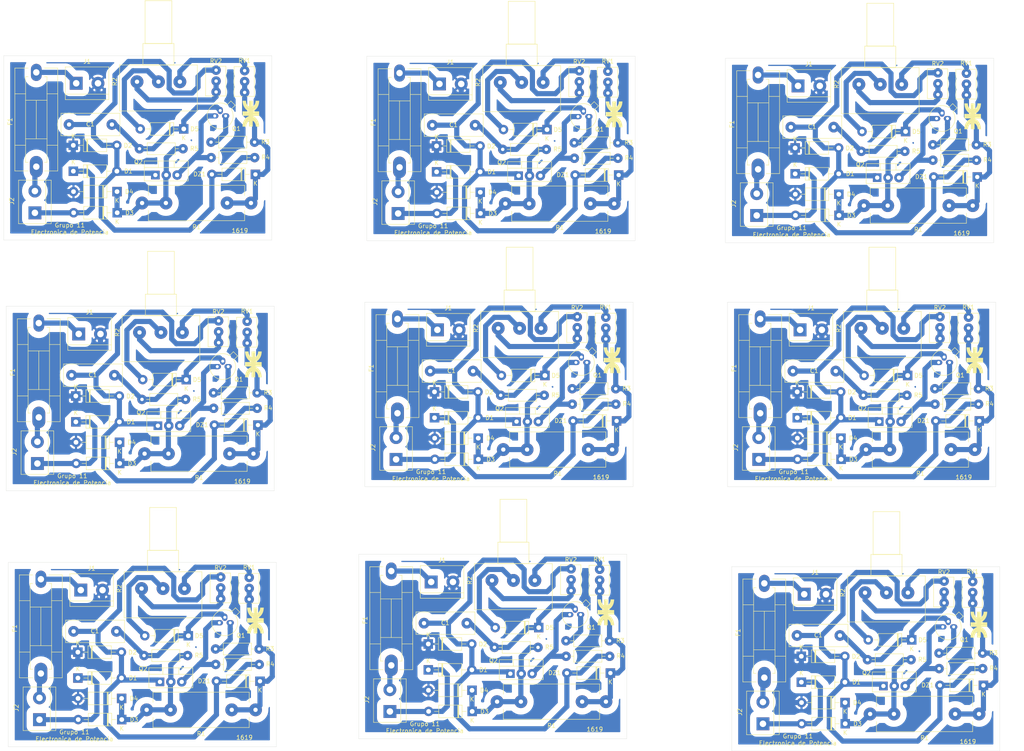
<source format=kicad_pcb>
(kicad_pcb (version 20171130) (host pcbnew "(5.1.0)-1")
  (layers (0 F.Cu signal) (31 B.Cu signal) (34 B.Paste user) (35 F.Paste user) (36 B.SilkS user) (37 F.SilkS user) (38 B.Mask user) (39 F.Mask user) (44 Edge.Cuts user))
  (net 0 "")
  (module lib_fp:TO-220-3_Vertical (layer F.Cu) (at 230.9114 168.5798)
    (fp_text reference Q2 (at -3.9624 -3.048) (layer F.SilkS))
    (fp_text value TIC106)
    (pad 3 thru_hole oval (at 5.08 0) (size 2.2 2.2) (drill 1) (layers *.Cu *.Mask))
    (pad 2 thru_hole oval (at 2.54 0) (size 2.2 2.2) (drill 1) (layers *.Cu *.Mask))
    (pad 1 thru_hole rect (at 0 0) (size 2 2) (drill 1) (layers *.Cu *.Mask))
  )
  (module lib_fp:Fuseholder5x20_horiz_SemiClosed_Casing10x25mm (layer F.Cu) (at 203.1238 144.6276 270)
    (fp_text reference F1 (at 11.4808 6.096 270) (layer F.SilkS))
    (fp_text value Fuse)
    (pad 1 thru_hole oval (at 0 0 180) (size 2.5 4) (drill 1.5) (layers *.Cu *.Mask))
    (pad 2 thru_hole oval (at 22 0 180) (size 3 5) (drill 1.5) (layers *.Cu *.Mask))
  )
  (module lib_fp:C_Rect_L13.5mm_W5.0mm_P10.00mm_FKS3_FKP3_MKS4 (layer F.Cu) (at 220.76664 156.7942 180)
    (fp_text reference C1 (at 5.04444 0.0762 180) (layer F.SilkS))
    (fp_text value "0,1uF 400V")
    (pad 2 thru_hole circle (at 10 0 180) (size 2.5 2.5) (drill 1) (layers *.Cu *.Mask))
    (pad 1 thru_hole circle (at 0 0 180) (size 2.5 2.5) (drill 1) (layers *.Cu *.Mask))
  )
  (module lib_fp:D_DO-41_SOD81_P10.16mm_Horizontal (layer F.Cu) (at 237.53572 157.82036 180)
    (fp_text reference D5 (at -2.51968 -0.01524 180) (layer F.SilkS))
    (fp_text value 1N4007)
    (fp_text user K (at 0 -2.1 180) (layer F.SilkS))
    (pad 1 thru_hole rect (at 0 0 180) (size 2.2 2.2) (drill 1.1) (layers *.Cu *.Mask))
    (pad 2 thru_hole oval (at 10.16 0 180) (size 2.2 2.2) (drill 1.1) (layers *.Cu *.Mask))
  )
  (module lib_fp:R_Axial_Shunt_L22.2mm_W8.0mm_PS14.30mm_P25.40mm (layer F.Cu) (at 227.8126 175.1076)
    (fp_text reference R1 (at 12.7 5.588) (layer F.SilkS))
    (fp_text value 10k_5W)
    (pad 2 thru_hole oval (at 25.4 0) (size 3 3) (drill 1) (layers *.Cu *.Mask))
    (pad 2 thru_hole oval (at 19.85 0) (size 3 3) (drill 1) (layers *.Cu *.Mask))
    (pad 1 thru_hole oval (at 5.55 0) (size 3 3) (drill 1) (layers *.Cu *.Mask))
    (pad 1 thru_hole circle (at 0 0) (size 3 3) (drill 1) (layers *.Cu *.Mask))
  )
  (module lib_fp:TerminalBlock_bornier-2_P5.08mm (layer F.Cu) (at 202.79868 177.39868 90)
    (fp_text reference J2 (at 2.7432 -5.3848 90) (layer F.SilkS))
    (fp_text value Conn_01x02)
    (pad 2 thru_hole circle (at 5.08 0 90) (size 3 3) (drill 1.52) (layers *.Cu *.Mask))
    (pad 1 thru_hole rect (at 0 0 90) (size 3 3) (drill 1.52) (layers *.Cu *.Mask))
  )
  (module lib_fp:Potentiometer_Alps_RK163_Single_Horizontal (layer F.Cu) (at 236.6264 146.812 90)
    (fp_text reference R2 (at 0 -15.2 90) (layer F.SilkS))
    (fp_text value R_POT)
    (pad 1 thru_hole circle (at 0 0 90) (size 3 3) (drill 1) (layers *.Cu *.Mask))
    (pad 2 thru_hole circle (at 0 -5 90) (size 3 3) (drill 1) (layers *.Cu *.Mask))
    (pad 3 thru_hole circle (at 0 -10 90) (size 3 3) (drill 1) (layers *.Cu *.Mask))
  )
  (module lib_fp:Potentiometer_Bourns_3266Y_Vertical (layer F.Cu) (at 251.7394 149.3012 270)
    (fp_text reference RV1 (at -7.4126 0.02976) (layer F.SilkS))
    (fp_text value R_POT_TRIM)
    (pad 1 thru_hole circle (at 0 0 270) (size 2.2 2.2) (drill 0.8) (layers *.Cu *.Mask))
    (pad 2 thru_hole circle (at -2.54 0 270) (size 2.2 2.2) (drill 0.8) (layers *.Cu *.Mask))
    (pad 3 thru_hole circle (at -5.08 0 270) (size 2.2 2.2) (drill 0.8) (layers *.Cu *.Mask))
  )
  (module lib_fp:D_DO-41_SOD81_P10.16mm_Horizontal (layer F.Cu) (at 221.96552 172.44568 180)
    (fp_text reference D4 (at -2.84988 -0.02032 180) (layer F.SilkS))
    (fp_text value 1N4007)
    (fp_text user K (at 0 -2.1 180) (layer F.SilkS))
    (pad 1 thru_hole rect (at 0 0 180) (size 2.2 2.2) (drill 1.1) (layers *.Cu *.Mask))
    (pad 2 thru_hole oval (at 10.16 0 180) (size 2.2 2.2) (drill 1.1) (layers *.Cu *.Mask))
  )
  (module lib_fp:TerminalBlock_bornier-2_P5.08mm (layer F.Cu) (at 212.43798 147.1676)
    (fp_text reference J1 (at 2.54 -5.08) (layer F.SilkS))
    (fp_text value Conn_01x02)
    (pad 2 thru_hole circle (at 5.08 0) (size 3 3) (drill 1.52) (layers *.Cu *.Mask))
    (pad 1 thru_hole rect (at 0 0) (size 3 3) (drill 1.52) (layers *.Cu *.Mask))
  )
  (module lib_fp:Potentiometer_Bourns_3266Y_Vertical (layer F.Cu) (at 245.08206 149.19452 270)
    (fp_text reference RV2 (at -7.21106 0.0381) (layer F.SilkS))
    (fp_text value R_POT_TRIM)
    (pad 3 thru_hole circle (at -5.08 0 270) (size 2.2 2.2) (drill 0.8) (layers *.Cu *.Mask))
    (pad 2 thru_hole circle (at -2.54 0 270) (size 2.2 2.2) (drill 0.8) (layers *.Cu *.Mask))
    (pad 1 thru_hole circle (at 0 0 270) (size 2.2 2.2) (drill 0.8) (layers *.Cu *.Mask))
  )
  (module lib_fp:D_DO-41_SOD81_P10.16mm_Horizontal (layer F.Cu) (at 211.76996 167.68572)
    (fp_text reference D1 (at 12.84224 0.00508) (layer F.SilkS))
    (fp_text value 1N4007)
    (fp_text user K (at 0 -2.1) (layer F.SilkS))
    (pad 2 thru_hole oval (at 10.16 0) (size 2.2 2.2) (drill 1.1) (layers *.Cu *.Mask))
    (pad 1 thru_hole rect (at 0 0) (size 2.2 2.2) (drill 1.1) (layers *.Cu *.Mask))
  )
  (module lib_fp:D_DO-41_SOD81_P10.16mm_Horizontal (layer F.Cu) (at 211.7598 161.6456)
    (fp_text reference D2 (at 12.7508 0.0508) (layer F.SilkS))
    (fp_text value 1N4007)
    (fp_text user K (at 0 -2.1) (layer F.SilkS))
    (pad 1 thru_hole rect (at 0 0) (size 2.2 2.2) (drill 1.1) (layers *.Cu *.Mask))
    (pad 2 thru_hole oval (at 10.16 0) (size 2.2 2.2) (drill 1.1) (layers *.Cu *.Mask))
  )
  (module lib_fp:R_Axial_DIN0207_L6.3mm_D2.5mm_P10.16mm_Horizontal (layer F.Cu) (at 237.363 162.44316 180)
    (fp_text reference R5 (at -2.6416 0.03556 180) (layer F.SilkS))
    (fp_text value 3,3M)
    (pad 2 thru_hole oval (at 10.16 0 180) (size 2.2 2.2) (drill 0.8) (layers *.Cu *.Mask))
    (pad 1 thru_hole circle (at 0 0 180) (size 2.2 2.2) (drill 0.8) (layers *.Cu *.Mask))
  )
  (module lib_fp:D_DO-41_SOD81_P10.16mm_Horizontal (layer F.Cu) (at 222.00108 177.37836 180)
    (fp_text reference D3 (at -2.86512 -0.01524 180) (layer F.SilkS))
    (fp_text value 1N4007)
    (fp_text user K (at 0 -2.1 180) (layer F.SilkS))
    (pad 2 thru_hole oval (at 10.16 0 180) (size 2.2 2.2) (drill 1.1) (layers *.Cu *.Mask))
    (pad 1 thru_hole rect (at 0 0 180) (size 2.2 2.2) (drill 1.1) (layers *.Cu *.Mask))
  )
  (module lib_fp:R_Axial_DIN0207_L6.3mm_D2.5mm_P10.16mm_Horizontal (layer F.Cu) (at 254.0508 160.909 180)
    (fp_text reference R3 (at -2.54 0.0508 180) (layer F.SilkS))
    (fp_text value 180)
    (pad 2 thru_hole oval (at 10.16 0 180) (size 2.2 2.2) (drill 0.8) (layers *.Cu *.Mask))
    (pad 1 thru_hole circle (at 0 0 180) (size 2.2 2.2) (drill 0.8) (layers *.Cu *.Mask))
  )
  (module lib_fp:TO-18-3 (layer F.Cu) (at 247.308249 154.7876 180)
    (fp_text reference Q1 (at -2.475351 -2.9718) (layer F.SilkS))
    (fp_text value 2N2647)
    (pad 2 thru_hole oval (at 2.54 0 180) (size 1.7 1.2) (drill 0.7) (layers *.Cu *.Mask))
    (pad 1 thru_hole oval (at 1.27 1.27 180) (size 1.2 1.7) (drill 0.7) (layers *.Cu *.Mask))
    (pad 3 thru_hole oval (at 0 0 180) (size 1.7 1.2) (drill 0.7) (layers *.Cu *.Mask))
  )
  (module lib_fp:R_Axial_DIN0207_L6.3mm_D2.5mm_P10.16mm_Horizontal (layer F.Cu) (at 243.9162 164.5158)
    (fp_text reference R4 (at 12.7254 -0.0762) (layer F.SilkS))
    (fp_text value 82)
    (pad 1 thru_hole circle (at 0 0) (size 2.2 2.2) (drill 0.8) (layers *.Cu *.Mask))
    (pad 2 thru_hole oval (at 10.16 0) (size 2.2 2.2) (drill 0.8) (layers *.Cu *.Mask))
  )
  (module lib_fp:D_DO-41_SOD81_P10.16mm_Horizontal (layer F.Cu) (at 254.254 168.4274 180)
    (fp_text reference DZ1 (at 13.0302 0.0508 180) (layer F.SilkS))
    (fp_text value Diode_1N47xxA)
    (fp_text user K (at 0 -2.1 180) (layer F.SilkS))
    (pad 2 thru_hole oval (at 10.16 0 180) (size 2.2 2.2) (drill 1) (layers *.Cu *.Mask))
    (pad 1 thru_hole rect (at 0 0 180) (size 2.2 2.2) (drill 1) (layers *.Cu *.Mask))
  )
  (module lib_fp:logo_utn_fsilk_small (layer F.Cu) (at 253.1872 154.2542)
    (fp_text reference G1 hide)
    (fp_text value LOGO hide)
  )
  (module lib_fp:TO-220-3_Vertical (layer F.Cu) (at 143.8656 165.7096)
    (fp_text reference Q2 (at -3.9624 -3.048) (layer F.SilkS))
    (fp_text value TIC106)
    (pad 3 thru_hole oval (at 5.08 0) (size 2.2 2.2) (drill 1) (layers *.Cu *.Mask))
    (pad 2 thru_hole oval (at 2.54 0) (size 2.2 2.2) (drill 1) (layers *.Cu *.Mask))
    (pad 1 thru_hole rect (at 0 0) (size 2 2) (drill 1) (layers *.Cu *.Mask))
  )
  (module lib_fp:Fuseholder5x20_horiz_SemiClosed_Casing10x25mm (layer F.Cu) (at 116.078 141.7574 270)
    (fp_text reference F1 (at 11.4808 6.096 270) (layer F.SilkS))
    (fp_text value Fuse)
    (pad 1 thru_hole oval (at 0 0 180) (size 2.5 4) (drill 1.5) (layers *.Cu *.Mask))
    (pad 2 thru_hole oval (at 22 0 180) (size 3 5) (drill 1.5) (layers *.Cu *.Mask))
  )
  (module lib_fp:C_Rect_L13.5mm_W5.0mm_P10.00mm_FKS3_FKP3_MKS4 (layer F.Cu) (at 133.72084 153.924 180)
    (fp_text reference C1 (at 5.04444 0.0762 180) (layer F.SilkS))
    (fp_text value "0,1uF 400V")
    (pad 2 thru_hole circle (at 10 0 180) (size 2.5 2.5) (drill 1) (layers *.Cu *.Mask))
    (pad 1 thru_hole circle (at 0 0 180) (size 2.5 2.5) (drill 1) (layers *.Cu *.Mask))
  )
  (module lib_fp:D_DO-41_SOD81_P10.16mm_Horizontal (layer F.Cu) (at 150.48992 154.95016 180)
    (fp_text reference D5 (at -2.51968 -0.01524 180) (layer F.SilkS))
    (fp_text value 1N4007)
    (fp_text user K (at 0 -2.1 180) (layer F.SilkS))
    (pad 1 thru_hole rect (at 0 0 180) (size 2.2 2.2) (drill 1.1) (layers *.Cu *.Mask))
    (pad 2 thru_hole oval (at 10.16 0 180) (size 2.2 2.2) (drill 1.1) (layers *.Cu *.Mask))
  )
  (module lib_fp:R_Axial_Shunt_L22.2mm_W8.0mm_PS14.30mm_P25.40mm (layer F.Cu) (at 140.7668 172.2374)
    (fp_text reference R1 (at 12.7 5.588) (layer F.SilkS))
    (fp_text value 10k_5W)
    (pad 2 thru_hole oval (at 25.4 0) (size 3 3) (drill 1) (layers *.Cu *.Mask))
    (pad 2 thru_hole oval (at 19.85 0) (size 3 3) (drill 1) (layers *.Cu *.Mask))
    (pad 1 thru_hole oval (at 5.55 0) (size 3 3) (drill 1) (layers *.Cu *.Mask))
    (pad 1 thru_hole circle (at 0 0) (size 3 3) (drill 1) (layers *.Cu *.Mask))
  )
  (module lib_fp:TerminalBlock_bornier-2_P5.08mm (layer F.Cu) (at 115.75288 174.52848 90)
    (fp_text reference J2 (at 2.7432 -5.3848 90) (layer F.SilkS))
    (fp_text value Conn_01x02)
    (pad 2 thru_hole circle (at 5.08 0 90) (size 3 3) (drill 1.52) (layers *.Cu *.Mask))
    (pad 1 thru_hole rect (at 0 0 90) (size 3 3) (drill 1.52) (layers *.Cu *.Mask))
  )
  (module lib_fp:Potentiometer_Alps_RK163_Single_Horizontal (layer F.Cu) (at 149.5806 143.9418 90)
    (fp_text reference R2 (at 0 -15.2 90) (layer F.SilkS))
    (fp_text value R_POT)
    (pad 1 thru_hole circle (at 0 0 90) (size 3 3) (drill 1) (layers *.Cu *.Mask))
    (pad 2 thru_hole circle (at 0 -5 90) (size 3 3) (drill 1) (layers *.Cu *.Mask))
    (pad 3 thru_hole circle (at 0 -10 90) (size 3 3) (drill 1) (layers *.Cu *.Mask))
  )
  (module lib_fp:Potentiometer_Bourns_3266Y_Vertical (layer F.Cu) (at 164.6936 146.431 270)
    (fp_text reference RV1 (at -7.4126 0.02976) (layer F.SilkS))
    (fp_text value R_POT_TRIM)
    (pad 1 thru_hole circle (at 0 0 270) (size 2.2 2.2) (drill 0.8) (layers *.Cu *.Mask))
    (pad 2 thru_hole circle (at -2.54 0 270) (size 2.2 2.2) (drill 0.8) (layers *.Cu *.Mask))
    (pad 3 thru_hole circle (at -5.08 0 270) (size 2.2 2.2) (drill 0.8) (layers *.Cu *.Mask))
  )
  (module lib_fp:D_DO-41_SOD81_P10.16mm_Horizontal (layer F.Cu) (at 134.91972 169.57548 180)
    (fp_text reference D4 (at -2.84988 -0.02032 180) (layer F.SilkS))
    (fp_text value 1N4007)
    (fp_text user K (at 0 -2.1 180) (layer F.SilkS))
    (pad 1 thru_hole rect (at 0 0 180) (size 2.2 2.2) (drill 1.1) (layers *.Cu *.Mask))
    (pad 2 thru_hole oval (at 10.16 0 180) (size 2.2 2.2) (drill 1.1) (layers *.Cu *.Mask))
  )
  (module lib_fp:TerminalBlock_bornier-2_P5.08mm (layer F.Cu) (at 125.39218 144.2974)
    (fp_text reference J1 (at 2.54 -5.08) (layer F.SilkS))
    (fp_text value Conn_01x02)
    (pad 2 thru_hole circle (at 5.08 0) (size 3 3) (drill 1.52) (layers *.Cu *.Mask))
    (pad 1 thru_hole rect (at 0 0) (size 3 3) (drill 1.52) (layers *.Cu *.Mask))
  )
  (module lib_fp:Potentiometer_Bourns_3266Y_Vertical (layer F.Cu) (at 158.03626 146.32432 270)
    (fp_text reference RV2 (at -7.21106 0.0381) (layer F.SilkS))
    (fp_text value R_POT_TRIM)
    (pad 3 thru_hole circle (at -5.08 0 270) (size 2.2 2.2) (drill 0.8) (layers *.Cu *.Mask))
    (pad 2 thru_hole circle (at -2.54 0 270) (size 2.2 2.2) (drill 0.8) (layers *.Cu *.Mask))
    (pad 1 thru_hole circle (at 0 0 270) (size 2.2 2.2) (drill 0.8) (layers *.Cu *.Mask))
  )
  (module lib_fp:D_DO-41_SOD81_P10.16mm_Horizontal (layer F.Cu) (at 124.72416 164.81552)
    (fp_text reference D1 (at 12.84224 0.00508) (layer F.SilkS))
    (fp_text value 1N4007)
    (fp_text user K (at 0 -2.1) (layer F.SilkS))
    (pad 2 thru_hole oval (at 10.16 0) (size 2.2 2.2) (drill 1.1) (layers *.Cu *.Mask))
    (pad 1 thru_hole rect (at 0 0) (size 2.2 2.2) (drill 1.1) (layers *.Cu *.Mask))
  )
  (module lib_fp:D_DO-41_SOD81_P10.16mm_Horizontal (layer F.Cu) (at 124.714 158.7754)
    (fp_text reference D2 (at 12.7508 0.0508) (layer F.SilkS))
    (fp_text value 1N4007)
    (fp_text user K (at 0 -2.1) (layer F.SilkS))
    (pad 1 thru_hole rect (at 0 0) (size 2.2 2.2) (drill 1.1) (layers *.Cu *.Mask))
    (pad 2 thru_hole oval (at 10.16 0) (size 2.2 2.2) (drill 1.1) (layers *.Cu *.Mask))
  )
  (module lib_fp:R_Axial_DIN0207_L6.3mm_D2.5mm_P10.16mm_Horizontal (layer F.Cu) (at 150.3172 159.57296 180)
    (fp_text reference R5 (at -2.6416 0.03556 180) (layer F.SilkS))
    (fp_text value 3,3M)
    (pad 2 thru_hole oval (at 10.16 0 180) (size 2.2 2.2) (drill 0.8) (layers *.Cu *.Mask))
    (pad 1 thru_hole circle (at 0 0 180) (size 2.2 2.2) (drill 0.8) (layers *.Cu *.Mask))
  )
  (module lib_fp:D_DO-41_SOD81_P10.16mm_Horizontal (layer F.Cu) (at 134.95528 174.50816 180)
    (fp_text reference D3 (at -2.86512 -0.01524 180) (layer F.SilkS))
    (fp_text value 1N4007)
    (fp_text user K (at 0 -2.1 180) (layer F.SilkS))
    (pad 2 thru_hole oval (at 10.16 0 180) (size 2.2 2.2) (drill 1.1) (layers *.Cu *.Mask))
    (pad 1 thru_hole rect (at 0 0 180) (size 2.2 2.2) (drill 1.1) (layers *.Cu *.Mask))
  )
  (module lib_fp:R_Axial_DIN0207_L6.3mm_D2.5mm_P10.16mm_Horizontal (layer F.Cu) (at 167.005 158.0388 180)
    (fp_text reference R3 (at -2.54 0.0508 180) (layer F.SilkS))
    (fp_text value 180)
    (pad 2 thru_hole oval (at 10.16 0 180) (size 2.2 2.2) (drill 0.8) (layers *.Cu *.Mask))
    (pad 1 thru_hole circle (at 0 0 180) (size 2.2 2.2) (drill 0.8) (layers *.Cu *.Mask))
  )
  (module lib_fp:TO-18-3 (layer F.Cu) (at 160.262449 151.9174 180)
    (fp_text reference Q1 (at -2.475351 -2.9718) (layer F.SilkS))
    (fp_text value 2N2647)
    (pad 2 thru_hole oval (at 2.54 0 180) (size 1.7 1.2) (drill 0.7) (layers *.Cu *.Mask))
    (pad 1 thru_hole oval (at 1.27 1.27 180) (size 1.2 1.7) (drill 0.7) (layers *.Cu *.Mask))
    (pad 3 thru_hole oval (at 0 0 180) (size 1.7 1.2) (drill 0.7) (layers *.Cu *.Mask))
  )
  (module lib_fp:R_Axial_DIN0207_L6.3mm_D2.5mm_P10.16mm_Horizontal (layer F.Cu) (at 156.8704 161.6456)
    (fp_text reference R4 (at 12.7254 -0.0762) (layer F.SilkS))
    (fp_text value 82)
    (pad 1 thru_hole circle (at 0 0) (size 2.2 2.2) (drill 0.8) (layers *.Cu *.Mask))
    (pad 2 thru_hole oval (at 10.16 0) (size 2.2 2.2) (drill 0.8) (layers *.Cu *.Mask))
  )
  (module lib_fp:D_DO-41_SOD81_P10.16mm_Horizontal (layer F.Cu) (at 167.2082 165.5572 180)
    (fp_text reference DZ1 (at 13.0302 0.0508 180) (layer F.SilkS))
    (fp_text value Diode_1N47xxA)
    (fp_text user K (at 0 -2.1 180) (layer F.SilkS))
    (pad 2 thru_hole oval (at 10.16 0 180) (size 2.2 2.2) (drill 1) (layers *.Cu *.Mask))
    (pad 1 thru_hole rect (at 0 0 180) (size 2.2 2.2) (drill 1) (layers *.Cu *.Mask))
  )
  (module lib_fp:logo_utn_fsilk_small (layer F.Cu) (at 166.1414 151.384)
    (fp_text reference G1 hide)
    (fp_text value LOGO hide)
  )
  (module lib_fp:TO-220-3_Vertical (layer F.Cu) (at 62.103 167.6146)
    (fp_text reference Q2 (at -3.9624 -3.048) (layer F.SilkS))
    (fp_text value TIC106)
    (pad 3 thru_hole oval (at 5.08 0) (size 2.2 2.2) (drill 1) (layers *.Cu *.Mask))
    (pad 2 thru_hole oval (at 2.54 0) (size 2.2 2.2) (drill 1) (layers *.Cu *.Mask))
    (pad 1 thru_hole rect (at 0 0) (size 2 2) (drill 1) (layers *.Cu *.Mask))
  )
  (module lib_fp:Fuseholder5x20_horiz_SemiClosed_Casing10x25mm (layer F.Cu) (at 34.3154 143.6624 270)
    (fp_text reference F1 (at 11.4808 6.096 270) (layer F.SilkS))
    (fp_text value Fuse)
    (pad 1 thru_hole oval (at 0 0 180) (size 2.5 4) (drill 1.5) (layers *.Cu *.Mask))
    (pad 2 thru_hole oval (at 22 0 180) (size 3 5) (drill 1.5) (layers *.Cu *.Mask))
  )
  (module lib_fp:C_Rect_L13.5mm_W5.0mm_P10.00mm_FKS3_FKP3_MKS4 (layer F.Cu) (at 51.95824 155.829 180)
    (fp_text reference C1 (at 5.04444 0.0762 180) (layer F.SilkS))
    (fp_text value "0,1uF 400V")
    (pad 2 thru_hole circle (at 10 0 180) (size 2.5 2.5) (drill 1) (layers *.Cu *.Mask))
    (pad 1 thru_hole circle (at 0 0 180) (size 2.5 2.5) (drill 1) (layers *.Cu *.Mask))
  )
  (module lib_fp:D_DO-41_SOD81_P10.16mm_Horizontal (layer F.Cu) (at 68.72732 156.85516 180)
    (fp_text reference D5 (at -2.51968 -0.01524 180) (layer F.SilkS))
    (fp_text value 1N4007)
    (fp_text user K (at 0 -2.1 180) (layer F.SilkS))
    (pad 1 thru_hole rect (at 0 0 180) (size 2.2 2.2) (drill 1.1) (layers *.Cu *.Mask))
    (pad 2 thru_hole oval (at 10.16 0 180) (size 2.2 2.2) (drill 1.1) (layers *.Cu *.Mask))
  )
  (module lib_fp:R_Axial_Shunt_L22.2mm_W8.0mm_PS14.30mm_P25.40mm (layer F.Cu) (at 59.0042 174.1424)
    (fp_text reference R1 (at 12.7 5.588) (layer F.SilkS))
    (fp_text value 10k_5W)
    (pad 2 thru_hole oval (at 25.4 0) (size 3 3) (drill 1) (layers *.Cu *.Mask))
    (pad 2 thru_hole oval (at 19.85 0) (size 3 3) (drill 1) (layers *.Cu *.Mask))
    (pad 1 thru_hole oval (at 5.55 0) (size 3 3) (drill 1) (layers *.Cu *.Mask))
    (pad 1 thru_hole circle (at 0 0) (size 3 3) (drill 1) (layers *.Cu *.Mask))
  )
  (module lib_fp:TerminalBlock_bornier-2_P5.08mm (layer F.Cu) (at 33.99028 176.43348 90)
    (fp_text reference J2 (at 2.7432 -5.3848 90) (layer F.SilkS))
    (fp_text value Conn_01x02)
    (pad 2 thru_hole circle (at 5.08 0 90) (size 3 3) (drill 1.52) (layers *.Cu *.Mask))
    (pad 1 thru_hole rect (at 0 0 90) (size 3 3) (drill 1.52) (layers *.Cu *.Mask))
  )
  (module lib_fp:Potentiometer_Alps_RK163_Single_Horizontal (layer F.Cu) (at 67.818 145.8468 90)
    (fp_text reference R2 (at 0 -15.2 90) (layer F.SilkS))
    (fp_text value R_POT)
    (pad 1 thru_hole circle (at 0 0 90) (size 3 3) (drill 1) (layers *.Cu *.Mask))
    (pad 2 thru_hole circle (at 0 -5 90) (size 3 3) (drill 1) (layers *.Cu *.Mask))
    (pad 3 thru_hole circle (at 0 -10 90) (size 3 3) (drill 1) (layers *.Cu *.Mask))
  )
  (module lib_fp:Potentiometer_Bourns_3266Y_Vertical (layer F.Cu) (at 82.931 148.336 270)
    (fp_text reference RV1 (at -7.4126 0.02976) (layer F.SilkS))
    (fp_text value R_POT_TRIM)
    (pad 1 thru_hole circle (at 0 0 270) (size 2.2 2.2) (drill 0.8) (layers *.Cu *.Mask))
    (pad 2 thru_hole circle (at -2.54 0 270) (size 2.2 2.2) (drill 0.8) (layers *.Cu *.Mask))
    (pad 3 thru_hole circle (at -5.08 0 270) (size 2.2 2.2) (drill 0.8) (layers *.Cu *.Mask))
  )
  (module lib_fp:D_DO-41_SOD81_P10.16mm_Horizontal (layer F.Cu) (at 53.15712 171.48048 180)
    (fp_text reference D4 (at -2.84988 -0.02032 180) (layer F.SilkS))
    (fp_text value 1N4007)
    (fp_text user K (at 0 -2.1 180) (layer F.SilkS))
    (pad 1 thru_hole rect (at 0 0 180) (size 2.2 2.2) (drill 1.1) (layers *.Cu *.Mask))
    (pad 2 thru_hole oval (at 10.16 0 180) (size 2.2 2.2) (drill 1.1) (layers *.Cu *.Mask))
  )
  (module lib_fp:TerminalBlock_bornier-2_P5.08mm (layer F.Cu) (at 43.62958 146.2024)
    (fp_text reference J1 (at 2.54 -5.08) (layer F.SilkS))
    (fp_text value Conn_01x02)
    (pad 2 thru_hole circle (at 5.08 0) (size 3 3) (drill 1.52) (layers *.Cu *.Mask))
    (pad 1 thru_hole rect (at 0 0) (size 3 3) (drill 1.52) (layers *.Cu *.Mask))
  )
  (module lib_fp:Potentiometer_Bourns_3266Y_Vertical (layer F.Cu) (at 76.27366 148.22932 270)
    (fp_text reference RV2 (at -7.21106 0.0381) (layer F.SilkS))
    (fp_text value R_POT_TRIM)
    (pad 3 thru_hole circle (at -5.08 0 270) (size 2.2 2.2) (drill 0.8) (layers *.Cu *.Mask))
    (pad 2 thru_hole circle (at -2.54 0 270) (size 2.2 2.2) (drill 0.8) (layers *.Cu *.Mask))
    (pad 1 thru_hole circle (at 0 0 270) (size 2.2 2.2) (drill 0.8) (layers *.Cu *.Mask))
  )
  (module lib_fp:D_DO-41_SOD81_P10.16mm_Horizontal (layer F.Cu) (at 42.96156 166.72052)
    (fp_text reference D1 (at 12.84224 0.00508) (layer F.SilkS))
    (fp_text value 1N4007)
    (fp_text user K (at 0 -2.1) (layer F.SilkS))
    (pad 2 thru_hole oval (at 10.16 0) (size 2.2 2.2) (drill 1.1) (layers *.Cu *.Mask))
    (pad 1 thru_hole rect (at 0 0) (size 2.2 2.2) (drill 1.1) (layers *.Cu *.Mask))
  )
  (module lib_fp:D_DO-41_SOD81_P10.16mm_Horizontal (layer F.Cu) (at 42.9514 160.6804)
    (fp_text reference D2 (at 12.7508 0.0508) (layer F.SilkS))
    (fp_text value 1N4007)
    (fp_text user K (at 0 -2.1) (layer F.SilkS))
    (pad 1 thru_hole rect (at 0 0) (size 2.2 2.2) (drill 1.1) (layers *.Cu *.Mask))
    (pad 2 thru_hole oval (at 10.16 0) (size 2.2 2.2) (drill 1.1) (layers *.Cu *.Mask))
  )
  (module lib_fp:R_Axial_DIN0207_L6.3mm_D2.5mm_P10.16mm_Horizontal (layer F.Cu) (at 68.5546 161.47796 180)
    (fp_text reference R5 (at -2.6416 0.03556 180) (layer F.SilkS))
    (fp_text value 3,3M)
    (pad 2 thru_hole oval (at 10.16 0 180) (size 2.2 2.2) (drill 0.8) (layers *.Cu *.Mask))
    (pad 1 thru_hole circle (at 0 0 180) (size 2.2 2.2) (drill 0.8) (layers *.Cu *.Mask))
  )
  (module lib_fp:D_DO-41_SOD81_P10.16mm_Horizontal (layer F.Cu) (at 53.19268 176.41316 180)
    (fp_text reference D3 (at -2.86512 -0.01524 180) (layer F.SilkS))
    (fp_text value 1N4007)
    (fp_text user K (at 0 -2.1 180) (layer F.SilkS))
    (pad 2 thru_hole oval (at 10.16 0 180) (size 2.2 2.2) (drill 1.1) (layers *.Cu *.Mask))
    (pad 1 thru_hole rect (at 0 0 180) (size 2.2 2.2) (drill 1.1) (layers *.Cu *.Mask))
  )
  (module lib_fp:R_Axial_DIN0207_L6.3mm_D2.5mm_P10.16mm_Horizontal (layer F.Cu) (at 85.2424 159.9438 180)
    (fp_text reference R3 (at -2.54 0.0508 180) (layer F.SilkS))
    (fp_text value 180)
    (pad 2 thru_hole oval (at 10.16 0 180) (size 2.2 2.2) (drill 0.8) (layers *.Cu *.Mask))
    (pad 1 thru_hole circle (at 0 0 180) (size 2.2 2.2) (drill 0.8) (layers *.Cu *.Mask))
  )
  (module lib_fp:TO-18-3 (layer F.Cu) (at 78.499849 153.8224 180)
    (fp_text reference Q1 (at -2.475351 -2.9718) (layer F.SilkS))
    (fp_text value 2N2647)
    (pad 2 thru_hole oval (at 2.54 0 180) (size 1.7 1.2) (drill 0.7) (layers *.Cu *.Mask))
    (pad 1 thru_hole oval (at 1.27 1.27 180) (size 1.2 1.7) (drill 0.7) (layers *.Cu *.Mask))
    (pad 3 thru_hole oval (at 0 0 180) (size 1.7 1.2) (drill 0.7) (layers *.Cu *.Mask))
  )
  (module lib_fp:R_Axial_DIN0207_L6.3mm_D2.5mm_P10.16mm_Horizontal (layer F.Cu) (at 75.1078 163.5506)
    (fp_text reference R4 (at 12.7254 -0.0762) (layer F.SilkS))
    (fp_text value 82)
    (pad 1 thru_hole circle (at 0 0) (size 2.2 2.2) (drill 0.8) (layers *.Cu *.Mask))
    (pad 2 thru_hole oval (at 10.16 0) (size 2.2 2.2) (drill 0.8) (layers *.Cu *.Mask))
  )
  (module lib_fp:D_DO-41_SOD81_P10.16mm_Horizontal (layer F.Cu) (at 85.4456 167.4622 180)
    (fp_text reference DZ1 (at 13.0302 0.0508 180) (layer F.SilkS))
    (fp_text value Diode_1N47xxA)
    (fp_text user K (at 0 -2.1 180) (layer F.SilkS))
    (pad 2 thru_hole oval (at 10.16 0 180) (size 2.2 2.2) (drill 1) (layers *.Cu *.Mask))
    (pad 1 thru_hole rect (at 0 0 180) (size 2.2 2.2) (drill 1) (layers *.Cu *.Mask))
  )
  (module lib_fp:logo_utn_fsilk_small (layer F.Cu) (at 84.3788 153.289)
    (fp_text reference G1 hide)
    (fp_text value LOGO hide)
  )
  (module lib_fp:TO-220-3_Vertical (layer F.Cu) (at 229.9462 106.8832)
    (fp_text reference Q2 (at -3.9624 -3.048) (layer F.SilkS))
    (fp_text value TIC106)
    (pad 3 thru_hole oval (at 5.08 0) (size 2.2 2.2) (drill 1) (layers *.Cu *.Mask))
    (pad 2 thru_hole oval (at 2.54 0) (size 2.2 2.2) (drill 1) (layers *.Cu *.Mask))
    (pad 1 thru_hole rect (at 0 0) (size 2 2) (drill 1) (layers *.Cu *.Mask))
  )
  (module lib_fp:Fuseholder5x20_horiz_SemiClosed_Casing10x25mm (layer F.Cu) (at 202.1586 82.931 270)
    (fp_text reference F1 (at 11.4808 6.096 270) (layer F.SilkS))
    (fp_text value Fuse)
    (pad 1 thru_hole oval (at 0 0 180) (size 2.5 4) (drill 1.5) (layers *.Cu *.Mask))
    (pad 2 thru_hole oval (at 22 0 180) (size 3 5) (drill 1.5) (layers *.Cu *.Mask))
  )
  (module lib_fp:C_Rect_L13.5mm_W5.0mm_P10.00mm_FKS3_FKP3_MKS4 (layer F.Cu) (at 219.80144 95.0976 180)
    (fp_text reference C1 (at 5.04444 0.0762 180) (layer F.SilkS))
    (fp_text value "0,1uF 400V")
    (pad 2 thru_hole circle (at 10 0 180) (size 2.5 2.5) (drill 1) (layers *.Cu *.Mask))
    (pad 1 thru_hole circle (at 0 0 180) (size 2.5 2.5) (drill 1) (layers *.Cu *.Mask))
  )
  (module lib_fp:D_DO-41_SOD81_P10.16mm_Horizontal (layer F.Cu) (at 236.57052 96.12376 180)
    (fp_text reference D5 (at -2.51968 -0.01524 180) (layer F.SilkS))
    (fp_text value 1N4007)
    (fp_text user K (at 0 -2.1 180) (layer F.SilkS))
    (pad 1 thru_hole rect (at 0 0 180) (size 2.2 2.2) (drill 1.1) (layers *.Cu *.Mask))
    (pad 2 thru_hole oval (at 10.16 0 180) (size 2.2 2.2) (drill 1.1) (layers *.Cu *.Mask))
  )
  (module lib_fp:R_Axial_Shunt_L22.2mm_W8.0mm_PS14.30mm_P25.40mm (layer F.Cu) (at 226.8474 113.411)
    (fp_text reference R1 (at 12.7 5.588) (layer F.SilkS))
    (fp_text value 10k_5W)
    (pad 2 thru_hole oval (at 25.4 0) (size 3 3) (drill 1) (layers *.Cu *.Mask))
    (pad 2 thru_hole oval (at 19.85 0) (size 3 3) (drill 1) (layers *.Cu *.Mask))
    (pad 1 thru_hole oval (at 5.55 0) (size 3 3) (drill 1) (layers *.Cu *.Mask))
    (pad 1 thru_hole circle (at 0 0) (size 3 3) (drill 1) (layers *.Cu *.Mask))
  )
  (module lib_fp:TerminalBlock_bornier-2_P5.08mm (layer F.Cu) (at 201.83348 115.70208 90)
    (fp_text reference J2 (at 2.7432 -5.3848 90) (layer F.SilkS))
    (fp_text value Conn_01x02)
    (pad 2 thru_hole circle (at 5.08 0 90) (size 3 3) (drill 1.52) (layers *.Cu *.Mask))
    (pad 1 thru_hole rect (at 0 0 90) (size 3 3) (drill 1.52) (layers *.Cu *.Mask))
  )
  (module lib_fp:Potentiometer_Alps_RK163_Single_Horizontal (layer F.Cu) (at 235.6612 85.1154 90)
    (fp_text reference R2 (at 0 -15.2 90) (layer F.SilkS))
    (fp_text value R_POT)
    (pad 1 thru_hole circle (at 0 0 90) (size 3 3) (drill 1) (layers *.Cu *.Mask))
    (pad 2 thru_hole circle (at 0 -5 90) (size 3 3) (drill 1) (layers *.Cu *.Mask))
    (pad 3 thru_hole circle (at 0 -10 90) (size 3 3) (drill 1) (layers *.Cu *.Mask))
  )
  (module lib_fp:Potentiometer_Bourns_3266Y_Vertical (layer F.Cu) (at 250.7742 87.6046 270)
    (fp_text reference RV1 (at -7.4126 0.02976) (layer F.SilkS))
    (fp_text value R_POT_TRIM)
    (pad 1 thru_hole circle (at 0 0 270) (size 2.2 2.2) (drill 0.8) (layers *.Cu *.Mask))
    (pad 2 thru_hole circle (at -2.54 0 270) (size 2.2 2.2) (drill 0.8) (layers *.Cu *.Mask))
    (pad 3 thru_hole circle (at -5.08 0 270) (size 2.2 2.2) (drill 0.8) (layers *.Cu *.Mask))
  )
  (module lib_fp:D_DO-41_SOD81_P10.16mm_Horizontal (layer F.Cu) (at 221.00032 110.74908 180)
    (fp_text reference D4 (at -2.84988 -0.02032 180) (layer F.SilkS))
    (fp_text value 1N4007)
    (fp_text user K (at 0 -2.1 180) (layer F.SilkS))
    (pad 1 thru_hole rect (at 0 0 180) (size 2.2 2.2) (drill 1.1) (layers *.Cu *.Mask))
    (pad 2 thru_hole oval (at 10.16 0 180) (size 2.2 2.2) (drill 1.1) (layers *.Cu *.Mask))
  )
  (module lib_fp:TerminalBlock_bornier-2_P5.08mm (layer F.Cu) (at 211.47278 85.471)
    (fp_text reference J1 (at 2.54 -5.08) (layer F.SilkS))
    (fp_text value Conn_01x02)
    (pad 2 thru_hole circle (at 5.08 0) (size 3 3) (drill 1.52) (layers *.Cu *.Mask))
    (pad 1 thru_hole rect (at 0 0) (size 3 3) (drill 1.52) (layers *.Cu *.Mask))
  )
  (module lib_fp:Potentiometer_Bourns_3266Y_Vertical (layer F.Cu) (at 244.11686 87.49792 270)
    (fp_text reference RV2 (at -7.21106 0.0381) (layer F.SilkS))
    (fp_text value R_POT_TRIM)
    (pad 3 thru_hole circle (at -5.08 0 270) (size 2.2 2.2) (drill 0.8) (layers *.Cu *.Mask))
    (pad 2 thru_hole circle (at -2.54 0 270) (size 2.2 2.2) (drill 0.8) (layers *.Cu *.Mask))
    (pad 1 thru_hole circle (at 0 0 270) (size 2.2 2.2) (drill 0.8) (layers *.Cu *.Mask))
  )
  (module lib_fp:D_DO-41_SOD81_P10.16mm_Horizontal (layer F.Cu) (at 210.80476 105.98912)
    (fp_text reference D1 (at 12.84224 0.00508) (layer F.SilkS))
    (fp_text value 1N4007)
    (fp_text user K (at 0 -2.1) (layer F.SilkS))
    (pad 2 thru_hole oval (at 10.16 0) (size 2.2 2.2) (drill 1.1) (layers *.Cu *.Mask))
    (pad 1 thru_hole rect (at 0 0) (size 2.2 2.2) (drill 1.1) (layers *.Cu *.Mask))
  )
  (module lib_fp:D_DO-41_SOD81_P10.16mm_Horizontal (layer F.Cu) (at 210.7946 99.949)
    (fp_text reference D2 (at 12.7508 0.0508) (layer F.SilkS))
    (fp_text value 1N4007)
    (fp_text user K (at 0 -2.1) (layer F.SilkS))
    (pad 1 thru_hole rect (at 0 0) (size 2.2 2.2) (drill 1.1) (layers *.Cu *.Mask))
    (pad 2 thru_hole oval (at 10.16 0) (size 2.2 2.2) (drill 1.1) (layers *.Cu *.Mask))
  )
  (module lib_fp:R_Axial_DIN0207_L6.3mm_D2.5mm_P10.16mm_Horizontal (layer F.Cu) (at 236.3978 100.74656 180)
    (fp_text reference R5 (at -2.6416 0.03556 180) (layer F.SilkS))
    (fp_text value 3,3M)
    (pad 2 thru_hole oval (at 10.16 0 180) (size 2.2 2.2) (drill 0.8) (layers *.Cu *.Mask))
    (pad 1 thru_hole circle (at 0 0 180) (size 2.2 2.2) (drill 0.8) (layers *.Cu *.Mask))
  )
  (module lib_fp:D_DO-41_SOD81_P10.16mm_Horizontal (layer F.Cu) (at 221.03588 115.68176 180)
    (fp_text reference D3 (at -2.86512 -0.01524 180) (layer F.SilkS))
    (fp_text value 1N4007)
    (fp_text user K (at 0 -2.1 180) (layer F.SilkS))
    (pad 2 thru_hole oval (at 10.16 0 180) (size 2.2 2.2) (drill 1.1) (layers *.Cu *.Mask))
    (pad 1 thru_hole rect (at 0 0 180) (size 2.2 2.2) (drill 1.1) (layers *.Cu *.Mask))
  )
  (module lib_fp:R_Axial_DIN0207_L6.3mm_D2.5mm_P10.16mm_Horizontal (layer F.Cu) (at 253.0856 99.2124 180)
    (fp_text reference R3 (at -2.54 0.0508 180) (layer F.SilkS))
    (fp_text value 180)
    (pad 2 thru_hole oval (at 10.16 0 180) (size 2.2 2.2) (drill 0.8) (layers *.Cu *.Mask))
    (pad 1 thru_hole circle (at 0 0 180) (size 2.2 2.2) (drill 0.8) (layers *.Cu *.Mask))
  )
  (module lib_fp:TO-18-3 (layer F.Cu) (at 246.343049 93.091 180)
    (fp_text reference Q1 (at -2.475351 -2.9718) (layer F.SilkS))
    (fp_text value 2N2647)
    (pad 2 thru_hole oval (at 2.54 0 180) (size 1.7 1.2) (drill 0.7) (layers *.Cu *.Mask))
    (pad 1 thru_hole oval (at 1.27 1.27 180) (size 1.2 1.7) (drill 0.7) (layers *.Cu *.Mask))
    (pad 3 thru_hole oval (at 0 0 180) (size 1.7 1.2) (drill 0.7) (layers *.Cu *.Mask))
  )
  (module lib_fp:R_Axial_DIN0207_L6.3mm_D2.5mm_P10.16mm_Horizontal (layer F.Cu) (at 242.951 102.8192)
    (fp_text reference R4 (at 12.7254 -0.0762) (layer F.SilkS))
    (fp_text value 82)
    (pad 1 thru_hole circle (at 0 0) (size 2.2 2.2) (drill 0.8) (layers *.Cu *.Mask))
    (pad 2 thru_hole oval (at 10.16 0) (size 2.2 2.2) (drill 0.8) (layers *.Cu *.Mask))
  )
  (module lib_fp:D_DO-41_SOD81_P10.16mm_Horizontal (layer F.Cu) (at 253.2888 106.7308 180)
    (fp_text reference DZ1 (at 13.0302 0.0508 180) (layer F.SilkS))
    (fp_text value Diode_1N47xxA)
    (fp_text user K (at 0 -2.1 180) (layer F.SilkS))
    (pad 2 thru_hole oval (at 10.16 0 180) (size 2.2 2.2) (drill 1) (layers *.Cu *.Mask))
    (pad 1 thru_hole rect (at 0 0 180) (size 2.2 2.2) (drill 1) (layers *.Cu *.Mask))
  )
  (module lib_fp:logo_utn_fsilk_small (layer F.Cu) (at 252.222 92.5576)
    (fp_text reference G1 hide)
    (fp_text value LOGO hide)
  )
  (module lib_fp:TO-220-3_Vertical (layer F.Cu) (at 145.3134 106.8832)
    (fp_text reference Q2 (at -3.9624 -3.048) (layer F.SilkS))
    (fp_text value TIC106)
    (pad 3 thru_hole oval (at 5.08 0) (size 2.2 2.2) (drill 1) (layers *.Cu *.Mask))
    (pad 2 thru_hole oval (at 2.54 0) (size 2.2 2.2) (drill 1) (layers *.Cu *.Mask))
    (pad 1 thru_hole rect (at 0 0) (size 2 2) (drill 1) (layers *.Cu *.Mask))
  )
  (module lib_fp:Fuseholder5x20_horiz_SemiClosed_Casing10x25mm (layer F.Cu) (at 117.5258 82.931 270)
    (fp_text reference F1 (at 11.4808 6.096 270) (layer F.SilkS))
    (fp_text value Fuse)
    (pad 1 thru_hole oval (at 0 0 180) (size 2.5 4) (drill 1.5) (layers *.Cu *.Mask))
    (pad 2 thru_hole oval (at 22 0 180) (size 3 5) (drill 1.5) (layers *.Cu *.Mask))
  )
  (module lib_fp:C_Rect_L13.5mm_W5.0mm_P10.00mm_FKS3_FKP3_MKS4 (layer F.Cu) (at 135.16864 95.0976 180)
    (fp_text reference C1 (at 5.04444 0.0762 180) (layer F.SilkS))
    (fp_text value "0,1uF 400V")
    (pad 2 thru_hole circle (at 10 0 180) (size 2.5 2.5) (drill 1) (layers *.Cu *.Mask))
    (pad 1 thru_hole circle (at 0 0 180) (size 2.5 2.5) (drill 1) (layers *.Cu *.Mask))
  )
  (module lib_fp:D_DO-41_SOD81_P10.16mm_Horizontal (layer F.Cu) (at 151.93772 96.12376 180)
    (fp_text reference D5 (at -2.51968 -0.01524 180) (layer F.SilkS))
    (fp_text value 1N4007)
    (fp_text user K (at 0 -2.1 180) (layer F.SilkS))
    (pad 1 thru_hole rect (at 0 0 180) (size 2.2 2.2) (drill 1.1) (layers *.Cu *.Mask))
    (pad 2 thru_hole oval (at 10.16 0 180) (size 2.2 2.2) (drill 1.1) (layers *.Cu *.Mask))
  )
  (module lib_fp:R_Axial_Shunt_L22.2mm_W8.0mm_PS14.30mm_P25.40mm (layer F.Cu) (at 142.2146 113.411)
    (fp_text reference R1 (at 12.7 5.588) (layer F.SilkS))
    (fp_text value 10k_5W)
    (pad 2 thru_hole oval (at 25.4 0) (size 3 3) (drill 1) (layers *.Cu *.Mask))
    (pad 2 thru_hole oval (at 19.85 0) (size 3 3) (drill 1) (layers *.Cu *.Mask))
    (pad 1 thru_hole oval (at 5.55 0) (size 3 3) (drill 1) (layers *.Cu *.Mask))
    (pad 1 thru_hole circle (at 0 0) (size 3 3) (drill 1) (layers *.Cu *.Mask))
  )
  (module lib_fp:TerminalBlock_bornier-2_P5.08mm (layer F.Cu) (at 117.20068 115.70208 90)
    (fp_text reference J2 (at 2.7432 -5.3848 90) (layer F.SilkS))
    (fp_text value Conn_01x02)
    (pad 2 thru_hole circle (at 5.08 0 90) (size 3 3) (drill 1.52) (layers *.Cu *.Mask))
    (pad 1 thru_hole rect (at 0 0 90) (size 3 3) (drill 1.52) (layers *.Cu *.Mask))
  )
  (module lib_fp:Potentiometer_Alps_RK163_Single_Horizontal (layer F.Cu) (at 151.0284 85.1154 90)
    (fp_text reference R2 (at 0 -15.2 90) (layer F.SilkS))
    (fp_text value R_POT)
    (pad 1 thru_hole circle (at 0 0 90) (size 3 3) (drill 1) (layers *.Cu *.Mask))
    (pad 2 thru_hole circle (at 0 -5 90) (size 3 3) (drill 1) (layers *.Cu *.Mask))
    (pad 3 thru_hole circle (at 0 -10 90) (size 3 3) (drill 1) (layers *.Cu *.Mask))
  )
  (module lib_fp:Potentiometer_Bourns_3266Y_Vertical (layer F.Cu) (at 166.1414 87.6046 270)
    (fp_text reference RV1 (at -7.4126 0.02976) (layer F.SilkS))
    (fp_text value R_POT_TRIM)
    (pad 1 thru_hole circle (at 0 0 270) (size 2.2 2.2) (drill 0.8) (layers *.Cu *.Mask))
    (pad 2 thru_hole circle (at -2.54 0 270) (size 2.2 2.2) (drill 0.8) (layers *.Cu *.Mask))
    (pad 3 thru_hole circle (at -5.08 0 270) (size 2.2 2.2) (drill 0.8) (layers *.Cu *.Mask))
  )
  (module lib_fp:D_DO-41_SOD81_P10.16mm_Horizontal (layer F.Cu) (at 136.36752 110.74908 180)
    (fp_text reference D4 (at -2.84988 -0.02032 180) (layer F.SilkS))
    (fp_text value 1N4007)
    (fp_text user K (at 0 -2.1 180) (layer F.SilkS))
    (pad 1 thru_hole rect (at 0 0 180) (size 2.2 2.2) (drill 1.1) (layers *.Cu *.Mask))
    (pad 2 thru_hole oval (at 10.16 0 180) (size 2.2 2.2) (drill 1.1) (layers *.Cu *.Mask))
  )
  (module lib_fp:TerminalBlock_bornier-2_P5.08mm (layer F.Cu) (at 126.83998 85.471)
    (fp_text reference J1 (at 2.54 -5.08) (layer F.SilkS))
    (fp_text value Conn_01x02)
    (pad 2 thru_hole circle (at 5.08 0) (size 3 3) (drill 1.52) (layers *.Cu *.Mask))
    (pad 1 thru_hole rect (at 0 0) (size 3 3) (drill 1.52) (layers *.Cu *.Mask))
  )
  (module lib_fp:Potentiometer_Bourns_3266Y_Vertical (layer F.Cu) (at 159.48406 87.49792 270)
    (fp_text reference RV2 (at -7.21106 0.0381) (layer F.SilkS))
    (fp_text value R_POT_TRIM)
    (pad 3 thru_hole circle (at -5.08 0 270) (size 2.2 2.2) (drill 0.8) (layers *.Cu *.Mask))
    (pad 2 thru_hole circle (at -2.54 0 270) (size 2.2 2.2) (drill 0.8) (layers *.Cu *.Mask))
    (pad 1 thru_hole circle (at 0 0 270) (size 2.2 2.2) (drill 0.8) (layers *.Cu *.Mask))
  )
  (module lib_fp:D_DO-41_SOD81_P10.16mm_Horizontal (layer F.Cu) (at 126.17196 105.98912)
    (fp_text reference D1 (at 12.84224 0.00508) (layer F.SilkS))
    (fp_text value 1N4007)
    (fp_text user K (at 0 -2.1) (layer F.SilkS))
    (pad 2 thru_hole oval (at 10.16 0) (size 2.2 2.2) (drill 1.1) (layers *.Cu *.Mask))
    (pad 1 thru_hole rect (at 0 0) (size 2.2 2.2) (drill 1.1) (layers *.Cu *.Mask))
  )
  (module lib_fp:D_DO-41_SOD81_P10.16mm_Horizontal (layer F.Cu) (at 126.1618 99.949)
    (fp_text reference D2 (at 12.7508 0.0508) (layer F.SilkS))
    (fp_text value 1N4007)
    (fp_text user K (at 0 -2.1) (layer F.SilkS))
    (pad 1 thru_hole rect (at 0 0) (size 2.2 2.2) (drill 1.1) (layers *.Cu *.Mask))
    (pad 2 thru_hole oval (at 10.16 0) (size 2.2 2.2) (drill 1.1) (layers *.Cu *.Mask))
  )
  (module lib_fp:R_Axial_DIN0207_L6.3mm_D2.5mm_P10.16mm_Horizontal (layer F.Cu) (at 151.765 100.74656 180)
    (fp_text reference R5 (at -2.6416 0.03556 180) (layer F.SilkS))
    (fp_text value 3,3M)
    (pad 2 thru_hole oval (at 10.16 0 180) (size 2.2 2.2) (drill 0.8) (layers *.Cu *.Mask))
    (pad 1 thru_hole circle (at 0 0 180) (size 2.2 2.2) (drill 0.8) (layers *.Cu *.Mask))
  )
  (module lib_fp:D_DO-41_SOD81_P10.16mm_Horizontal (layer F.Cu) (at 136.40308 115.68176 180)
    (fp_text reference D3 (at -2.86512 -0.01524 180) (layer F.SilkS))
    (fp_text value 1N4007)
    (fp_text user K (at 0 -2.1 180) (layer F.SilkS))
    (pad 2 thru_hole oval (at 10.16 0 180) (size 2.2 2.2) (drill 1.1) (layers *.Cu *.Mask))
    (pad 1 thru_hole rect (at 0 0 180) (size 2.2 2.2) (drill 1.1) (layers *.Cu *.Mask))
  )
  (module lib_fp:R_Axial_DIN0207_L6.3mm_D2.5mm_P10.16mm_Horizontal (layer F.Cu) (at 168.4528 99.2124 180)
    (fp_text reference R3 (at -2.54 0.0508 180) (layer F.SilkS))
    (fp_text value 180)
    (pad 2 thru_hole oval (at 10.16 0 180) (size 2.2 2.2) (drill 0.8) (layers *.Cu *.Mask))
    (pad 1 thru_hole circle (at 0 0 180) (size 2.2 2.2) (drill 0.8) (layers *.Cu *.Mask))
  )
  (module lib_fp:TO-18-3 (layer F.Cu) (at 161.710249 93.091 180)
    (fp_text reference Q1 (at -2.475351 -2.9718) (layer F.SilkS))
    (fp_text value 2N2647)
    (pad 2 thru_hole oval (at 2.54 0 180) (size 1.7 1.2) (drill 0.7) (layers *.Cu *.Mask))
    (pad 1 thru_hole oval (at 1.27 1.27 180) (size 1.2 1.7) (drill 0.7) (layers *.Cu *.Mask))
    (pad 3 thru_hole oval (at 0 0 180) (size 1.7 1.2) (drill 0.7) (layers *.Cu *.Mask))
  )
  (module lib_fp:R_Axial_DIN0207_L6.3mm_D2.5mm_P10.16mm_Horizontal (layer F.Cu) (at 158.3182 102.8192)
    (fp_text reference R4 (at 12.7254 -0.0762) (layer F.SilkS))
    (fp_text value 82)
    (pad 1 thru_hole circle (at 0 0) (size 2.2 2.2) (drill 0.8) (layers *.Cu *.Mask))
    (pad 2 thru_hole oval (at 10.16 0) (size 2.2 2.2) (drill 0.8) (layers *.Cu *.Mask))
  )
  (module lib_fp:D_DO-41_SOD81_P10.16mm_Horizontal (layer F.Cu) (at 168.656 106.7308 180)
    (fp_text reference DZ1 (at 13.0302 0.0508 180) (layer F.SilkS))
    (fp_text value Diode_1N47xxA)
    (fp_text user K (at 0 -2.1 180) (layer F.SilkS))
    (pad 2 thru_hole oval (at 10.16 0 180) (size 2.2 2.2) (drill 1) (layers *.Cu *.Mask))
    (pad 1 thru_hole rect (at 0 0 180) (size 2.2 2.2) (drill 1) (layers *.Cu *.Mask))
  )
  (module lib_fp:logo_utn_fsilk_small (layer F.Cu) (at 167.5892 92.5576)
    (fp_text reference G1 hide)
    (fp_text value LOGO hide)
  )
  (module lib_fp:TO-220-3_Vertical (layer F.Cu) (at 61.6204 107.8484)
    (fp_text reference Q2 (at -3.9624 -3.048) (layer F.SilkS))
    (fp_text value TIC106)
    (pad 3 thru_hole oval (at 5.08 0) (size 2.2 2.2) (drill 1) (layers *.Cu *.Mask))
    (pad 2 thru_hole oval (at 2.54 0) (size 2.2 2.2) (drill 1) (layers *.Cu *.Mask))
    (pad 1 thru_hole rect (at 0 0) (size 2 2) (drill 1) (layers *.Cu *.Mask))
  )
  (module lib_fp:Fuseholder5x20_horiz_SemiClosed_Casing10x25mm (layer F.Cu) (at 33.8328 83.8962 270)
    (fp_text reference F1 (at 11.4808 6.096 270) (layer F.SilkS))
    (fp_text value Fuse)
    (pad 1 thru_hole oval (at 0 0 180) (size 2.5 4) (drill 1.5) (layers *.Cu *.Mask))
    (pad 2 thru_hole oval (at 22 0 180) (size 3 5) (drill 1.5) (layers *.Cu *.Mask))
  )
  (module lib_fp:C_Rect_L13.5mm_W5.0mm_P10.00mm_FKS3_FKP3_MKS4 (layer F.Cu) (at 51.47564 96.0628 180)
    (fp_text reference C1 (at 5.04444 0.0762 180) (layer F.SilkS))
    (fp_text value "0,1uF 400V")
    (pad 2 thru_hole circle (at 10 0 180) (size 2.5 2.5) (drill 1) (layers *.Cu *.Mask))
    (pad 1 thru_hole circle (at 0 0 180) (size 2.5 2.5) (drill 1) (layers *.Cu *.Mask))
  )
  (module lib_fp:D_DO-41_SOD81_P10.16mm_Horizontal (layer F.Cu) (at 68.24472 97.08896 180)
    (fp_text reference D5 (at -2.51968 -0.01524 180) (layer F.SilkS))
    (fp_text value 1N4007)
    (fp_text user K (at 0 -2.1 180) (layer F.SilkS))
    (pad 1 thru_hole rect (at 0 0 180) (size 2.2 2.2) (drill 1.1) (layers *.Cu *.Mask))
    (pad 2 thru_hole oval (at 10.16 0 180) (size 2.2 2.2) (drill 1.1) (layers *.Cu *.Mask))
  )
  (module lib_fp:R_Axial_Shunt_L22.2mm_W8.0mm_PS14.30mm_P25.40mm (layer F.Cu) (at 58.5216 114.3762)
    (fp_text reference R1 (at 12.7 5.588) (layer F.SilkS))
    (fp_text value 10k_5W)
    (pad 2 thru_hole oval (at 25.4 0) (size 3 3) (drill 1) (layers *.Cu *.Mask))
    (pad 2 thru_hole oval (at 19.85 0) (size 3 3) (drill 1) (layers *.Cu *.Mask))
    (pad 1 thru_hole oval (at 5.55 0) (size 3 3) (drill 1) (layers *.Cu *.Mask))
    (pad 1 thru_hole circle (at 0 0) (size 3 3) (drill 1) (layers *.Cu *.Mask))
  )
  (module lib_fp:TerminalBlock_bornier-2_P5.08mm (layer F.Cu) (at 33.50768 116.66728 90)
    (fp_text reference J2 (at 2.7432 -5.3848 90) (layer F.SilkS))
    (fp_text value Conn_01x02)
    (pad 2 thru_hole circle (at 5.08 0 90) (size 3 3) (drill 1.52) (layers *.Cu *.Mask))
    (pad 1 thru_hole rect (at 0 0 90) (size 3 3) (drill 1.52) (layers *.Cu *.Mask))
  )
  (module lib_fp:Potentiometer_Alps_RK163_Single_Horizontal (layer F.Cu) (at 67.3354 86.0806 90)
    (fp_text reference R2 (at 0 -15.2 90) (layer F.SilkS))
    (fp_text value R_POT)
    (pad 1 thru_hole circle (at 0 0 90) (size 3 3) (drill 1) (layers *.Cu *.Mask))
    (pad 2 thru_hole circle (at 0 -5 90) (size 3 3) (drill 1) (layers *.Cu *.Mask))
    (pad 3 thru_hole circle (at 0 -10 90) (size 3 3) (drill 1) (layers *.Cu *.Mask))
  )
  (module lib_fp:Potentiometer_Bourns_3266Y_Vertical (layer F.Cu) (at 82.4484 88.5698 270)
    (fp_text reference RV1 (at -7.4126 0.02976) (layer F.SilkS))
    (fp_text value R_POT_TRIM)
    (pad 1 thru_hole circle (at 0 0 270) (size 2.2 2.2) (drill 0.8) (layers *.Cu *.Mask))
    (pad 2 thru_hole circle (at -2.54 0 270) (size 2.2 2.2) (drill 0.8) (layers *.Cu *.Mask))
    (pad 3 thru_hole circle (at -5.08 0 270) (size 2.2 2.2) (drill 0.8) (layers *.Cu *.Mask))
  )
  (module lib_fp:D_DO-41_SOD81_P10.16mm_Horizontal (layer F.Cu) (at 52.67452 111.71428 180)
    (fp_text reference D4 (at -2.84988 -0.02032 180) (layer F.SilkS))
    (fp_text value 1N4007)
    (fp_text user K (at 0 -2.1 180) (layer F.SilkS))
    (pad 1 thru_hole rect (at 0 0 180) (size 2.2 2.2) (drill 1.1) (layers *.Cu *.Mask))
    (pad 2 thru_hole oval (at 10.16 0 180) (size 2.2 2.2) (drill 1.1) (layers *.Cu *.Mask))
  )
  (module lib_fp:TerminalBlock_bornier-2_P5.08mm (layer F.Cu) (at 43.14698 86.4362)
    (fp_text reference J1 (at 2.54 -5.08) (layer F.SilkS))
    (fp_text value Conn_01x02)
    (pad 2 thru_hole circle (at 5.08 0) (size 3 3) (drill 1.52) (layers *.Cu *.Mask))
    (pad 1 thru_hole rect (at 0 0) (size 3 3) (drill 1.52) (layers *.Cu *.Mask))
  )
  (module lib_fp:Potentiometer_Bourns_3266Y_Vertical (layer F.Cu) (at 75.79106 88.46312 270)
    (fp_text reference RV2 (at -7.21106 0.0381) (layer F.SilkS))
    (fp_text value R_POT_TRIM)
    (pad 3 thru_hole circle (at -5.08 0 270) (size 2.2 2.2) (drill 0.8) (layers *.Cu *.Mask))
    (pad 2 thru_hole circle (at -2.54 0 270) (size 2.2 2.2) (drill 0.8) (layers *.Cu *.Mask))
    (pad 1 thru_hole circle (at 0 0 270) (size 2.2 2.2) (drill 0.8) (layers *.Cu *.Mask))
  )
  (module lib_fp:D_DO-41_SOD81_P10.16mm_Horizontal (layer F.Cu) (at 42.47896 106.95432)
    (fp_text reference D1 (at 12.84224 0.00508) (layer F.SilkS))
    (fp_text value 1N4007)
    (fp_text user K (at 0 -2.1) (layer F.SilkS))
    (pad 2 thru_hole oval (at 10.16 0) (size 2.2 2.2) (drill 1.1) (layers *.Cu *.Mask))
    (pad 1 thru_hole rect (at 0 0) (size 2.2 2.2) (drill 1.1) (layers *.Cu *.Mask))
  )
  (module lib_fp:D_DO-41_SOD81_P10.16mm_Horizontal (layer F.Cu) (at 42.4688 100.9142)
    (fp_text reference D2 (at 12.7508 0.0508) (layer F.SilkS))
    (fp_text value 1N4007)
    (fp_text user K (at 0 -2.1) (layer F.SilkS))
    (pad 1 thru_hole rect (at 0 0) (size 2.2 2.2) (drill 1.1) (layers *.Cu *.Mask))
    (pad 2 thru_hole oval (at 10.16 0) (size 2.2 2.2) (drill 1.1) (layers *.Cu *.Mask))
  )
  (module lib_fp:R_Axial_DIN0207_L6.3mm_D2.5mm_P10.16mm_Horizontal (layer F.Cu) (at 68.072 101.71176 180)
    (fp_text reference R5 (at -2.6416 0.03556 180) (layer F.SilkS))
    (fp_text value 3,3M)
    (pad 2 thru_hole oval (at 10.16 0 180) (size 2.2 2.2) (drill 0.8) (layers *.Cu *.Mask))
    (pad 1 thru_hole circle (at 0 0 180) (size 2.2 2.2) (drill 0.8) (layers *.Cu *.Mask))
  )
  (module lib_fp:D_DO-41_SOD81_P10.16mm_Horizontal (layer F.Cu) (at 52.71008 116.64696 180)
    (fp_text reference D3 (at -2.86512 -0.01524 180) (layer F.SilkS))
    (fp_text value 1N4007)
    (fp_text user K (at 0 -2.1 180) (layer F.SilkS))
    (pad 2 thru_hole oval (at 10.16 0 180) (size 2.2 2.2) (drill 1.1) (layers *.Cu *.Mask))
    (pad 1 thru_hole rect (at 0 0 180) (size 2.2 2.2) (drill 1.1) (layers *.Cu *.Mask))
  )
  (module lib_fp:R_Axial_DIN0207_L6.3mm_D2.5mm_P10.16mm_Horizontal (layer F.Cu) (at 84.7598 100.1776 180)
    (fp_text reference R3 (at -2.54 0.0508 180) (layer F.SilkS))
    (fp_text value 180)
    (pad 2 thru_hole oval (at 10.16 0 180) (size 2.2 2.2) (drill 0.8) (layers *.Cu *.Mask))
    (pad 1 thru_hole circle (at 0 0 180) (size 2.2 2.2) (drill 0.8) (layers *.Cu *.Mask))
  )
  (module lib_fp:TO-18-3 (layer F.Cu) (at 78.017249 94.0562 180)
    (fp_text reference Q1 (at -2.475351 -2.9718) (layer F.SilkS))
    (fp_text value 2N2647)
    (pad 2 thru_hole oval (at 2.54 0 180) (size 1.7 1.2) (drill 0.7) (layers *.Cu *.Mask))
    (pad 1 thru_hole oval (at 1.27 1.27 180) (size 1.2 1.7) (drill 0.7) (layers *.Cu *.Mask))
    (pad 3 thru_hole oval (at 0 0 180) (size 1.7 1.2) (drill 0.7) (layers *.Cu *.Mask))
  )
  (module lib_fp:R_Axial_DIN0207_L6.3mm_D2.5mm_P10.16mm_Horizontal (layer F.Cu) (at 74.6252 103.7844)
    (fp_text reference R4 (at 12.7254 -0.0762) (layer F.SilkS))
    (fp_text value 82)
    (pad 1 thru_hole circle (at 0 0) (size 2.2 2.2) (drill 0.8) (layers *.Cu *.Mask))
    (pad 2 thru_hole oval (at 10.16 0) (size 2.2 2.2) (drill 0.8) (layers *.Cu *.Mask))
  )
  (module lib_fp:D_DO-41_SOD81_P10.16mm_Horizontal (layer F.Cu) (at 84.963 107.696 180)
    (fp_text reference DZ1 (at 13.0302 0.0508 180) (layer F.SilkS))
    (fp_text value Diode_1N47xxA)
    (fp_text user K (at 0 -2.1 180) (layer F.SilkS))
    (pad 2 thru_hole oval (at 10.16 0 180) (size 2.2 2.2) (drill 1) (layers *.Cu *.Mask))
    (pad 1 thru_hole rect (at 0 0 180) (size 2.2 2.2) (drill 1) (layers *.Cu *.Mask))
  )
  (module lib_fp:logo_utn_fsilk_small (layer F.Cu) (at 83.8962 93.5228)
    (fp_text reference G1 hide)
    (fp_text value LOGO hide)
  )
  (module lib_fp:TO-220-3_Vertical (layer F.Cu) (at 229.4636 49.9618)
    (fp_text reference Q2 (at -3.9624 -3.048) (layer F.SilkS))
    (fp_text value TIC106)
    (pad 3 thru_hole oval (at 5.08 0) (size 2.2 2.2) (drill 1) (layers *.Cu *.Mask))
    (pad 2 thru_hole oval (at 2.54 0) (size 2.2 2.2) (drill 1) (layers *.Cu *.Mask))
    (pad 1 thru_hole rect (at 0 0) (size 2 2) (drill 1) (layers *.Cu *.Mask))
  )
  (module lib_fp:Fuseholder5x20_horiz_SemiClosed_Casing10x25mm (layer F.Cu) (at 201.676 26.0096 270)
    (fp_text reference F1 (at 11.4808 6.096 270) (layer F.SilkS))
    (fp_text value Fuse)
    (pad 1 thru_hole oval (at 0 0 180) (size 2.5 4) (drill 1.5) (layers *.Cu *.Mask))
    (pad 2 thru_hole oval (at 22 0 180) (size 3 5) (drill 1.5) (layers *.Cu *.Mask))
  )
  (module lib_fp:C_Rect_L13.5mm_W5.0mm_P10.00mm_FKS3_FKP3_MKS4 (layer F.Cu) (at 219.31884 38.1762 180)
    (fp_text reference C1 (at 5.04444 0.0762 180) (layer F.SilkS))
    (fp_text value "0,1uF 400V")
    (pad 2 thru_hole circle (at 10 0 180) (size 2.5 2.5) (drill 1) (layers *.Cu *.Mask))
    (pad 1 thru_hole circle (at 0 0 180) (size 2.5 2.5) (drill 1) (layers *.Cu *.Mask))
  )
  (module lib_fp:D_DO-41_SOD81_P10.16mm_Horizontal (layer F.Cu) (at 236.08792 39.20236 180)
    (fp_text reference D5 (at -2.51968 -0.01524 180) (layer F.SilkS))
    (fp_text value 1N4007)
    (fp_text user K (at 0 -2.1 180) (layer F.SilkS))
    (pad 1 thru_hole rect (at 0 0 180) (size 2.2 2.2) (drill 1.1) (layers *.Cu *.Mask))
    (pad 2 thru_hole oval (at 10.16 0 180) (size 2.2 2.2) (drill 1.1) (layers *.Cu *.Mask))
  )
  (module lib_fp:R_Axial_Shunt_L22.2mm_W8.0mm_PS14.30mm_P25.40mm (layer F.Cu) (at 226.3648 56.4896)
    (fp_text reference R1 (at 12.7 5.588) (layer F.SilkS))
    (fp_text value 10k_5W)
    (pad 2 thru_hole oval (at 25.4 0) (size 3 3) (drill 1) (layers *.Cu *.Mask))
    (pad 2 thru_hole oval (at 19.85 0) (size 3 3) (drill 1) (layers *.Cu *.Mask))
    (pad 1 thru_hole oval (at 5.55 0) (size 3 3) (drill 1) (layers *.Cu *.Mask))
    (pad 1 thru_hole circle (at 0 0) (size 3 3) (drill 1) (layers *.Cu *.Mask))
  )
  (module lib_fp:TerminalBlock_bornier-2_P5.08mm (layer F.Cu) (at 201.35088 58.78068 90)
    (fp_text reference J2 (at 2.7432 -5.3848 90) (layer F.SilkS))
    (fp_text value Conn_01x02)
    (pad 2 thru_hole circle (at 5.08 0 90) (size 3 3) (drill 1.52) (layers *.Cu *.Mask))
    (pad 1 thru_hole rect (at 0 0 90) (size 3 3) (drill 1.52) (layers *.Cu *.Mask))
  )
  (module lib_fp:Potentiometer_Alps_RK163_Single_Horizontal (layer F.Cu) (at 235.1786 28.194 90)
    (fp_text reference R2 (at 0 -15.2 90) (layer F.SilkS))
    (fp_text value R_POT)
    (pad 1 thru_hole circle (at 0 0 90) (size 3 3) (drill 1) (layers *.Cu *.Mask))
    (pad 2 thru_hole circle (at 0 -5 90) (size 3 3) (drill 1) (layers *.Cu *.Mask))
    (pad 3 thru_hole circle (at 0 -10 90) (size 3 3) (drill 1) (layers *.Cu *.Mask))
  )
  (module lib_fp:Potentiometer_Bourns_3266Y_Vertical (layer F.Cu) (at 250.2916 30.6832 270)
    (fp_text reference RV1 (at -7.4126 0.02976) (layer F.SilkS))
    (fp_text value R_POT_TRIM)
    (pad 1 thru_hole circle (at 0 0 270) (size 2.2 2.2) (drill 0.8) (layers *.Cu *.Mask))
    (pad 2 thru_hole circle (at -2.54 0 270) (size 2.2 2.2) (drill 0.8) (layers *.Cu *.Mask))
    (pad 3 thru_hole circle (at -5.08 0 270) (size 2.2 2.2) (drill 0.8) (layers *.Cu *.Mask))
  )
  (module lib_fp:D_DO-41_SOD81_P10.16mm_Horizontal (layer F.Cu) (at 220.51772 53.82768 180)
    (fp_text reference D4 (at -2.84988 -0.02032 180) (layer F.SilkS))
    (fp_text value 1N4007)
    (fp_text user K (at 0 -2.1 180) (layer F.SilkS))
    (pad 1 thru_hole rect (at 0 0 180) (size 2.2 2.2) (drill 1.1) (layers *.Cu *.Mask))
    (pad 2 thru_hole oval (at 10.16 0 180) (size 2.2 2.2) (drill 1.1) (layers *.Cu *.Mask))
  )
  (module lib_fp:TerminalBlock_bornier-2_P5.08mm (layer F.Cu) (at 210.99018 28.5496)
    (fp_text reference J1 (at 2.54 -5.08) (layer F.SilkS))
    (fp_text value Conn_01x02)
    (pad 2 thru_hole circle (at 5.08 0) (size 3 3) (drill 1.52) (layers *.Cu *.Mask))
    (pad 1 thru_hole rect (at 0 0) (size 3 3) (drill 1.52) (layers *.Cu *.Mask))
  )
  (module lib_fp:Potentiometer_Bourns_3266Y_Vertical (layer F.Cu) (at 243.63426 30.57652 270)
    (fp_text reference RV2 (at -7.21106 0.0381) (layer F.SilkS))
    (fp_text value R_POT_TRIM)
    (pad 3 thru_hole circle (at -5.08 0 270) (size 2.2 2.2) (drill 0.8) (layers *.Cu *.Mask))
    (pad 2 thru_hole circle (at -2.54 0 270) (size 2.2 2.2) (drill 0.8) (layers *.Cu *.Mask))
    (pad 1 thru_hole circle (at 0 0 270) (size 2.2 2.2) (drill 0.8) (layers *.Cu *.Mask))
  )
  (module lib_fp:D_DO-41_SOD81_P10.16mm_Horizontal (layer F.Cu) (at 210.32216 49.06772)
    (fp_text reference D1 (at 12.84224 0.00508) (layer F.SilkS))
    (fp_text value 1N4007)
    (fp_text user K (at 0 -2.1) (layer F.SilkS))
    (pad 2 thru_hole oval (at 10.16 0) (size 2.2 2.2) (drill 1.1) (layers *.Cu *.Mask))
    (pad 1 thru_hole rect (at 0 0) (size 2.2 2.2) (drill 1.1) (layers *.Cu *.Mask))
  )
  (module lib_fp:D_DO-41_SOD81_P10.16mm_Horizontal (layer F.Cu) (at 210.312 43.0276)
    (fp_text reference D2 (at 12.7508 0.0508) (layer F.SilkS))
    (fp_text value 1N4007)
    (fp_text user K (at 0 -2.1) (layer F.SilkS))
    (pad 1 thru_hole rect (at 0 0) (size 2.2 2.2) (drill 1.1) (layers *.Cu *.Mask))
    (pad 2 thru_hole oval (at 10.16 0) (size 2.2 2.2) (drill 1.1) (layers *.Cu *.Mask))
  )
  (module lib_fp:R_Axial_DIN0207_L6.3mm_D2.5mm_P10.16mm_Horizontal (layer F.Cu) (at 235.9152 43.82516 180)
    (fp_text reference R5 (at -2.6416 0.03556 180) (layer F.SilkS))
    (fp_text value 3,3M)
    (pad 2 thru_hole oval (at 10.16 0 180) (size 2.2 2.2) (drill 0.8) (layers *.Cu *.Mask))
    (pad 1 thru_hole circle (at 0 0 180) (size 2.2 2.2) (drill 0.8) (layers *.Cu *.Mask))
  )
  (module lib_fp:D_DO-41_SOD81_P10.16mm_Horizontal (layer F.Cu) (at 220.55328 58.76036 180)
    (fp_text reference D3 (at -2.86512 -0.01524 180) (layer F.SilkS))
    (fp_text value 1N4007)
    (fp_text user K (at 0 -2.1 180) (layer F.SilkS))
    (pad 2 thru_hole oval (at 10.16 0 180) (size 2.2 2.2) (drill 1.1) (layers *.Cu *.Mask))
    (pad 1 thru_hole rect (at 0 0 180) (size 2.2 2.2) (drill 1.1) (layers *.Cu *.Mask))
  )
  (module lib_fp:R_Axial_DIN0207_L6.3mm_D2.5mm_P10.16mm_Horizontal (layer F.Cu) (at 252.603 42.291 180)
    (fp_text reference R3 (at -2.54 0.0508 180) (layer F.SilkS))
    (fp_text value 180)
    (pad 2 thru_hole oval (at 10.16 0 180) (size 2.2 2.2) (drill 0.8) (layers *.Cu *.Mask))
    (pad 1 thru_hole circle (at 0 0 180) (size 2.2 2.2) (drill 0.8) (layers *.Cu *.Mask))
  )
  (module lib_fp:TO-18-3 (layer F.Cu) (at 245.860449 36.1696 180)
    (fp_text reference Q1 (at -2.475351 -2.9718) (layer F.SilkS))
    (fp_text value 2N2647)
    (pad 2 thru_hole oval (at 2.54 0 180) (size 1.7 1.2) (drill 0.7) (layers *.Cu *.Mask))
    (pad 1 thru_hole oval (at 1.27 1.27 180) (size 1.2 1.7) (drill 0.7) (layers *.Cu *.Mask))
    (pad 3 thru_hole oval (at 0 0 180) (size 1.7 1.2) (drill 0.7) (layers *.Cu *.Mask))
  )
  (module lib_fp:R_Axial_DIN0207_L6.3mm_D2.5mm_P10.16mm_Horizontal (layer F.Cu) (at 242.4684 45.8978)
    (fp_text reference R4 (at 12.7254 -0.0762) (layer F.SilkS))
    (fp_text value 82)
    (pad 1 thru_hole circle (at 0 0) (size 2.2 2.2) (drill 0.8) (layers *.Cu *.Mask))
    (pad 2 thru_hole oval (at 10.16 0) (size 2.2 2.2) (drill 0.8) (layers *.Cu *.Mask))
  )
  (module lib_fp:D_DO-41_SOD81_P10.16mm_Horizontal (layer F.Cu) (at 252.8062 49.8094 180)
    (fp_text reference DZ1 (at 13.0302 0.0508 180) (layer F.SilkS))
    (fp_text value Diode_1N47xxA)
    (fp_text user K (at 0 -2.1 180) (layer F.SilkS))
    (pad 2 thru_hole oval (at 10.16 0 180) (size 2.2 2.2) (drill 1) (layers *.Cu *.Mask))
    (pad 1 thru_hole rect (at 0 0 180) (size 2.2 2.2) (drill 1) (layers *.Cu *.Mask))
  )
  (module lib_fp:logo_utn_fsilk_small (layer F.Cu) (at 251.7394 35.6362)
    (fp_text reference G1 hide)
    (fp_text value LOGO hide)
  )
  (module lib_fp:TO-220-3_Vertical (layer F.Cu) (at 145.796 49.5046)
    (fp_text reference Q2 (at -3.9624 -3.048) (layer F.SilkS))
    (fp_text value TIC106)
    (pad 3 thru_hole oval (at 5.08 0) (size 2.2 2.2) (drill 1) (layers *.Cu *.Mask))
    (pad 2 thru_hole oval (at 2.54 0) (size 2.2 2.2) (drill 1) (layers *.Cu *.Mask))
    (pad 1 thru_hole rect (at 0 0) (size 2 2) (drill 1) (layers *.Cu *.Mask))
  )
  (module lib_fp:Fuseholder5x20_horiz_SemiClosed_Casing10x25mm (layer F.Cu) (at 118.0084 25.5524 270)
    (fp_text reference F1 (at 11.4808 6.096 270) (layer F.SilkS))
    (fp_text value Fuse)
    (pad 1 thru_hole oval (at 0 0 180) (size 2.5 4) (drill 1.5) (layers *.Cu *.Mask))
    (pad 2 thru_hole oval (at 22 0 180) (size 3 5) (drill 1.5) (layers *.Cu *.Mask))
  )
  (module lib_fp:C_Rect_L13.5mm_W5.0mm_P10.00mm_FKS3_FKP3_MKS4 (layer F.Cu) (at 135.65124 37.719 180)
    (fp_text reference C1 (at 5.04444 0.0762 180) (layer F.SilkS))
    (fp_text value "0,1uF 400V")
    (pad 2 thru_hole circle (at 10 0 180) (size 2.5 2.5) (drill 1) (layers *.Cu *.Mask))
    (pad 1 thru_hole circle (at 0 0 180) (size 2.5 2.5) (drill 1) (layers *.Cu *.Mask))
  )
  (module lib_fp:D_DO-41_SOD81_P10.16mm_Horizontal (layer F.Cu) (at 152.42032 38.74516 180)
    (fp_text reference D5 (at -2.51968 -0.01524 180) (layer F.SilkS))
    (fp_text value 1N4007)
    (fp_text user K (at 0 -2.1 180) (layer F.SilkS))
    (pad 1 thru_hole rect (at 0 0 180) (size 2.2 2.2) (drill 1.1) (layers *.Cu *.Mask))
    (pad 2 thru_hole oval (at 10.16 0 180) (size 2.2 2.2) (drill 1.1) (layers *.Cu *.Mask))
  )
  (module lib_fp:R_Axial_Shunt_L22.2mm_W8.0mm_PS14.30mm_P25.40mm (layer F.Cu) (at 142.6972 56.0324)
    (fp_text reference R1 (at 12.7 5.588) (layer F.SilkS))
    (fp_text value 10k_5W)
    (pad 2 thru_hole oval (at 25.4 0) (size 3 3) (drill 1) (layers *.Cu *.Mask))
    (pad 2 thru_hole oval (at 19.85 0) (size 3 3) (drill 1) (layers *.Cu *.Mask))
    (pad 1 thru_hole oval (at 5.55 0) (size 3 3) (drill 1) (layers *.Cu *.Mask))
    (pad 1 thru_hole circle (at 0 0) (size 3 3) (drill 1) (layers *.Cu *.Mask))
  )
  (module lib_fp:TerminalBlock_bornier-2_P5.08mm (layer F.Cu) (at 117.68328 58.32348 90)
    (fp_text reference J2 (at 2.7432 -5.3848 90) (layer F.SilkS))
    (fp_text value Conn_01x02)
    (pad 2 thru_hole circle (at 5.08 0 90) (size 3 3) (drill 1.52) (layers *.Cu *.Mask))
    (pad 1 thru_hole rect (at 0 0 90) (size 3 3) (drill 1.52) (layers *.Cu *.Mask))
  )
  (module lib_fp:Potentiometer_Alps_RK163_Single_Horizontal (layer F.Cu) (at 151.511 27.7368 90)
    (fp_text reference R2 (at 0 -15.2 90) (layer F.SilkS))
    (fp_text value R_POT)
    (pad 1 thru_hole circle (at 0 0 90) (size 3 3) (drill 1) (layers *.Cu *.Mask))
    (pad 2 thru_hole circle (at 0 -5 90) (size 3 3) (drill 1) (layers *.Cu *.Mask))
    (pad 3 thru_hole circle (at 0 -10 90) (size 3 3) (drill 1) (layers *.Cu *.Mask))
  )
  (module lib_fp:Potentiometer_Bourns_3266Y_Vertical (layer F.Cu) (at 166.624 30.226 270)
    (fp_text reference RV1 (at -7.4126 0.02976) (layer F.SilkS))
    (fp_text value R_POT_TRIM)
    (pad 1 thru_hole circle (at 0 0 270) (size 2.2 2.2) (drill 0.8) (layers *.Cu *.Mask))
    (pad 2 thru_hole circle (at -2.54 0 270) (size 2.2 2.2) (drill 0.8) (layers *.Cu *.Mask))
    (pad 3 thru_hole circle (at -5.08 0 270) (size 2.2 2.2) (drill 0.8) (layers *.Cu *.Mask))
  )
  (module lib_fp:D_DO-41_SOD81_P10.16mm_Horizontal (layer F.Cu) (at 136.85012 53.37048 180)
    (fp_text reference D4 (at -2.84988 -0.02032 180) (layer F.SilkS))
    (fp_text value 1N4007)
    (fp_text user K (at 0 -2.1 180) (layer F.SilkS))
    (pad 1 thru_hole rect (at 0 0 180) (size 2.2 2.2) (drill 1.1) (layers *.Cu *.Mask))
    (pad 2 thru_hole oval (at 10.16 0 180) (size 2.2 2.2) (drill 1.1) (layers *.Cu *.Mask))
  )
  (module lib_fp:TerminalBlock_bornier-2_P5.08mm (layer F.Cu) (at 127.32258 28.0924)
    (fp_text reference J1 (at 2.54 -5.08) (layer F.SilkS))
    (fp_text value Conn_01x02)
    (pad 2 thru_hole circle (at 5.08 0) (size 3 3) (drill 1.52) (layers *.Cu *.Mask))
    (pad 1 thru_hole rect (at 0 0) (size 3 3) (drill 1.52) (layers *.Cu *.Mask))
  )
  (module lib_fp:Potentiometer_Bourns_3266Y_Vertical (layer F.Cu) (at 159.96666 30.11932 270)
    (fp_text reference RV2 (at -7.21106 0.0381) (layer F.SilkS))
    (fp_text value R_POT_TRIM)
    (pad 3 thru_hole circle (at -5.08 0 270) (size 2.2 2.2) (drill 0.8) (layers *.Cu *.Mask))
    (pad 2 thru_hole circle (at -2.54 0 270) (size 2.2 2.2) (drill 0.8) (layers *.Cu *.Mask))
    (pad 1 thru_hole circle (at 0 0 270) (size 2.2 2.2) (drill 0.8) (layers *.Cu *.Mask))
  )
  (module lib_fp:D_DO-41_SOD81_P10.16mm_Horizontal (layer F.Cu) (at 126.65456 48.61052)
    (fp_text reference D1 (at 12.84224 0.00508) (layer F.SilkS))
    (fp_text value 1N4007)
    (fp_text user K (at 0 -2.1) (layer F.SilkS))
    (pad 2 thru_hole oval (at 10.16 0) (size 2.2 2.2) (drill 1.1) (layers *.Cu *.Mask))
    (pad 1 thru_hole rect (at 0 0) (size 2.2 2.2) (drill 1.1) (layers *.Cu *.Mask))
  )
  (module lib_fp:D_DO-41_SOD81_P10.16mm_Horizontal (layer F.Cu) (at 126.6444 42.5704)
    (fp_text reference D2 (at 12.7508 0.0508) (layer F.SilkS))
    (fp_text value 1N4007)
    (fp_text user K (at 0 -2.1) (layer F.SilkS))
    (pad 1 thru_hole rect (at 0 0) (size 2.2 2.2) (drill 1.1) (layers *.Cu *.Mask))
    (pad 2 thru_hole oval (at 10.16 0) (size 2.2 2.2) (drill 1.1) (layers *.Cu *.Mask))
  )
  (module lib_fp:R_Axial_DIN0207_L6.3mm_D2.5mm_P10.16mm_Horizontal (layer F.Cu) (at 152.2476 43.36796 180)
    (fp_text reference R5 (at -2.6416 0.03556 180) (layer F.SilkS))
    (fp_text value 3,3M)
    (pad 2 thru_hole oval (at 10.16 0 180) (size 2.2 2.2) (drill 0.8) (layers *.Cu *.Mask))
    (pad 1 thru_hole circle (at 0 0 180) (size 2.2 2.2) (drill 0.8) (layers *.Cu *.Mask))
  )
  (module lib_fp:D_DO-41_SOD81_P10.16mm_Horizontal (layer F.Cu) (at 136.88568 58.30316 180)
    (fp_text reference D3 (at -2.86512 -0.01524 180) (layer F.SilkS))
    (fp_text value 1N4007)
    (fp_text user K (at 0 -2.1 180) (layer F.SilkS))
    (pad 2 thru_hole oval (at 10.16 0 180) (size 2.2 2.2) (drill 1.1) (layers *.Cu *.Mask))
    (pad 1 thru_hole rect (at 0 0 180) (size 2.2 2.2) (drill 1.1) (layers *.Cu *.Mask))
  )
  (module lib_fp:R_Axial_DIN0207_L6.3mm_D2.5mm_P10.16mm_Horizontal (layer F.Cu) (at 168.9354 41.8338 180)
    (fp_text reference R3 (at -2.54 0.0508 180) (layer F.SilkS))
    (fp_text value 180)
    (pad 2 thru_hole oval (at 10.16 0 180) (size 2.2 2.2) (drill 0.8) (layers *.Cu *.Mask))
    (pad 1 thru_hole circle (at 0 0 180) (size 2.2 2.2) (drill 0.8) (layers *.Cu *.Mask))
  )
  (module lib_fp:TO-18-3 (layer F.Cu) (at 162.192849 35.7124 180)
    (fp_text reference Q1 (at -2.475351 -2.9718) (layer F.SilkS))
    (fp_text value 2N2647)
    (pad 2 thru_hole oval (at 2.54 0 180) (size 1.7 1.2) (drill 0.7) (layers *.Cu *.Mask))
    (pad 1 thru_hole oval (at 1.27 1.27 180) (size 1.2 1.7) (drill 0.7) (layers *.Cu *.Mask))
    (pad 3 thru_hole oval (at 0 0 180) (size 1.7 1.2) (drill 0.7) (layers *.Cu *.Mask))
  )
  (module lib_fp:R_Axial_DIN0207_L6.3mm_D2.5mm_P10.16mm_Horizontal (layer F.Cu) (at 158.8008 45.4406)
    (fp_text reference R4 (at 12.7254 -0.0762) (layer F.SilkS))
    (fp_text value 82)
    (pad 1 thru_hole circle (at 0 0) (size 2.2 2.2) (drill 0.8) (layers *.Cu *.Mask))
    (pad 2 thru_hole oval (at 10.16 0) (size 2.2 2.2) (drill 0.8) (layers *.Cu *.Mask))
  )
  (module lib_fp:D_DO-41_SOD81_P10.16mm_Horizontal (layer F.Cu) (at 169.1386 49.3522 180)
    (fp_text reference DZ1 (at 13.0302 0.0508 180) (layer F.SilkS))
    (fp_text value Diode_1N47xxA)
    (fp_text user K (at 0 -2.1 180) (layer F.SilkS))
    (pad 2 thru_hole oval (at 10.16 0 180) (size 2.2 2.2) (drill 1) (layers *.Cu *.Mask))
    (pad 1 thru_hole rect (at 0 0 180) (size 2.2 2.2) (drill 1) (layers *.Cu *.Mask))
  )
  (module lib_fp:logo_utn_fsilk_small (layer F.Cu) (at 168.0718 35.179)
    (fp_text reference G1 hide)
    (fp_text value LOGO hide)
  )
  (module lib_fp:TO-220-3_Vertical (layer F.Cu) (at 61.0362 49.3522)
    (fp_text reference Q2 (at -3.9624 -3.048) (layer F.SilkS))
    (fp_text value TIC106)
    (pad 3 thru_hole oval (at 5.08 0) (size 2.2 2.2) (drill 1) (layers *.Cu *.Mask))
    (pad 2 thru_hole oval (at 2.54 0) (size 2.2 2.2) (drill 1) (layers *.Cu *.Mask))
    (pad 1 thru_hole rect (at 0 0) (size 2 2) (drill 1) (layers *.Cu *.Mask))
  )
  (module lib_fp:Fuseholder5x20_horiz_SemiClosed_Casing10x25mm (layer F.Cu) (at 33.2486 25.4 270)
    (fp_text reference F1 (at 11.4808 6.096 270) (layer F.SilkS))
    (fp_text value Fuse)
    (pad 1 thru_hole oval (at 0 0 180) (size 2.5 4) (drill 1.5) (layers *.Cu *.Mask))
    (pad 2 thru_hole oval (at 22 0 180) (size 3 5) (drill 1.5) (layers *.Cu *.Mask))
  )
  (module lib_fp:C_Rect_L13.5mm_W5.0mm_P10.00mm_FKS3_FKP3_MKS4 (layer F.Cu) (at 50.89144 37.5666 180)
    (fp_text reference C1 (at 5.04444 0.0762 180) (layer F.SilkS))
    (fp_text value "0,1uF 400V")
    (pad 2 thru_hole circle (at 10 0 180) (size 2.5 2.5) (drill 1) (layers *.Cu *.Mask))
    (pad 1 thru_hole circle (at 0 0 180) (size 2.5 2.5) (drill 1) (layers *.Cu *.Mask))
  )
  (module lib_fp:D_DO-41_SOD81_P10.16mm_Horizontal (layer F.Cu) (at 67.66052 38.59276 180)
    (fp_text reference D5 (at -2.51968 -0.01524 180) (layer F.SilkS))
    (fp_text value 1N4007)
    (fp_text user K (at 0 -2.1 180) (layer F.SilkS))
    (pad 1 thru_hole rect (at 0 0 180) (size 2.2 2.2) (drill 1.1) (layers *.Cu *.Mask))
    (pad 2 thru_hole oval (at 10.16 0 180) (size 2.2 2.2) (drill 1.1) (layers *.Cu *.Mask))
  )
  (module lib_fp:R_Axial_Shunt_L22.2mm_W8.0mm_PS14.30mm_P25.40mm (layer F.Cu) (at 57.9374 55.88)
    (fp_text reference R1 (at 12.7 5.588) (layer F.SilkS))
    (fp_text value 10k_5W)
    (pad 2 thru_hole oval (at 25.4 0) (size 3 3) (drill 1) (layers *.Cu *.Mask))
    (pad 2 thru_hole oval (at 19.85 0) (size 3 3) (drill 1) (layers *.Cu *.Mask))
    (pad 1 thru_hole oval (at 5.55 0) (size 3 3) (drill 1) (layers *.Cu *.Mask))
    (pad 1 thru_hole circle (at 0 0) (size 3 3) (drill 1) (layers *.Cu *.Mask))
  )
  (module lib_fp:TerminalBlock_bornier-2_P5.08mm (layer F.Cu) (at 32.92348 58.17108 90)
    (fp_text reference J2 (at 2.7432 -5.3848 90) (layer F.SilkS))
    (fp_text value Conn_01x02)
    (pad 2 thru_hole circle (at 5.08 0 90) (size 3 3) (drill 1.52) (layers *.Cu *.Mask))
    (pad 1 thru_hole rect (at 0 0 90) (size 3 3) (drill 1.52) (layers *.Cu *.Mask))
  )
  (module lib_fp:Potentiometer_Alps_RK163_Single_Horizontal (layer F.Cu) (at 66.7512 27.5844 90)
    (fp_text reference R2 (at 0 -15.2 90) (layer F.SilkS))
    (fp_text value R_POT)
    (pad 1 thru_hole circle (at 0 0 90) (size 3 3) (drill 1) (layers *.Cu *.Mask))
    (pad 2 thru_hole circle (at 0 -5 90) (size 3 3) (drill 1) (layers *.Cu *.Mask))
    (pad 3 thru_hole circle (at 0 -10 90) (size 3 3) (drill 1) (layers *.Cu *.Mask))
  )
  (module lib_fp:Potentiometer_Bourns_3266Y_Vertical (layer F.Cu) (at 81.8642 30.0736 270)
    (fp_text reference RV1 (at -7.4126 0.02976) (layer F.SilkS))
    (fp_text value R_POT_TRIM)
    (pad 1 thru_hole circle (at 0 0 270) (size 2.2 2.2) (drill 0.8) (layers *.Cu *.Mask))
    (pad 2 thru_hole circle (at -2.54 0 270) (size 2.2 2.2) (drill 0.8) (layers *.Cu *.Mask))
    (pad 3 thru_hole circle (at -5.08 0 270) (size 2.2 2.2) (drill 0.8) (layers *.Cu *.Mask))
  )
  (module lib_fp:D_DO-41_SOD81_P10.16mm_Horizontal (layer F.Cu) (at 52.09032 53.21808 180)
    (fp_text reference D4 (at -2.84988 -0.02032 180) (layer F.SilkS))
    (fp_text value 1N4007)
    (fp_text user K (at 0 -2.1 180) (layer F.SilkS))
    (pad 1 thru_hole rect (at 0 0 180) (size 2.2 2.2) (drill 1.1) (layers *.Cu *.Mask))
    (pad 2 thru_hole oval (at 10.16 0 180) (size 2.2 2.2) (drill 1.1) (layers *.Cu *.Mask))
  )
  (module lib_fp:TerminalBlock_bornier-2_P5.08mm (layer F.Cu) (at 42.56278 27.94)
    (fp_text reference J1 (at 2.54 -5.08) (layer F.SilkS))
    (fp_text value Conn_01x02)
    (pad 2 thru_hole circle (at 5.08 0) (size 3 3) (drill 1.52) (layers *.Cu *.Mask))
    (pad 1 thru_hole rect (at 0 0) (size 3 3) (drill 1.52) (layers *.Cu *.Mask))
  )
  (module lib_fp:Potentiometer_Bourns_3266Y_Vertical (layer F.Cu) (at 75.20686 29.96692 270)
    (fp_text reference RV2 (at -7.21106 0.0381) (layer F.SilkS))
    (fp_text value R_POT_TRIM)
    (pad 3 thru_hole circle (at -5.08 0 270) (size 2.2 2.2) (drill 0.8) (layers *.Cu *.Mask))
    (pad 2 thru_hole circle (at -2.54 0 270) (size 2.2 2.2) (drill 0.8) (layers *.Cu *.Mask))
    (pad 1 thru_hole circle (at 0 0 270) (size 2.2 2.2) (drill 0.8) (layers *.Cu *.Mask))
  )
  (module lib_fp:D_DO-41_SOD81_P10.16mm_Horizontal (layer F.Cu) (at 41.89476 48.45812)
    (fp_text reference D1 (at 12.84224 0.00508) (layer F.SilkS))
    (fp_text value 1N4007)
    (fp_text user K (at 0 -2.1) (layer F.SilkS))
    (pad 2 thru_hole oval (at 10.16 0) (size 2.2 2.2) (drill 1.1) (layers *.Cu *.Mask))
    (pad 1 thru_hole rect (at 0 0) (size 2.2 2.2) (drill 1.1) (layers *.Cu *.Mask))
  )
  (module lib_fp:D_DO-41_SOD81_P10.16mm_Horizontal (layer F.Cu) (at 41.8846 42.418)
    (fp_text reference D2 (at 12.7508 0.0508) (layer F.SilkS))
    (fp_text value 1N4007)
    (fp_text user K (at 0 -2.1) (layer F.SilkS))
    (pad 1 thru_hole rect (at 0 0) (size 2.2 2.2) (drill 1.1) (layers *.Cu *.Mask))
    (pad 2 thru_hole oval (at 10.16 0) (size 2.2 2.2) (drill 1.1) (layers *.Cu *.Mask))
  )
  (module lib_fp:R_Axial_DIN0207_L6.3mm_D2.5mm_P10.16mm_Horizontal (layer F.Cu) (at 67.4878 43.21556 180)
    (fp_text reference R5 (at -2.6416 0.03556 180) (layer F.SilkS))
    (fp_text value 3,3M)
    (pad 2 thru_hole oval (at 10.16 0 180) (size 2.2 2.2) (drill 0.8) (layers *.Cu *.Mask))
    (pad 1 thru_hole circle (at 0 0 180) (size 2.2 2.2) (drill 0.8) (layers *.Cu *.Mask))
  )
  (module lib_fp:D_DO-41_SOD81_P10.16mm_Horizontal (layer F.Cu) (at 52.12588 58.15076 180)
    (fp_text reference D3 (at -2.86512 -0.01524 180) (layer F.SilkS))
    (fp_text value 1N4007)
    (fp_text user K (at 0 -2.1 180) (layer F.SilkS))
    (pad 2 thru_hole oval (at 10.16 0 180) (size 2.2 2.2) (drill 1.1) (layers *.Cu *.Mask))
    (pad 1 thru_hole rect (at 0 0 180) (size 2.2 2.2) (drill 1.1) (layers *.Cu *.Mask))
  )
  (module lib_fp:R_Axial_DIN0207_L6.3mm_D2.5mm_P10.16mm_Horizontal (layer F.Cu) (at 84.1756 41.6814 180)
    (fp_text reference R3 (at -2.54 0.0508 180) (layer F.SilkS))
    (fp_text value 180)
    (pad 2 thru_hole oval (at 10.16 0 180) (size 2.2 2.2) (drill 0.8) (layers *.Cu *.Mask))
    (pad 1 thru_hole circle (at 0 0 180) (size 2.2 2.2) (drill 0.8) (layers *.Cu *.Mask))
  )
  (module lib_fp:TO-18-3 (layer F.Cu) (at 77.433049 35.56 180)
    (fp_text reference Q1 (at -2.475351 -2.9718) (layer F.SilkS))
    (fp_text value 2N2647)
    (pad 2 thru_hole oval (at 2.54 0 180) (size 1.7 1.2) (drill 0.7) (layers *.Cu *.Mask))
    (pad 1 thru_hole oval (at 1.27 1.27 180) (size 1.2 1.7) (drill 0.7) (layers *.Cu *.Mask))
    (pad 3 thru_hole oval (at 0 0 180) (size 1.7 1.2) (drill 0.7) (layers *.Cu *.Mask))
  )
  (module lib_fp:R_Axial_DIN0207_L6.3mm_D2.5mm_P10.16mm_Horizontal (layer F.Cu) (at 74.041 45.2882)
    (fp_text reference R4 (at 12.7254 -0.0762) (layer F.SilkS))
    (fp_text value 82)
    (pad 1 thru_hole circle (at 0 0) (size 2.2 2.2) (drill 0.8) (layers *.Cu *.Mask))
    (pad 2 thru_hole oval (at 10.16 0) (size 2.2 2.2) (drill 0.8) (layers *.Cu *.Mask))
  )
  (module lib_fp:D_DO-41_SOD81_P10.16mm_Horizontal (layer F.Cu) (at 84.3788 49.1998 180)
    (fp_text reference DZ1 (at 13.0302 0.0508 180) (layer F.SilkS))
    (fp_text value Diode_1N47xxA)
    (fp_text user K (at 0 -2.1 180) (layer F.SilkS))
    (pad 2 thru_hole oval (at 10.16 0 180) (size 2.2 2.2) (drill 1) (layers *.Cu *.Mask))
    (pad 1 thru_hole rect (at 0 0 180) (size 2.2 2.2) (drill 1) (layers *.Cu *.Mask))
  )
  (module lib_fp:logo_utn_fsilk_small (layer F.Cu) (at 83.312 35.0266)
    (fp_text reference G1 hide)
    (fp_text value LOGO hide)
  )
  (gr_line (start 258.0894 183.7436) (end 195.5038 183.7436) (layer Edge.Cuts) (width 0.05))
  (gr_line (start 258.0894 140.716) (end 258.0894 183.7436) (layer Edge.Cuts) (width 0.05))
  (gr_line (start 195.5038 183.7436) (end 195.5038 140.716) (layer Edge.Cuts) (width 0.05))
  (gr_line (start 195.5038 140.716) (end 258.0894 140.716) (layer Edge.Cuts) (width 0.05))
  (gr_text "Grupo 11\nElectronica de Potencia" (at 210.947 181.102) (layer F.SilkS) (effects (font (size 1 1))))
  (gr_text 1619 (at 250.6218 181.5592) (layer F.SilkS) (effects (font (size 1 1))))
  (gr_line (start 171.0436 180.8734) (end 108.458 180.8734) (layer Edge.Cuts) (width 0.05))
  (gr_line (start 171.0436 137.8458) (end 171.0436 180.8734) (layer Edge.Cuts) (width 0.05))
  (gr_line (start 108.458 180.8734) (end 108.458 137.8458) (layer Edge.Cuts) (width 0.05))
  (gr_line (start 108.458 137.8458) (end 171.0436 137.8458) (layer Edge.Cuts) (width 0.05))
  (gr_text "Grupo 11\nElectronica de Potencia" (at 123.9012 178.2318) (layer F.SilkS) (effects (font (size 1 1))))
  (gr_text 1619 (at 163.576 178.689) (layer F.SilkS) (effects (font (size 1 1))))
  (gr_line (start 89.281 182.7784) (end 26.6954 182.7784) (layer Edge.Cuts) (width 0.05))
  (gr_line (start 89.281 139.7508) (end 89.281 182.7784) (layer Edge.Cuts) (width 0.05))
  (gr_line (start 26.6954 182.7784) (end 26.6954 139.7508) (layer Edge.Cuts) (width 0.05))
  (gr_line (start 26.6954 139.7508) (end 89.281 139.7508) (layer Edge.Cuts) (width 0.05))
  (gr_text "Grupo 11\nElectronica de Potencia" (at 42.1386 180.1368) (layer F.SilkS) (effects (font (size 1 1))))
  (gr_text 1619 (at 81.8134 180.594) (layer F.SilkS) (effects (font (size 1 1))))
  (gr_line (start 257.1242 122.047) (end 194.5386 122.047) (layer Edge.Cuts) (width 0.05))
  (gr_line (start 257.1242 79.0194) (end 257.1242 122.047) (layer Edge.Cuts) (width 0.05))
  (gr_line (start 194.5386 122.047) (end 194.5386 79.0194) (layer Edge.Cuts) (width 0.05))
  (gr_line (start 194.5386 79.0194) (end 257.1242 79.0194) (layer Edge.Cuts) (width 0.05))
  (gr_text "Grupo 11\nElectronica de Potencia" (at 209.9818 119.4054) (layer F.SilkS) (effects (font (size 1 1))))
  (gr_text 1619 (at 249.6566 119.8626) (layer F.SilkS) (effects (font (size 1 1))))
  (gr_line (start 172.4914 122.047) (end 109.9058 122.047) (layer Edge.Cuts) (width 0.05))
  (gr_line (start 172.4914 79.0194) (end 172.4914 122.047) (layer Edge.Cuts) (width 0.05))
  (gr_line (start 109.9058 122.047) (end 109.9058 79.0194) (layer Edge.Cuts) (width 0.05))
  (gr_line (start 109.9058 79.0194) (end 172.4914 79.0194) (layer Edge.Cuts) (width 0.05))
  (gr_text "Grupo 11\nElectronica de Potencia" (at 125.349 119.4054) (layer F.SilkS) (effects (font (size 1 1))))
  (gr_text 1619 (at 165.0238 119.8626) (layer F.SilkS) (effects (font (size 1 1))))
  (gr_line (start 88.7984 123.0122) (end 26.2128 123.0122) (layer Edge.Cuts) (width 0.05))
  (gr_line (start 88.7984 79.9846) (end 88.7984 123.0122) (layer Edge.Cuts) (width 0.05))
  (gr_line (start 26.2128 123.0122) (end 26.2128 79.9846) (layer Edge.Cuts) (width 0.05))
  (gr_line (start 26.2128 79.9846) (end 88.7984 79.9846) (layer Edge.Cuts) (width 0.05))
  (gr_text "Grupo 11\nElectronica de Potencia" (at 41.656 120.3706) (layer F.SilkS) (effects (font (size 1 1))))
  (gr_text 1619 (at 81.3308 120.8278) (layer F.SilkS) (effects (font (size 1 1))))
  (gr_line (start 256.6416 65.1256) (end 194.056 65.1256) (layer Edge.Cuts) (width 0.05))
  (gr_line (start 256.6416 22.098) (end 256.6416 65.1256) (layer Edge.Cuts) (width 0.05))
  (gr_line (start 194.056 65.1256) (end 194.056 22.098) (layer Edge.Cuts) (width 0.05))
  (gr_line (start 194.056 22.098) (end 256.6416 22.098) (layer Edge.Cuts) (width 0.05))
  (gr_text "Grupo 11\nElectronica de Potencia" (at 209.4992 62.484) (layer F.SilkS) (effects (font (size 1 1))))
  (gr_text 1619 (at 249.174 62.9412) (layer F.SilkS) (effects (font (size 1 1))))
  (gr_line (start 172.974 64.6684) (end 110.3884 64.6684) (layer Edge.Cuts) (width 0.05))
  (gr_line (start 172.974 21.6408) (end 172.974 64.6684) (layer Edge.Cuts) (width 0.05))
  (gr_line (start 110.3884 64.6684) (end 110.3884 21.6408) (layer Edge.Cuts) (width 0.05))
  (gr_line (start 110.3884 21.6408) (end 172.974 21.6408) (layer Edge.Cuts) (width 0.05))
  (gr_text "Grupo 11\nElectronica de Potencia" (at 125.8316 62.0268) (layer F.SilkS) (effects (font (size 1 1))))
  (gr_text 1619 (at 165.5064 62.484) (layer F.SilkS) (effects (font (size 1 1))))
  (gr_line (start 88.2142 64.516) (end 25.6286 64.516) (layer Edge.Cuts) (width 0.05))
  (gr_line (start 88.2142 21.4884) (end 88.2142 64.516) (layer Edge.Cuts) (width 0.05))
  (gr_line (start 25.6286 64.516) (end 25.6286 21.4884) (layer Edge.Cuts) (width 0.05))
  (gr_line (start 25.6286 21.4884) (end 88.2142 21.4884) (layer Edge.Cuts) (width 0.05))
  (gr_text "Grupo 11\nElectronica de Potencia" (at 41.0718 61.8744) (layer F.SilkS) (effects (font (size 1 1))))
  (gr_text 1619 (at 80.7466 62.3316) (layer F.SilkS) (effects (font (size 1 1))))
  (segment (start 57.3278 43.21556) (end 51.67884 37.5666) (width 1.2) (layer B.Cu) (net 0))
  (segment (start 65.15862 38.59276) (end 67.66052 38.59276) (width 1.2) (layer B.Cu) (net 0))
  (segment (start 70.82528 33.528) (end 67.66052 36.69276) (width 1.2) (layer B.Cu) (net 0))
  (segment (start 51.67884 37.5666) (end 50.89144 37.5666) (width 1.2) (layer B.Cu) (net 0))
  (segment (start 67.66052 36.69276) (end 67.66052 38.59276) (width 1.2) (layer B.Cu) (net 0))
  (segment (start 76.163049 34.29) (end 75.401049 33.528) (width 1.2) (layer B.Cu) (net 0))
  (segment (start 57.3278 43.21556) (end 60.53582 43.21556) (width 1.2) (layer B.Cu) (net 0))
  (segment (start 75.401049 33.528) (end 70.82528 33.528) (width 1.2) (layer B.Cu) (net 0))
  (segment (start 60.53582 43.21556) (end 65.15862 38.59276) (width 1.2) (layer B.Cu) (net 0))
  (segment (start 74.2188 49.1998) (end 77.4192 49.1998) (width 1.2) (layer B.Cu) (net 0))
  (segment (start 46.5963 40.33774) (end 46.5963 37.5666) (width 1.2) (layer B.Cu) (net 0))
  (segment (start 60.6044 48.9204) (end 52.51704 48.9204) (width 1.2) (layer B.Cu) (net 0))
  (segment (start 77.4192 49.1998) (end 81.3308 45.2882) (width 1.2) (layer B.Cu) (net 0))
  (segment (start 81.3308 45.2882) (end 84.201 45.2882) (width 1.2) (layer B.Cu) (net 0))
  (segment (start 48.67656 42.418) (end 46.5963 40.33774) (width 1.2) (layer B.Cu) (net 0))
  (segment (start 52.51704 48.9204) (end 52.05476 48.45812) (width 1.2) (layer B.Cu) (net 0))
  (segment (start 61.0362 49.3522) (end 60.6044 48.9204) (width 1.2) (layer B.Cu) (net 0))
  (segment (start 52.05476 48.45812) (end 52.05476 42.42816) (width 1.2) (layer B.Cu) (net 0))
  (segment (start 40.89144 37.5666) (end 46.5963 37.5666) (width 1.2) (layer B.Cu) (net 0))
  (segment (start 52.0446 42.418) (end 48.67656 42.418) (width 1.2) (layer B.Cu) (net 0))
  (segment (start 52.05476 42.42816) (end 52.0446 42.418) (width 1.2) (layer B.Cu) (net 0))
  (segment (start 64.25692 25.0444) (end 64.25692 29.11348) (width 1.2) (layer B.Cu) (net 0))
  (segment (start 62.0649 22.85238) (end 64.25692 25.0444) (width 1.2) (layer B.Cu) (net 0))
  (segment (start 74.2315 57.0103) (end 74.2188 56.9976) (width 1.2) (layer B.Cu) (net 0))
  (segment (start 51.61026 26.00706) (end 54.76494 22.85238) (width 1.2) (layer B.Cu) (net 0))
  (segment (start 70.993 26.40076) (end 72.52208 24.87168) (width 1.2) (layer B.Cu) (net 0))
  (segment (start 69.61886 30.2133) (end 70.993 28.83916) (width 1.2) (layer B.Cu) (net 0))
  (segment (start 70.993 28.83916) (end 70.993 26.40076) (width 1.2) (layer B.Cu) (net 0))
  (segment (start 48.4124 59.0804) (end 51.5366 62.2046) (width 1.2) (layer B.Cu) (net 0))
  (segment (start 51.5366 62.2046) (end 69.0372 62.2046) (width 1.2) (layer B.Cu) (net 0))
  (segment (start 74.188627 24.88692) (end 75.20686 24.88692) (width 1.2) (layer B.Cu) (net 0))
  (segment (start 54.76494 22.85238) (end 62.0649 22.85238) (width 1.2) (layer B.Cu) (net 0))
  (segment (start 74.2188 56.9976) (end 74.2188 49.1998) (width 1.2) (layer B.Cu) (net 0))
  (segment (start 52.05476 48.45812) (end 48.4124 52.10048) (width 1.2) (layer B.Cu) (net 0))
  (segment (start 69.0372 62.2046) (end 74.2315 57.0103) (width 1.2) (layer B.Cu) (net 0))
  (segment (start 46.5963 37.5666) (end 51.61026 32.55264) (width 1.2) (layer B.Cu) (net 0))
  (segment (start 64.25692 29.11348) (end 65.35674 30.2133) (width 1.2) (layer B.Cu) (net 0))
  (segment (start 65.35674 30.2133) (end 69.61886 30.2133) (width 1.2) (layer B.Cu) (net 0))
  (segment (start 72.52208 24.87168) (end 74.173387 24.87168) (width 1.2) (layer B.Cu) (net 0))
  (segment (start 48.4124 52.10048) (end 48.4124 59.0804) (width 1.2) (layer B.Cu) (net 0))
  (segment (start 51.61026 32.55264) (end 51.61026 26.00706) (width 1.2) (layer B.Cu) (net 0))
  (segment (start 74.173387 24.87168) (end 74.188627 24.88692) (width 1.2) (layer B.Cu) (net 0))
  (segment (start 45.1104 58.15076) (end 46.32452 56.93664) (width 1.2) (layer B.Cu) (net 0))
  (segment (start 41.96588 58.15076) (end 45.1104 58.15076) (width 1.2) (layer B.Cu) (net 0))
  (segment (start 46.32452 56.93664) (end 46.32452 49.6316) (width 1.2) (layer B.Cu) (net 0))
  (segment (start 45.14088 48.44796) (end 43.80492 48.44796) (width 1.2) (layer B.Cu) (net 0))
  (segment (start 43.80492 48.44796) (end 43.79476 48.45812) (width 1.2) (layer B.Cu) (net 0))
  (segment (start 41.94556 58.17108) (end 41.96588 58.15076) (width 1.2) (layer B.Cu) (net 0))
  (segment (start 43.79476 48.45812) (end 41.89476 48.45812) (width 1.2) (layer B.Cu) (net 0))
  (segment (start 46.32452 49.6316) (end 45.14088 48.44796) (width 1.2) (layer B.Cu) (net 0))
  (segment (start 32.92348 58.17108) (end 41.94556 58.17108) (width 1.2) (layer B.Cu) (net 0))
  (segment (start 35.7378 35.40252) (end 37.719 33.42132) (width 1.2) (layer B.Cu) (net 0))
  (segment (start 39.70528 53.21808) (end 38.75024 52.26304) (width 1.2) (layer B.Cu) (net 0))
  (segment (start 41.93032 53.21808) (end 39.70528 53.21808) (width 1.2) (layer B.Cu) (net 0))
  (segment (start 46.18228 33.42132) (end 47.64024 31.96336) (width 1.2) (layer B.Cu) (net 0))
  (segment (start 35.7378 40.24884) (end 35.7378 35.40252) (width 1.2) (layer B.Cu) (net 0))
  (segment (start 38.75024 47.2694) (end 41.8846 44.13504) (width 1.2) (layer B.Cu) (net 0))
  (segment (start 38.75024 52.26304) (end 38.75024 47.2694) (width 1.2) (layer B.Cu) (net 0))
  (segment (start 37.719 33.42132) (end 46.18228 33.42132) (width 1.2) (layer B.Cu) (net 0))
  (segment (start 37.90696 42.418) (end 35.7378 40.24884) (width 1.2) (layer B.Cu) (net 0))
  (segment (start 41.8846 44.13504) (end 41.8846 42.418) (width 1.2) (layer B.Cu) (net 0))
  (segment (start 47.64024 31.96336) (end 47.64024 27.94) (width 1.2) (layer B.Cu) (net 0))
  (segment (start 41.8846 42.418) (end 37.90696 42.418) (width 1.2) (layer B.Cu) (net 0))
  (segment (start 55.66664 58.15076) (end 57.9374 55.88) (width 1.2) (layer B.Cu) (net 0))
  (segment (start 57.9374 55.88) (end 63.4874 55.88) (width 1.2) (layer B.Cu) (net 0))
  (segment (start 63.4874 49.441) (end 63.5762 49.3522) (width 1.2) (layer B.Cu) (net 0))
  (segment (start 63.4874 55.88) (end 63.4874 49.441) (width 1.2) (layer B.Cu) (net 0))
  (segment (start 63.5762 45.35424) (end 65.71488 43.21556) (width 1.2) (layer B.Cu) (net 0))
  (segment (start 52.09032 53.21808) (end 52.09032 58.1152) (width 1.2) (layer B.Cu) (net 0))
  (segment (start 52.12588 58.15076) (end 55.66664 58.15076) (width 1.2) (layer B.Cu) (net 0))
  (segment (start 63.5762 49.3522) (end 63.5762 45.35424) (width 1.2) (layer B.Cu) (net 0))
  (segment (start 52.09032 58.1152) (end 52.12588 58.15076) (width 1.2) (layer B.Cu) (net 0))
  (segment (start 65.71488 43.21556) (end 67.4878 43.21556) (width 1.2) (layer B.Cu) (net 0))
  (segment (start 56.400521 37.492761) (end 57.50052 38.59276) (width 1.2) (layer B.Cu) (net 0))
  (segment (start 53.80482 34.89706) (end 56.400521 37.492761) (width 1.2) (layer B.Cu) (net 0))
  (segment (start 53.80482 27.04338) (end 53.80482 34.89706) (width 1.2) (layer B.Cu) (net 0))
  (segment (start 59.194551 25.027751) (end 55.820449 25.027751) (width 1.2) (layer B.Cu) (net 0))
  (segment (start 55.820449 25.027751) (end 53.80482 27.04338) (width 1.2) (layer B.Cu) (net 0))
  (segment (start 61.7512 27.5844) (end 59.194551 25.027751) (width 1.2) (layer B.Cu) (net 0))
  (segment (start 84.1756 41.6814) (end 84.1756 37.3634) (width 1.2) (layer B.Cu) (net 0))
  (segment (start 87.249 48.1076) (end 87.249 43.0784) (width 1.2) (layer B.Cu) (net 0))
  (segment (start 84.3788 49.1998) (end 84.3788 54.8386) (width 1.2) (layer B.Cu) (net 0))
  (segment (start 77.7874 55.88) (end 83.3374 55.88) (width 1.2) (layer B.Cu) (net 0))
  (segment (start 81.8642 27.5336) (end 81.8642 30.0736) (width 1.2) (layer B.Cu) (net 0))
  (segment (start 86.1568 49.1998) (end 87.249 48.1076) (width 1.2) (layer B.Cu) (net 0))
  (segment (start 84.3788 54.8386) (end 83.3374 55.88) (width 1.2) (layer B.Cu) (net 0))
  (segment (start 87.249 43.0784) (end 85.852 41.6814) (width 1.2) (layer B.Cu) (net 0))
  (segment (start 84.3788 49.1998) (end 86.1568 49.1998) (width 1.2) (layer B.Cu) (net 0))
  (segment (start 81.8642 35.052) (end 81.8642 30.0736) (width 1.2) (layer B.Cu) (net 0))
  (segment (start 85.852 41.6814) (end 84.1756 41.6814) (width 1.2) (layer B.Cu) (net 0))
  (segment (start 84.1756 37.3634) (end 81.8642 35.052) (width 1.2) (layer B.Cu) (net 0))
  (segment (start 32.9946 47.654) (end 33.2486 47.4) (width 1.2) (layer B.Cu) (net 0))
  (segment (start 32.92348 47.72512) (end 33.2486 47.4) (width 1.2) (layer B.Cu) (net 0))
  (segment (start 32.92348 53.09108) (end 32.92348 47.72512) (width 1.2) (layer B.Cu) (net 0))
  (segment (start 40.02024 25.4) (end 42.56024 27.94) (width 1.2) (layer B.Cu) (net 0))
  (segment (start 33.2486 25.4) (end 40.02024 25.4) (width 1.2) (layer B.Cu) (net 0))
  (segment (start 77.433049 39.395321) (end 77.433049 36.96) (width 1.2) (layer B.Cu) (net 0))
  (segment (start 75.14697 41.6814) (end 77.433049 39.395321) (width 1.2) (layer B.Cu) (net 0))
  (segment (start 77.433049 36.96) (end 77.433049 35.56) (width 1.2) (layer B.Cu) (net 0))
  (segment (start 74.0156 41.6814) (end 75.14697 41.6814) (width 1.2) (layer B.Cu) (net 0))
  (segment (start 75.20686 29.96692) (end 75.20686 27.42692) (width 1.2) (layer B.Cu) (net 0))
  (segment (start 74.43216 31.83636) (end 75.20686 31.06166) (width 1.2) (layer B.Cu) (net 0))
  (segment (start 75.20686 31.06166) (end 75.20686 29.96692) (width 1.2) (layer B.Cu) (net 0))
  (segment (start 56.7512 27.5844) (end 56.7512 29.239029) (width 1.2) (layer B.Cu) (net 0))
  (segment (start 59.348531 31.83636) (end 74.43216 31.83636) (width 1.2) (layer B.Cu) (net 0))
  (segment (start 56.7512 29.239029) (end 59.348531 31.83636) (width 1.2) (layer B.Cu) (net 0))
  (segment (start 81.8642 23.437966) (end 81.027154 22.60092) (width 1.2) (layer B.Cu) (net 0))
  (segment (start 66.7512 25.17394) (end 66.7512 27.5844) (width 1.2) (layer B.Cu) (net 0))
  (segment (start 81.027154 22.60092) (end 69.32422 22.60092) (width 1.2) (layer B.Cu) (net 0))
  (segment (start 69.32422 22.60092) (end 66.7512 25.17394) (width 1.2) (layer B.Cu) (net 0))
  (segment (start 81.84642 24.96566) (end 81.87436 24.9936) (width 1.2) (layer B.Cu) (net 0))
  (segment (start 81.8642 24.9936) (end 81.8642 23.437966) (width 1.2) (layer B.Cu) (net 0))
  (segment (start 74.041 45.2882) (end 72.90963 45.2882) (width 1.2) (layer B.Cu) (net 0))
  (segment (start 72.90963 45.2882) (end 70.1802 45.2882) (width 1.2) (layer B.Cu) (net 0))
  (segment (start 73.243049 35.56) (end 71.7042 37.098849) (width 1.2) (layer B.Cu) (net 0))
  (segment (start 74.893049 35.56) (end 73.243049 35.56) (width 1.2) (layer B.Cu) (net 0))
  (segment (start 71.7042 37.098849) (end 71.7042 43.7642) (width 1.2) (layer B.Cu) (net 0))
  (segment (start 71.7042 43.7642) (end 70.1802 45.2882) (width 1.2) (layer B.Cu) (net 0))
  (segment (start 70.1802 45.2882) (end 66.1162 49.3522) (width 1.2) (layer B.Cu) (net 0))
  (segment (start 142.0876 43.36796) (end 136.43864 37.719) (width 1.2) (layer B.Cu) (net 0))
  (segment (start 149.91842 38.74516) (end 152.42032 38.74516) (width 1.2) (layer B.Cu) (net 0))
  (segment (start 155.58508 33.6804) (end 152.42032 36.84516) (width 1.2) (layer B.Cu) (net 0))
  (segment (start 136.43864 37.719) (end 135.65124 37.719) (width 1.2) (layer B.Cu) (net 0))
  (segment (start 152.42032 36.84516) (end 152.42032 38.74516) (width 1.2) (layer B.Cu) (net 0))
  (segment (start 160.922849 34.4424) (end 160.160849 33.6804) (width 1.2) (layer B.Cu) (net 0))
  (segment (start 142.0876 43.36796) (end 145.29562 43.36796) (width 1.2) (layer B.Cu) (net 0))
  (segment (start 160.160849 33.6804) (end 155.58508 33.6804) (width 1.2) (layer B.Cu) (net 0))
  (segment (start 145.29562 43.36796) (end 149.91842 38.74516) (width 1.2) (layer B.Cu) (net 0))
  (segment (start 158.9786 49.3522) (end 162.179 49.3522) (width 1.2) (layer B.Cu) (net 0))
  (segment (start 131.3561 40.49014) (end 131.3561 37.719) (width 1.2) (layer B.Cu) (net 0))
  (segment (start 145.3642 49.0728) (end 137.27684 49.0728) (width 1.2) (layer B.Cu) (net 0))
  (segment (start 162.179 49.3522) (end 166.0906 45.4406) (width 1.2) (layer B.Cu) (net 0))
  (segment (start 166.0906 45.4406) (end 168.9608 45.4406) (width 1.2) (layer B.Cu) (net 0))
  (segment (start 133.43636 42.5704) (end 131.3561 40.49014) (width 1.2) (layer B.Cu) (net 0))
  (segment (start 137.27684 49.0728) (end 136.81456 48.61052) (width 1.2) (layer B.Cu) (net 0))
  (segment (start 145.796 49.5046) (end 145.3642 49.0728) (width 1.2) (layer B.Cu) (net 0))
  (segment (start 136.81456 48.61052) (end 136.81456 42.58056) (width 1.2) (layer B.Cu) (net 0))
  (segment (start 125.65124 37.719) (end 131.3561 37.719) (width 1.2) (layer B.Cu) (net 0))
  (segment (start 136.8044 42.5704) (end 133.43636 42.5704) (width 1.2) (layer B.Cu) (net 0))
  (segment (start 136.81456 42.58056) (end 136.8044 42.5704) (width 1.2) (layer B.Cu) (net 0))
  (segment (start 149.01672 25.1968) (end 149.01672 29.26588) (width 1.2) (layer B.Cu) (net 0))
  (segment (start 146.8247 23.00478) (end 149.01672 25.1968) (width 1.2) (layer B.Cu) (net 0))
  (segment (start 158.9913 57.1627) (end 158.9786 57.15) (width 1.2) (layer B.Cu) (net 0))
  (segment (start 136.37006 26.15946) (end 139.52474 23.00478) (width 1.2) (layer B.Cu) (net 0))
  (segment (start 155.7528 26.55316) (end 157.28188 25.02408) (width 1.2) (layer B.Cu) (net 0))
  (segment (start 154.37866 30.3657) (end 155.7528 28.99156) (width 1.2) (layer B.Cu) (net 0))
  (segment (start 155.7528 28.99156) (end 155.7528 26.55316) (width 1.2) (layer B.Cu) (net 0))
  (segment (start 133.1722 59.2328) (end 136.2964 62.357) (width 1.2) (layer B.Cu) (net 0))
  (segment (start 136.2964 62.357) (end 153.797 62.357) (width 1.2) (layer B.Cu) (net 0))
  (segment (start 158.948427 25.03932) (end 159.96666 25.03932) (width 1.2) (layer B.Cu) (net 0))
  (segment (start 139.52474 23.00478) (end 146.8247 23.00478) (width 1.2) (layer B.Cu) (net 0))
  (segment (start 158.9786 57.15) (end 158.9786 49.3522) (width 1.2) (layer B.Cu) (net 0))
  (segment (start 136.81456 48.61052) (end 133.1722 52.25288) (width 1.2) (layer B.Cu) (net 0))
  (segment (start 153.797 62.357) (end 158.9913 57.1627) (width 1.2) (layer B.Cu) (net 0))
  (segment (start 131.3561 37.719) (end 136.37006 32.70504) (width 1.2) (layer B.Cu) (net 0))
  (segment (start 149.01672 29.26588) (end 150.11654 30.3657) (width 1.2) (layer B.Cu) (net 0))
  (segment (start 150.11654 30.3657) (end 154.37866 30.3657) (width 1.2) (layer B.Cu) (net 0))
  (segment (start 157.28188 25.02408) (end 158.933187 25.02408) (width 1.2) (layer B.Cu) (net 0))
  (segment (start 133.1722 52.25288) (end 133.1722 59.2328) (width 1.2) (layer B.Cu) (net 0))
  (segment (start 136.37006 32.70504) (end 136.37006 26.15946) (width 1.2) (layer B.Cu) (net 0))
  (segment (start 158.933187 25.02408) (end 158.948427 25.03932) (width 1.2) (layer B.Cu) (net 0))
  (segment (start 129.8702 58.30316) (end 131.08432 57.08904) (width 1.2) (layer B.Cu) (net 0))
  (segment (start 126.72568 58.30316) (end 129.8702 58.30316) (width 1.2) (layer B.Cu) (net 0))
  (segment (start 131.08432 57.08904) (end 131.08432 49.784) (width 1.2) (layer B.Cu) (net 0))
  (segment (start 129.90068 48.60036) (end 128.56472 48.60036) (width 1.2) (layer B.Cu) (net 0))
  (segment (start 128.56472 48.60036) (end 128.55456 48.61052) (width 1.2) (layer B.Cu) (net 0))
  (segment (start 126.70536 58.32348) (end 126.72568 58.30316) (width 1.2) (layer B.Cu) (net 0))
  (segment (start 128.55456 48.61052) (end 126.65456 48.61052) (width 1.2) (layer B.Cu) (net 0))
  (segment (start 131.08432 49.784) (end 129.90068 48.60036) (width 1.2) (layer B.Cu) (net 0))
  (segment (start 117.68328 58.32348) (end 126.70536 58.32348) (width 1.2) (layer B.Cu) (net 0))
  (segment (start 120.4976 35.55492) (end 122.4788 33.57372) (width 1.2) (layer B.Cu) (net 0))
  (segment (start 124.46508 53.37048) (end 123.51004 52.41544) (width 1.2) (layer B.Cu) (net 0))
  (segment (start 126.69012 53.37048) (end 124.46508 53.37048) (width 1.2) (layer B.Cu) (net 0))
  (segment (start 130.94208 33.57372) (end 132.40004 32.11576) (width 1.2) (layer B.Cu) (net 0))
  (segment (start 120.4976 40.40124) (end 120.4976 35.55492) (width 1.2) (layer B.Cu) (net 0))
  (segment (start 123.51004 47.4218) (end 126.6444 44.28744) (width 1.2) (layer B.Cu) (net 0))
  (segment (start 123.51004 52.41544) (end 123.51004 47.4218) (width 1.2) (layer B.Cu) (net 0))
  (segment (start 122.4788 33.57372) (end 130.94208 33.57372) (width 1.2) (layer B.Cu) (net 0))
  (segment (start 122.66676 42.5704) (end 120.4976 40.40124) (width 1.2) (layer B.Cu) (net 0))
  (segment (start 126.6444 44.28744) (end 126.6444 42.5704) (width 1.2) (layer B.Cu) (net 0))
  (segment (start 132.40004 32.11576) (end 132.40004 28.0924) (width 1.2) (layer B.Cu) (net 0))
  (segment (start 126.6444 42.5704) (end 122.66676 42.5704) (width 1.2) (layer B.Cu) (net 0))
  (segment (start 140.42644 58.30316) (end 142.6972 56.0324) (width 1.2) (layer B.Cu) (net 0))
  (segment (start 142.6972 56.0324) (end 148.2472 56.0324) (width 1.2) (layer B.Cu) (net 0))
  (segment (start 148.2472 49.5934) (end 148.336 49.5046) (width 1.2) (layer B.Cu) (net 0))
  (segment (start 148.2472 56.0324) (end 148.2472 49.5934) (width 1.2) (layer B.Cu) (net 0))
  (segment (start 148.336 45.50664) (end 150.47468 43.36796) (width 1.2) (layer B.Cu) (net 0))
  (segment (start 136.85012 53.37048) (end 136.85012 58.2676) (width 1.2) (layer B.Cu) (net 0))
  (segment (start 136.88568 58.30316) (end 140.42644 58.30316) (width 1.2) (layer B.Cu) (net 0))
  (segment (start 148.336 49.5046) (end 148.336 45.50664) (width 1.2) (layer B.Cu) (net 0))
  (segment (start 136.85012 58.2676) (end 136.88568 58.30316) (width 1.2) (layer B.Cu) (net 0))
  (segment (start 150.47468 43.36796) (end 152.2476 43.36796) (width 1.2) (layer B.Cu) (net 0))
  (segment (start 141.160321 37.645161) (end 142.26032 38.74516) (width 1.2) (layer B.Cu) (net 0))
  (segment (start 138.56462 35.04946) (end 141.160321 37.645161) (width 1.2) (layer B.Cu) (net 0))
  (segment (start 138.56462 27.19578) (end 138.56462 35.04946) (width 1.2) (layer B.Cu) (net 0))
  (segment (start 143.954351 25.180151) (end 140.580249 25.180151) (width 1.2) (layer B.Cu) (net 0))
  (segment (start 140.580249 25.180151) (end 138.56462 27.19578) (width 1.2) (layer B.Cu) (net 0))
  (segment (start 146.511 27.7368) (end 143.954351 25.180151) (width 1.2) (layer B.Cu) (net 0))
  (segment (start 168.9354 41.8338) (end 168.9354 37.5158) (width 1.2) (layer B.Cu) (net 0))
  (segment (start 172.0088 48.26) (end 172.0088 43.2308) (width 1.2) (layer B.Cu) (net 0))
  (segment (start 169.1386 49.3522) (end 169.1386 54.991) (width 1.2) (layer B.Cu) (net 0))
  (segment (start 162.5472 56.0324) (end 168.0972 56.0324) (width 1.2) (layer B.Cu) (net 0))
  (segment (start 166.624 27.686) (end 166.624 30.226) (width 1.2) (layer B.Cu) (net 0))
  (segment (start 170.9166 49.3522) (end 172.0088 48.26) (width 1.2) (layer B.Cu) (net 0))
  (segment (start 169.1386 54.991) (end 168.0972 56.0324) (width 1.2) (layer B.Cu) (net 0))
  (segment (start 172.0088 43.2308) (end 170.6118 41.8338) (width 1.2) (layer B.Cu) (net 0))
  (segment (start 169.1386 49.3522) (end 170.9166 49.3522) (width 1.2) (layer B.Cu) (net 0))
  (segment (start 166.624 35.2044) (end 166.624 30.226) (width 1.2) (layer B.Cu) (net 0))
  (segment (start 170.6118 41.8338) (end 168.9354 41.8338) (width 1.2) (layer B.Cu) (net 0))
  (segment (start 168.9354 37.5158) (end 166.624 35.2044) (width 1.2) (layer B.Cu) (net 0))
  (segment (start 117.7544 47.8064) (end 118.0084 47.5524) (width 1.2) (layer B.Cu) (net 0))
  (segment (start 117.68328 47.87752) (end 118.0084 47.5524) (width 1.2) (layer B.Cu) (net 0))
  (segment (start 117.68328 53.24348) (end 117.68328 47.87752) (width 1.2) (layer B.Cu) (net 0))
  (segment (start 124.78004 25.5524) (end 127.32004 28.0924) (width 1.2) (layer B.Cu) (net 0))
  (segment (start 118.0084 25.5524) (end 124.78004 25.5524) (width 1.2) (layer B.Cu) (net 0))
  (segment (start 162.192849 39.547721) (end 162.192849 37.1124) (width 1.2) (layer B.Cu) (net 0))
  (segment (start 159.90677 41.8338) (end 162.192849 39.547721) (width 1.2) (layer B.Cu) (net 0))
  (segment (start 162.192849 37.1124) (end 162.192849 35.7124) (width 1.2) (layer B.Cu) (net 0))
  (segment (start 158.7754 41.8338) (end 159.90677 41.8338) (width 1.2) (layer B.Cu) (net 0))
  (segment (start 159.96666 30.11932) (end 159.96666 27.57932) (width 1.2) (layer B.Cu) (net 0))
  (segment (start 159.19196 31.98876) (end 159.96666 31.21406) (width 1.2) (layer B.Cu) (net 0))
  (segment (start 159.96666 31.21406) (end 159.96666 30.11932) (width 1.2) (layer B.Cu) (net 0))
  (segment (start 141.511 27.7368) (end 141.511 29.391429) (width 1.2) (layer B.Cu) (net 0))
  (segment (start 144.108331 31.98876) (end 159.19196 31.98876) (width 1.2) (layer B.Cu) (net 0))
  (segment (start 141.511 29.391429) (end 144.108331 31.98876) (width 1.2) (layer B.Cu) (net 0))
  (segment (start 166.624 23.590366) (end 165.786954 22.75332) (width 1.2) (layer B.Cu) (net 0))
  (segment (start 151.511 25.32634) (end 151.511 27.7368) (width 1.2) (layer B.Cu) (net 0))
  (segment (start 165.786954 22.75332) (end 154.08402 22.75332) (width 1.2) (layer B.Cu) (net 0))
  (segment (start 154.08402 22.75332) (end 151.511 25.32634) (width 1.2) (layer B.Cu) (net 0))
  (segment (start 166.60622 25.11806) (end 166.63416 25.146) (width 1.2) (layer B.Cu) (net 0))
  (segment (start 166.624 25.146) (end 166.624 23.590366) (width 1.2) (layer B.Cu) (net 0))
  (segment (start 158.8008 45.4406) (end 157.66943 45.4406) (width 1.2) (layer B.Cu) (net 0))
  (segment (start 157.66943 45.4406) (end 154.94 45.4406) (width 1.2) (layer B.Cu) (net 0))
  (segment (start 158.002849 35.7124) (end 156.464 37.251249) (width 1.2) (layer B.Cu) (net 0))
  (segment (start 159.652849 35.7124) (end 158.002849 35.7124) (width 1.2) (layer B.Cu) (net 0))
  (segment (start 156.464 37.251249) (end 156.464 43.9166) (width 1.2) (layer B.Cu) (net 0))
  (segment (start 156.464 43.9166) (end 154.94 45.4406) (width 1.2) (layer B.Cu) (net 0))
  (segment (start 154.94 45.4406) (end 150.876 49.5046) (width 1.2) (layer B.Cu) (net 0))
  (segment (start 225.7552 43.82516) (end 220.10624 38.1762) (width 1.2) (layer B.Cu) (net 0))
  (segment (start 233.58602 39.20236) (end 236.08792 39.20236) (width 1.2) (layer B.Cu) (net 0))
  (segment (start 239.25268 34.1376) (end 236.08792 37.30236) (width 1.2) (layer B.Cu) (net 0))
  (segment (start 220.10624 38.1762) (end 219.31884 38.1762) (width 1.2) (layer B.Cu) (net 0))
  (segment (start 236.08792 37.30236) (end 236.08792 39.20236) (width 1.2) (layer B.Cu) (net 0))
  (segment (start 244.590449 34.8996) (end 243.828449 34.1376) (width 1.2) (layer B.Cu) (net 0))
  (segment (start 225.7552 43.82516) (end 228.96322 43.82516) (width 1.2) (layer B.Cu) (net 0))
  (segment (start 243.828449 34.1376) (end 239.25268 34.1376) (width 1.2) (layer B.Cu) (net 0))
  (segment (start 228.96322 43.82516) (end 233.58602 39.20236) (width 1.2) (layer B.Cu) (net 0))
  (segment (start 242.6462 49.8094) (end 245.8466 49.8094) (width 1.2) (layer B.Cu) (net 0))
  (segment (start 215.0237 40.94734) (end 215.0237 38.1762) (width 1.2) (layer B.Cu) (net 0))
  (segment (start 229.0318 49.53) (end 220.94444 49.53) (width 1.2) (layer B.Cu) (net 0))
  (segment (start 245.8466 49.8094) (end 249.7582 45.8978) (width 1.2) (layer B.Cu) (net 0))
  (segment (start 249.7582 45.8978) (end 252.6284 45.8978) (width 1.2) (layer B.Cu) (net 0))
  (segment (start 217.10396 43.0276) (end 215.0237 40.94734) (width 1.2) (layer B.Cu) (net 0))
  (segment (start 220.94444 49.53) (end 220.48216 49.06772) (width 1.2) (layer B.Cu) (net 0))
  (segment (start 229.4636 49.9618) (end 229.0318 49.53) (width 1.2) (layer B.Cu) (net 0))
  (segment (start 220.48216 49.06772) (end 220.48216 43.03776) (width 1.2) (layer B.Cu) (net 0))
  (segment (start 209.31884 38.1762) (end 215.0237 38.1762) (width 1.2) (layer B.Cu) (net 0))
  (segment (start 220.472 43.0276) (end 217.10396 43.0276) (width 1.2) (layer B.Cu) (net 0))
  (segment (start 220.48216 43.03776) (end 220.472 43.0276) (width 1.2) (layer B.Cu) (net 0))
  (segment (start 232.68432 25.654) (end 232.68432 29.72308) (width 1.2) (layer B.Cu) (net 0))
  (segment (start 230.4923 23.46198) (end 232.68432 25.654) (width 1.2) (layer B.Cu) (net 0))
  (segment (start 242.6589 57.6199) (end 242.6462 57.6072) (width 1.2) (layer B.Cu) (net 0))
  (segment (start 220.03766 26.61666) (end 223.19234 23.46198) (width 1.2) (layer B.Cu) (net 0))
  (segment (start 239.4204 27.01036) (end 240.94948 25.48128) (width 1.2) (layer B.Cu) (net 0))
  (segment (start 238.04626 30.8229) (end 239.4204 29.44876) (width 1.2) (layer B.Cu) (net 0))
  (segment (start 239.4204 29.44876) (end 239.4204 27.01036) (width 1.2) (layer B.Cu) (net 0))
  (segment (start 216.8398 59.69) (end 219.964 62.8142) (width 1.2) (layer B.Cu) (net 0))
  (segment (start 219.964 62.8142) (end 237.4646 62.8142) (width 1.2) (layer B.Cu) (net 0))
  (segment (start 242.616027 25.49652) (end 243.63426 25.49652) (width 1.2) (layer B.Cu) (net 0))
  (segment (start 223.19234 23.46198) (end 230.4923 23.46198) (width 1.2) (layer B.Cu) (net 0))
  (segment (start 242.6462 57.6072) (end 242.6462 49.8094) (width 1.2) (layer B.Cu) (net 0))
  (segment (start 220.48216 49.06772) (end 216.8398 52.71008) (width 1.2) (layer B.Cu) (net 0))
  (segment (start 237.4646 62.8142) (end 242.6589 57.6199) (width 1.2) (layer B.Cu) (net 0))
  (segment (start 215.0237 38.1762) (end 220.03766 33.16224) (width 1.2) (layer B.Cu) (net 0))
  (segment (start 232.68432 29.72308) (end 233.78414 30.8229) (width 1.2) (layer B.Cu) (net 0))
  (segment (start 233.78414 30.8229) (end 238.04626 30.8229) (width 1.2) (layer B.Cu) (net 0))
  (segment (start 240.94948 25.48128) (end 242.600787 25.48128) (width 1.2) (layer B.Cu) (net 0))
  (segment (start 216.8398 52.71008) (end 216.8398 59.69) (width 1.2) (layer B.Cu) (net 0))
  (segment (start 220.03766 33.16224) (end 220.03766 26.61666) (width 1.2) (layer B.Cu) (net 0))
  (segment (start 242.600787 25.48128) (end 242.616027 25.49652) (width 1.2) (layer B.Cu) (net 0))
  (segment (start 213.5378 58.76036) (end 214.75192 57.54624) (width 1.2) (layer B.Cu) (net 0))
  (segment (start 210.39328 58.76036) (end 213.5378 58.76036) (width 1.2) (layer B.Cu) (net 0))
  (segment (start 214.75192 57.54624) (end 214.75192 50.2412) (width 1.2) (layer B.Cu) (net 0))
  (segment (start 213.56828 49.05756) (end 212.23232 49.05756) (width 1.2) (layer B.Cu) (net 0))
  (segment (start 212.23232 49.05756) (end 212.22216 49.06772) (width 1.2) (layer B.Cu) (net 0))
  (segment (start 210.37296 58.78068) (end 210.39328 58.76036) (width 1.2) (layer B.Cu) (net 0))
  (segment (start 212.22216 49.06772) (end 210.32216 49.06772) (width 1.2) (layer B.Cu) (net 0))
  (segment (start 214.75192 50.2412) (end 213.56828 49.05756) (width 1.2) (layer B.Cu) (net 0))
  (segment (start 201.35088 58.78068) (end 210.37296 58.78068) (width 1.2) (layer B.Cu) (net 0))
  (segment (start 204.1652 36.01212) (end 206.1464 34.03092) (width 1.2) (layer B.Cu) (net 0))
  (segment (start 208.13268 53.82768) (end 207.17764 52.87264) (width 1.2) (layer B.Cu) (net 0))
  (segment (start 210.35772 53.82768) (end 208.13268 53.82768) (width 1.2) (layer B.Cu) (net 0))
  (segment (start 214.60968 34.03092) (end 216.06764 32.57296) (width 1.2) (layer B.Cu) (net 0))
  (segment (start 204.1652 40.85844) (end 204.1652 36.01212) (width 1.2) (layer B.Cu) (net 0))
  (segment (start 207.17764 47.879) (end 210.312 44.74464) (width 1.2) (layer B.Cu) (net 0))
  (segment (start 207.17764 52.87264) (end 207.17764 47.879) (width 1.2) (layer B.Cu) (net 0))
  (segment (start 206.1464 34.03092) (end 214.60968 34.03092) (width 1.2) (layer B.Cu) (net 0))
  (segment (start 206.33436 43.0276) (end 204.1652 40.85844) (width 1.2) (layer B.Cu) (net 0))
  (segment (start 210.312 44.74464) (end 210.312 43.0276) (width 1.2) (layer B.Cu) (net 0))
  (segment (start 216.06764 32.57296) (end 216.06764 28.5496) (width 1.2) (layer B.Cu) (net 0))
  (segment (start 210.312 43.0276) (end 206.33436 43.0276) (width 1.2) (layer B.Cu) (net 0))
  (segment (start 224.09404 58.76036) (end 226.3648 56.4896) (width 1.2) (layer B.Cu) (net 0))
  (segment (start 226.3648 56.4896) (end 231.9148 56.4896) (width 1.2) (layer B.Cu) (net 0))
  (segment (start 231.9148 50.0506) (end 232.0036 49.9618) (width 1.2) (layer B.Cu) (net 0))
  (segment (start 231.9148 56.4896) (end 231.9148 50.0506) (width 1.2) (layer B.Cu) (net 0))
  (segment (start 232.0036 45.96384) (end 234.14228 43.82516) (width 1.2) (layer B.Cu) (net 0))
  (segment (start 220.51772 53.82768) (end 220.51772 58.7248) (width 1.2) (layer B.Cu) (net 0))
  (segment (start 220.55328 58.76036) (end 224.09404 58.76036) (width 1.2) (layer B.Cu) (net 0))
  (segment (start 232.0036 49.9618) (end 232.0036 45.96384) (width 1.2) (layer B.Cu) (net 0))
  (segment (start 220.51772 58.7248) (end 220.55328 58.76036) (width 1.2) (layer B.Cu) (net 0))
  (segment (start 234.14228 43.82516) (end 235.9152 43.82516) (width 1.2) (layer B.Cu) (net 0))
  (segment (start 224.827921 38.102361) (end 225.92792 39.20236) (width 1.2) (layer B.Cu) (net 0))
  (segment (start 222.23222 35.50666) (end 224.827921 38.102361) (width 1.2) (layer B.Cu) (net 0))
  (segment (start 222.23222 27.65298) (end 222.23222 35.50666) (width 1.2) (layer B.Cu) (net 0))
  (segment (start 227.621951 25.637351) (end 224.247849 25.637351) (width 1.2) (layer B.Cu) (net 0))
  (segment (start 224.247849 25.637351) (end 222.23222 27.65298) (width 1.2) (layer B.Cu) (net 0))
  (segment (start 230.1786 28.194) (end 227.621951 25.637351) (width 1.2) (layer B.Cu) (net 0))
  (segment (start 252.603 42.291) (end 252.603 37.973) (width 1.2) (layer B.Cu) (net 0))
  (segment (start 255.6764 48.7172) (end 255.6764 43.688) (width 1.2) (layer B.Cu) (net 0))
  (segment (start 252.8062 49.8094) (end 252.8062 55.4482) (width 1.2) (layer B.Cu) (net 0))
  (segment (start 246.2148 56.4896) (end 251.7648 56.4896) (width 1.2) (layer B.Cu) (net 0))
  (segment (start 250.2916 28.1432) (end 250.2916 30.6832) (width 1.2) (layer B.Cu) (net 0))
  (segment (start 254.5842 49.8094) (end 255.6764 48.7172) (width 1.2) (layer B.Cu) (net 0))
  (segment (start 252.8062 55.4482) (end 251.7648 56.4896) (width 1.2) (layer B.Cu) (net 0))
  (segment (start 255.6764 43.688) (end 254.2794 42.291) (width 1.2) (layer B.Cu) (net 0))
  (segment (start 252.8062 49.8094) (end 254.5842 49.8094) (width 1.2) (layer B.Cu) (net 0))
  (segment (start 250.2916 35.6616) (end 250.2916 30.6832) (width 1.2) (layer B.Cu) (net 0))
  (segment (start 254.2794 42.291) (end 252.603 42.291) (width 1.2) (layer B.Cu) (net 0))
  (segment (start 252.603 37.973) (end 250.2916 35.6616) (width 1.2) (layer B.Cu) (net 0))
  (segment (start 201.422 48.2636) (end 201.676 48.0096) (width 1.2) (layer B.Cu) (net 0))
  (segment (start 201.35088 48.33472) (end 201.676 48.0096) (width 1.2) (layer B.Cu) (net 0))
  (segment (start 201.35088 53.70068) (end 201.35088 48.33472) (width 1.2) (layer B.Cu) (net 0))
  (segment (start 208.44764 26.0096) (end 210.98764 28.5496) (width 1.2) (layer B.Cu) (net 0))
  (segment (start 201.676 26.0096) (end 208.44764 26.0096) (width 1.2) (layer B.Cu) (net 0))
  (segment (start 245.860449 40.004921) (end 245.860449 37.5696) (width 1.2) (layer B.Cu) (net 0))
  (segment (start 243.57437 42.291) (end 245.860449 40.004921) (width 1.2) (layer B.Cu) (net 0))
  (segment (start 245.860449 37.5696) (end 245.860449 36.1696) (width 1.2) (layer B.Cu) (net 0))
  (segment (start 242.443 42.291) (end 243.57437 42.291) (width 1.2) (layer B.Cu) (net 0))
  (segment (start 243.63426 30.57652) (end 243.63426 28.03652) (width 1.2) (layer B.Cu) (net 0))
  (segment (start 242.85956 32.44596) (end 243.63426 31.67126) (width 1.2) (layer B.Cu) (net 0))
  (segment (start 243.63426 31.67126) (end 243.63426 30.57652) (width 1.2) (layer B.Cu) (net 0))
  (segment (start 225.1786 28.194) (end 225.1786 29.848629) (width 1.2) (layer B.Cu) (net 0))
  (segment (start 227.775931 32.44596) (end 242.85956 32.44596) (width 1.2) (layer B.Cu) (net 0))
  (segment (start 225.1786 29.848629) (end 227.775931 32.44596) (width 1.2) (layer B.Cu) (net 0))
  (segment (start 250.2916 24.047566) (end 249.454554 23.21052) (width 1.2) (layer B.Cu) (net 0))
  (segment (start 235.1786 25.78354) (end 235.1786 28.194) (width 1.2) (layer B.Cu) (net 0))
  (segment (start 249.454554 23.21052) (end 237.75162 23.21052) (width 1.2) (layer B.Cu) (net 0))
  (segment (start 237.75162 23.21052) (end 235.1786 25.78354) (width 1.2) (layer B.Cu) (net 0))
  (segment (start 250.27382 25.57526) (end 250.30176 25.6032) (width 1.2) (layer B.Cu) (net 0))
  (segment (start 250.2916 25.6032) (end 250.2916 24.047566) (width 1.2) (layer B.Cu) (net 0))
  (segment (start 242.4684 45.8978) (end 241.33703 45.8978) (width 1.2) (layer B.Cu) (net 0))
  (segment (start 241.33703 45.8978) (end 238.6076 45.8978) (width 1.2) (layer B.Cu) (net 0))
  (segment (start 241.670449 36.1696) (end 240.1316 37.708449) (width 1.2) (layer B.Cu) (net 0))
  (segment (start 243.320449 36.1696) (end 241.670449 36.1696) (width 1.2) (layer B.Cu) (net 0))
  (segment (start 240.1316 37.708449) (end 240.1316 44.3738) (width 1.2) (layer B.Cu) (net 0))
  (segment (start 240.1316 44.3738) (end 238.6076 45.8978) (width 1.2) (layer B.Cu) (net 0))
  (segment (start 238.6076 45.8978) (end 234.5436 49.9618) (width 1.2) (layer B.Cu) (net 0))
  (segment (start 57.912 101.71176) (end 52.26304 96.0628) (width 1.2) (layer B.Cu) (net 0))
  (segment (start 65.74282 97.08896) (end 68.24472 97.08896) (width 1.2) (layer B.Cu) (net 0))
  (segment (start 71.40948 92.0242) (end 68.24472 95.18896) (width 1.2) (layer B.Cu) (net 0))
  (segment (start 52.26304 96.0628) (end 51.47564 96.0628) (width 1.2) (layer B.Cu) (net 0))
  (segment (start 68.24472 95.18896) (end 68.24472 97.08896) (width 1.2) (layer B.Cu) (net 0))
  (segment (start 76.747249 92.7862) (end 75.985249 92.0242) (width 1.2) (layer B.Cu) (net 0))
  (segment (start 57.912 101.71176) (end 61.12002 101.71176) (width 1.2) (layer B.Cu) (net 0))
  (segment (start 75.985249 92.0242) (end 71.40948 92.0242) (width 1.2) (layer B.Cu) (net 0))
  (segment (start 61.12002 101.71176) (end 65.74282 97.08896) (width 1.2) (layer B.Cu) (net 0))
  (segment (start 74.803 107.696) (end 78.0034 107.696) (width 1.2) (layer B.Cu) (net 0))
  (segment (start 47.1805 98.83394) (end 47.1805 96.0628) (width 1.2) (layer B.Cu) (net 0))
  (segment (start 61.1886 107.4166) (end 53.10124 107.4166) (width 1.2) (layer B.Cu) (net 0))
  (segment (start 78.0034 107.696) (end 81.915 103.7844) (width 1.2) (layer B.Cu) (net 0))
  (segment (start 81.915 103.7844) (end 84.7852 103.7844) (width 1.2) (layer B.Cu) (net 0))
  (segment (start 49.26076 100.9142) (end 47.1805 98.83394) (width 1.2) (layer B.Cu) (net 0))
  (segment (start 53.10124 107.4166) (end 52.63896 106.95432) (width 1.2) (layer B.Cu) (net 0))
  (segment (start 61.6204 107.8484) (end 61.1886 107.4166) (width 1.2) (layer B.Cu) (net 0))
  (segment (start 52.63896 106.95432) (end 52.63896 100.92436) (width 1.2) (layer B.Cu) (net 0))
  (segment (start 41.47564 96.0628) (end 47.1805 96.0628) (width 1.2) (layer B.Cu) (net 0))
  (segment (start 52.6288 100.9142) (end 49.26076 100.9142) (width 1.2) (layer B.Cu) (net 0))
  (segment (start 52.63896 100.92436) (end 52.6288 100.9142) (width 1.2) (layer B.Cu) (net 0))
  (segment (start 64.84112 83.5406) (end 64.84112 87.60968) (width 1.2) (layer B.Cu) (net 0))
  (segment (start 62.6491 81.34858) (end 64.84112 83.5406) (width 1.2) (layer B.Cu) (net 0))
  (segment (start 74.8157 115.5065) (end 74.803 115.4938) (width 1.2) (layer B.Cu) (net 0))
  (segment (start 52.19446 84.50326) (end 55.34914 81.34858) (width 1.2) (layer B.Cu) (net 0))
  (segment (start 71.5772 84.89696) (end 73.10628 83.36788) (width 1.2) (layer B.Cu) (net 0))
  (segment (start 70.20306 88.7095) (end 71.5772 87.33536) (width 1.2) (layer B.Cu) (net 0))
  (segment (start 71.5772 87.33536) (end 71.5772 84.89696) (width 1.2) (layer B.Cu) (net 0))
  (segment (start 48.9966 117.5766) (end 52.1208 120.7008) (width 1.2) (layer B.Cu) (net 0))
  (segment (start 52.1208 120.7008) (end 69.6214 120.7008) (width 1.2) (layer B.Cu) (net 0))
  (segment (start 74.772827 83.38312) (end 75.79106 83.38312) (width 1.2) (layer B.Cu) (net 0))
  (segment (start 55.34914 81.34858) (end 62.6491 81.34858) (width 1.2) (layer B.Cu) (net 0))
  (segment (start 74.803 115.4938) (end 74.803 107.696) (width 1.2) (layer B.Cu) (net 0))
  (segment (start 52.63896 106.95432) (end 48.9966 110.59668) (width 1.2) (layer B.Cu) (net 0))
  (segment (start 69.6214 120.7008) (end 74.8157 115.5065) (width 1.2) (layer B.Cu) (net 0))
  (segment (start 47.1805 96.0628) (end 52.19446 91.04884) (width 1.2) (layer B.Cu) (net 0))
  (segment (start 64.84112 87.60968) (end 65.94094 88.7095) (width 1.2) (layer B.Cu) (net 0))
  (segment (start 65.94094 88.7095) (end 70.20306 88.7095) (width 1.2) (layer B.Cu) (net 0))
  (segment (start 73.10628 83.36788) (end 74.757587 83.36788) (width 1.2) (layer B.Cu) (net 0))
  (segment (start 48.9966 110.59668) (end 48.9966 117.5766) (width 1.2) (layer B.Cu) (net 0))
  (segment (start 52.19446 91.04884) (end 52.19446 84.50326) (width 1.2) (layer B.Cu) (net 0))
  (segment (start 74.757587 83.36788) (end 74.772827 83.38312) (width 1.2) (layer B.Cu) (net 0))
  (segment (start 45.6946 116.64696) (end 46.90872 115.43284) (width 1.2) (layer B.Cu) (net 0))
  (segment (start 42.55008 116.64696) (end 45.6946 116.64696) (width 1.2) (layer B.Cu) (net 0))
  (segment (start 46.90872 115.43284) (end 46.90872 108.1278) (width 1.2) (layer B.Cu) (net 0))
  (segment (start 45.72508 106.94416) (end 44.38912 106.94416) (width 1.2) (layer B.Cu) (net 0))
  (segment (start 44.38912 106.94416) (end 44.37896 106.95432) (width 1.2) (layer B.Cu) (net 0))
  (segment (start 42.52976 116.66728) (end 42.55008 116.64696) (width 1.2) (layer B.Cu) (net 0))
  (segment (start 44.37896 106.95432) (end 42.47896 106.95432) (width 1.2) (layer B.Cu) (net 0))
  (segment (start 46.90872 108.1278) (end 45.72508 106.94416) (width 1.2) (layer B.Cu) (net 0))
  (segment (start 33.50768 116.66728) (end 42.52976 116.66728) (width 1.2) (layer B.Cu) (net 0))
  (segment (start 36.322 93.89872) (end 38.3032 91.91752) (width 1.2) (layer B.Cu) (net 0))
  (segment (start 40.28948 111.71428) (end 39.33444 110.75924) (width 1.2) (layer B.Cu) (net 0))
  (segment (start 42.51452 111.71428) (end 40.28948 111.71428) (width 1.2) (layer B.Cu) (net 0))
  (segment (start 46.76648 91.91752) (end 48.22444 90.45956) (width 1.2) (layer B.Cu) (net 0))
  (segment (start 36.322 98.74504) (end 36.322 93.89872) (width 1.2) (layer B.Cu) (net 0))
  (segment (start 39.33444 105.7656) (end 42.4688 102.63124) (width 1.2) (layer B.Cu) (net 0))
  (segment (start 39.33444 110.75924) (end 39.33444 105.7656) (width 1.2) (layer B.Cu) (net 0))
  (segment (start 38.3032 91.91752) (end 46.76648 91.91752) (width 1.2) (layer B.Cu) (net 0))
  (segment (start 38.49116 100.9142) (end 36.322 98.74504) (width 1.2) (layer B.Cu) (net 0))
  (segment (start 42.4688 102.63124) (end 42.4688 100.9142) (width 1.2) (layer B.Cu) (net 0))
  (segment (start 48.22444 90.45956) (end 48.22444 86.4362) (width 1.2) (layer B.Cu) (net 0))
  (segment (start 42.4688 100.9142) (end 38.49116 100.9142) (width 1.2) (layer B.Cu) (net 0))
  (segment (start 56.25084 116.64696) (end 58.5216 114.3762) (width 1.2) (layer B.Cu) (net 0))
  (segment (start 58.5216 114.3762) (end 64.0716 114.3762) (width 1.2) (layer B.Cu) (net 0))
  (segment (start 64.0716 107.9372) (end 64.1604 107.8484) (width 1.2) (layer B.Cu) (net 0))
  (segment (start 64.0716 114.3762) (end 64.0716 107.9372) (width 1.2) (layer B.Cu) (net 0))
  (segment (start 64.1604 103.85044) (end 66.29908 101.71176) (width 1.2) (layer B.Cu) (net 0))
  (segment (start 52.67452 111.71428) (end 52.67452 116.6114) (width 1.2) (layer B.Cu) (net 0))
  (segment (start 52.71008 116.64696) (end 56.25084 116.64696) (width 1.2) (layer B.Cu) (net 0))
  (segment (start 64.1604 107.8484) (end 64.1604 103.85044) (width 1.2) (layer B.Cu) (net 0))
  (segment (start 52.67452 116.6114) (end 52.71008 116.64696) (width 1.2) (layer B.Cu) (net 0))
  (segment (start 66.29908 101.71176) (end 68.072 101.71176) (width 1.2) (layer B.Cu) (net 0))
  (segment (start 56.984721 95.988961) (end 58.08472 97.08896) (width 1.2) (layer B.Cu) (net 0))
  (segment (start 54.38902 93.39326) (end 56.984721 95.988961) (width 1.2) (layer B.Cu) (net 0))
  (segment (start 54.38902 85.53958) (end 54.38902 93.39326) (width 1.2) (layer B.Cu) (net 0))
  (segment (start 59.778751 83.523951) (end 56.404649 83.523951) (width 1.2) (layer B.Cu) (net 0))
  (segment (start 56.404649 83.523951) (end 54.38902 85.53958) (width 1.2) (layer B.Cu) (net 0))
  (segment (start 62.3354 86.0806) (end 59.778751 83.523951) (width 1.2) (layer B.Cu) (net 0))
  (segment (start 84.7598 100.1776) (end 84.7598 95.8596) (width 1.2) (layer B.Cu) (net 0))
  (segment (start 87.8332 106.6038) (end 87.8332 101.5746) (width 1.2) (layer B.Cu) (net 0))
  (segment (start 84.963 107.696) (end 84.963 113.3348) (width 1.2) (layer B.Cu) (net 0))
  (segment (start 78.3716 114.3762) (end 83.9216 114.3762) (width 1.2) (layer B.Cu) (net 0))
  (segment (start 82.4484 86.0298) (end 82.4484 88.5698) (width 1.2) (layer B.Cu) (net 0))
  (segment (start 86.741 107.696) (end 87.8332 106.6038) (width 1.2) (layer B.Cu) (net 0))
  (segment (start 84.963 113.3348) (end 83.9216 114.3762) (width 1.2) (layer B.Cu) (net 0))
  (segment (start 87.8332 101.5746) (end 86.4362 100.1776) (width 1.2) (layer B.Cu) (net 0))
  (segment (start 84.963 107.696) (end 86.741 107.696) (width 1.2) (layer B.Cu) (net 0))
  (segment (start 82.4484 93.5482) (end 82.4484 88.5698) (width 1.2) (layer B.Cu) (net 0))
  (segment (start 86.4362 100.1776) (end 84.7598 100.1776) (width 1.2) (layer B.Cu) (net 0))
  (segment (start 84.7598 95.8596) (end 82.4484 93.5482) (width 1.2) (layer B.Cu) (net 0))
  (segment (start 33.5788 106.1502) (end 33.8328 105.8962) (width 1.2) (layer B.Cu) (net 0))
  (segment (start 33.50768 106.22132) (end 33.8328 105.8962) (width 1.2) (layer B.Cu) (net 0))
  (segment (start 33.50768 111.58728) (end 33.50768 106.22132) (width 1.2) (layer B.Cu) (net 0))
  (segment (start 40.60444 83.8962) (end 43.14444 86.4362) (width 1.2) (layer B.Cu) (net 0))
  (segment (start 33.8328 83.8962) (end 40.60444 83.8962) (width 1.2) (layer B.Cu) (net 0))
  (segment (start 78.017249 97.891521) (end 78.017249 95.4562) (width 1.2) (layer B.Cu) (net 0))
  (segment (start 75.73117 100.1776) (end 78.017249 97.891521) (width 1.2) (layer B.Cu) (net 0))
  (segment (start 78.017249 95.4562) (end 78.017249 94.0562) (width 1.2) (layer B.Cu) (net 0))
  (segment (start 74.5998 100.1776) (end 75.73117 100.1776) (width 1.2) (layer B.Cu) (net 0))
  (segment (start 75.79106 88.46312) (end 75.79106 85.92312) (width 1.2) (layer B.Cu) (net 0))
  (segment (start 75.01636 90.33256) (end 75.79106 89.55786) (width 1.2) (layer B.Cu) (net 0))
  (segment (start 75.79106 89.55786) (end 75.79106 88.46312) (width 1.2) (layer B.Cu) (net 0))
  (segment (start 57.3354 86.0806) (end 57.3354 87.735229) (width 1.2) (layer B.Cu) (net 0))
  (segment (start 59.932731 90.33256) (end 75.01636 90.33256) (width 1.2) (layer B.Cu) (net 0))
  (segment (start 57.3354 87.735229) (end 59.932731 90.33256) (width 1.2) (layer B.Cu) (net 0))
  (segment (start 82.4484 81.934166) (end 81.611354 81.09712) (width 1.2) (layer B.Cu) (net 0))
  (segment (start 67.3354 83.67014) (end 67.3354 86.0806) (width 1.2) (layer B.Cu) (net 0))
  (segment (start 81.611354 81.09712) (end 69.90842 81.09712) (width 1.2) (layer B.Cu) (net 0))
  (segment (start 69.90842 81.09712) (end 67.3354 83.67014) (width 1.2) (layer B.Cu) (net 0))
  (segment (start 82.43062 83.46186) (end 82.45856 83.4898) (width 1.2) (layer B.Cu) (net 0))
  (segment (start 82.4484 83.4898) (end 82.4484 81.934166) (width 1.2) (layer B.Cu) (net 0))
  (segment (start 74.6252 103.7844) (end 73.49383 103.7844) (width 1.2) (layer B.Cu) (net 0))
  (segment (start 73.49383 103.7844) (end 70.7644 103.7844) (width 1.2) (layer B.Cu) (net 0))
  (segment (start 73.827249 94.0562) (end 72.2884 95.595049) (width 1.2) (layer B.Cu) (net 0))
  (segment (start 75.477249 94.0562) (end 73.827249 94.0562) (width 1.2) (layer B.Cu) (net 0))
  (segment (start 72.2884 95.595049) (end 72.2884 102.2604) (width 1.2) (layer B.Cu) (net 0))
  (segment (start 72.2884 102.2604) (end 70.7644 103.7844) (width 1.2) (layer B.Cu) (net 0))
  (segment (start 70.7644 103.7844) (end 66.7004 107.8484) (width 1.2) (layer B.Cu) (net 0))
  (segment (start 141.605 100.74656) (end 135.95604 95.0976) (width 1.2) (layer B.Cu) (net 0))
  (segment (start 149.43582 96.12376) (end 151.93772 96.12376) (width 1.2) (layer B.Cu) (net 0))
  (segment (start 155.10248 91.059) (end 151.93772 94.22376) (width 1.2) (layer B.Cu) (net 0))
  (segment (start 135.95604 95.0976) (end 135.16864 95.0976) (width 1.2) (layer B.Cu) (net 0))
  (segment (start 151.93772 94.22376) (end 151.93772 96.12376) (width 1.2) (layer B.Cu) (net 0))
  (segment (start 160.440249 91.821) (end 159.678249 91.059) (width 1.2) (layer B.Cu) (net 0))
  (segment (start 141.605 100.74656) (end 144.81302 100.74656) (width 1.2) (layer B.Cu) (net 0))
  (segment (start 159.678249 91.059) (end 155.10248 91.059) (width 1.2) (layer B.Cu) (net 0))
  (segment (start 144.81302 100.74656) (end 149.43582 96.12376) (width 1.2) (layer B.Cu) (net 0))
  (segment (start 158.496 106.7308) (end 161.6964 106.7308) (width 1.2) (layer B.Cu) (net 0))
  (segment (start 130.8735 97.86874) (end 130.8735 95.0976) (width 1.2) (layer B.Cu) (net 0))
  (segment (start 144.8816 106.4514) (end 136.79424 106.4514) (width 1.2) (layer B.Cu) (net 0))
  (segment (start 161.6964 106.7308) (end 165.608 102.8192) (width 1.2) (layer B.Cu) (net 0))
  (segment (start 165.608 102.8192) (end 168.4782 102.8192) (width 1.2) (layer B.Cu) (net 0))
  (segment (start 132.95376 99.949) (end 130.8735 97.86874) (width 1.2) (layer B.Cu) (net 0))
  (segment (start 136.79424 106.4514) (end 136.33196 105.98912) (width 1.2) (layer B.Cu) (net 0))
  (segment (start 145.3134 106.8832) (end 144.8816 106.4514) (width 1.2) (layer B.Cu) (net 0))
  (segment (start 136.33196 105.98912) (end 136.33196 99.95916) (width 1.2) (layer B.Cu) (net 0))
  (segment (start 125.16864 95.0976) (end 130.8735 95.0976) (width 1.2) (layer B.Cu) (net 0))
  (segment (start 136.3218 99.949) (end 132.95376 99.949) (width 1.2) (layer B.Cu) (net 0))
  (segment (start 136.33196 99.95916) (end 136.3218 99.949) (width 1.2) (layer B.Cu) (net 0))
  (segment (start 148.53412 82.5754) (end 148.53412 86.64448) (width 1.2) (layer B.Cu) (net 0))
  (segment (start 146.3421 80.38338) (end 148.53412 82.5754) (width 1.2) (layer B.Cu) (net 0))
  (segment (start 158.5087 114.5413) (end 158.496 114.5286) (width 1.2) (layer B.Cu) (net 0))
  (segment (start 135.88746 83.53806) (end 139.04214 80.38338) (width 1.2) (layer B.Cu) (net 0))
  (segment (start 155.2702 83.93176) (end 156.79928 82.40268) (width 1.2) (layer B.Cu) (net 0))
  (segment (start 153.89606 87.7443) (end 155.2702 86.37016) (width 1.2) (layer B.Cu) (net 0))
  (segment (start 155.2702 86.37016) (end 155.2702 83.93176) (width 1.2) (layer B.Cu) (net 0))
  (segment (start 132.6896 116.6114) (end 135.8138 119.7356) (width 1.2) (layer B.Cu) (net 0))
  (segment (start 135.8138 119.7356) (end 153.3144 119.7356) (width 1.2) (layer B.Cu) (net 0))
  (segment (start 158.465827 82.41792) (end 159.48406 82.41792) (width 1.2) (layer B.Cu) (net 0))
  (segment (start 139.04214 80.38338) (end 146.3421 80.38338) (width 1.2) (layer B.Cu) (net 0))
  (segment (start 158.496 114.5286) (end 158.496 106.7308) (width 1.2) (layer B.Cu) (net 0))
  (segment (start 136.33196 105.98912) (end 132.6896 109.63148) (width 1.2) (layer B.Cu) (net 0))
  (segment (start 153.3144 119.7356) (end 158.5087 114.5413) (width 1.2) (layer B.Cu) (net 0))
  (segment (start 130.8735 95.0976) (end 135.88746 90.08364) (width 1.2) (layer B.Cu) (net 0))
  (segment (start 148.53412 86.64448) (end 149.63394 87.7443) (width 1.2) (layer B.Cu) (net 0))
  (segment (start 149.63394 87.7443) (end 153.89606 87.7443) (width 1.2) (layer B.Cu) (net 0))
  (segment (start 156.79928 82.40268) (end 158.450587 82.40268) (width 1.2) (layer B.Cu) (net 0))
  (segment (start 132.6896 109.63148) (end 132.6896 116.6114) (width 1.2) (layer B.Cu) (net 0))
  (segment (start 135.88746 90.08364) (end 135.88746 83.53806) (width 1.2) (layer B.Cu) (net 0))
  (segment (start 158.450587 82.40268) (end 158.465827 82.41792) (width 1.2) (layer B.Cu) (net 0))
  (segment (start 129.3876 115.68176) (end 130.60172 114.46764) (width 1.2) (layer B.Cu) (net 0))
  (segment (start 126.24308 115.68176) (end 129.3876 115.68176) (width 1.2) (layer B.Cu) (net 0))
  (segment (start 130.60172 114.46764) (end 130.60172 107.1626) (width 1.2) (layer B.Cu) (net 0))
  (segment (start 129.41808 105.97896) (end 128.08212 105.97896) (width 1.2) (layer B.Cu) (net 0))
  (segment (start 128.08212 105.97896) (end 128.07196 105.98912) (width 1.2) (layer B.Cu) (net 0))
  (segment (start 126.22276 115.70208) (end 126.24308 115.68176) (width 1.2) (layer B.Cu) (net 0))
  (segment (start 128.07196 105.98912) (end 126.17196 105.98912) (width 1.2) (layer B.Cu) (net 0))
  (segment (start 130.60172 107.1626) (end 129.41808 105.97896) (width 1.2) (layer B.Cu) (net 0))
  (segment (start 117.20068 115.70208) (end 126.22276 115.70208) (width 1.2) (layer B.Cu) (net 0))
  (segment (start 120.015 92.93352) (end 121.9962 90.95232) (width 1.2) (layer B.Cu) (net 0))
  (segment (start 123.98248 110.74908) (end 123.02744 109.79404) (width 1.2) (layer B.Cu) (net 0))
  (segment (start 126.20752 110.74908) (end 123.98248 110.74908) (width 1.2) (layer B.Cu) (net 0))
  (segment (start 130.45948 90.95232) (end 131.91744 89.49436) (width 1.2) (layer B.Cu) (net 0))
  (segment (start 120.015 97.77984) (end 120.015 92.93352) (width 1.2) (layer B.Cu) (net 0))
  (segment (start 123.02744 104.8004) (end 126.1618 101.66604) (width 1.2) (layer B.Cu) (net 0))
  (segment (start 123.02744 109.79404) (end 123.02744 104.8004) (width 1.2) (layer B.Cu) (net 0))
  (segment (start 121.9962 90.95232) (end 130.45948 90.95232) (width 1.2) (layer B.Cu) (net 0))
  (segment (start 122.18416 99.949) (end 120.015 97.77984) (width 1.2) (layer B.Cu) (net 0))
  (segment (start 126.1618 101.66604) (end 126.1618 99.949) (width 1.2) (layer B.Cu) (net 0))
  (segment (start 131.91744 89.49436) (end 131.91744 85.471) (width 1.2) (layer B.Cu) (net 0))
  (segment (start 126.1618 99.949) (end 122.18416 99.949) (width 1.2) (layer B.Cu) (net 0))
  (segment (start 139.94384 115.68176) (end 142.2146 113.411) (width 1.2) (layer B.Cu) (net 0))
  (segment (start 142.2146 113.411) (end 147.7646 113.411) (width 1.2) (layer B.Cu) (net 0))
  (segment (start 147.7646 106.972) (end 147.8534 106.8832) (width 1.2) (layer B.Cu) (net 0))
  (segment (start 147.7646 113.411) (end 147.7646 106.972) (width 1.2) (layer B.Cu) (net 0))
  (segment (start 147.8534 102.88524) (end 149.99208 100.74656) (width 1.2) (layer B.Cu) (net 0))
  (segment (start 136.36752 110.74908) (end 136.36752 115.6462) (width 1.2) (layer B.Cu) (net 0))
  (segment (start 136.40308 115.68176) (end 139.94384 115.68176) (width 1.2) (layer B.Cu) (net 0))
  (segment (start 147.8534 106.8832) (end 147.8534 102.88524) (width 1.2) (layer B.Cu) (net 0))
  (segment (start 136.36752 115.6462) (end 136.40308 115.68176) (width 1.2) (layer B.Cu) (net 0))
  (segment (start 149.99208 100.74656) (end 151.765 100.74656) (width 1.2) (layer B.Cu) (net 0))
  (segment (start 140.677721 95.023761) (end 141.77772 96.12376) (width 1.2) (layer B.Cu) (net 0))
  (segment (start 138.08202 92.42806) (end 140.677721 95.023761) (width 1.2) (layer B.Cu) (net 0))
  (segment (start 138.08202 84.57438) (end 138.08202 92.42806) (width 1.2) (layer B.Cu) (net 0))
  (segment (start 143.471751 82.558751) (end 140.097649 82.558751) (width 1.2) (layer B.Cu) (net 0))
  (segment (start 140.097649 82.558751) (end 138.08202 84.57438) (width 1.2) (layer B.Cu) (net 0))
  (segment (start 146.0284 85.1154) (end 143.471751 82.558751) (width 1.2) (layer B.Cu) (net 0))
  (segment (start 168.4528 99.2124) (end 168.4528 94.8944) (width 1.2) (layer B.Cu) (net 0))
  (segment (start 171.5262 105.6386) (end 171.5262 100.6094) (width 1.2) (layer B.Cu) (net 0))
  (segment (start 168.656 106.7308) (end 168.656 112.3696) (width 1.2) (layer B.Cu) (net 0))
  (segment (start 162.0646 113.411) (end 167.6146 113.411) (width 1.2) (layer B.Cu) (net 0))
  (segment (start 166.1414 85.0646) (end 166.1414 87.6046) (width 1.2) (layer B.Cu) (net 0))
  (segment (start 170.434 106.7308) (end 171.5262 105.6386) (width 1.2) (layer B.Cu) (net 0))
  (segment (start 168.656 112.3696) (end 167.6146 113.411) (width 1.2) (layer B.Cu) (net 0))
  (segment (start 171.5262 100.6094) (end 170.1292 99.2124) (width 1.2) (layer B.Cu) (net 0))
  (segment (start 168.656 106.7308) (end 170.434 106.7308) (width 1.2) (layer B.Cu) (net 0))
  (segment (start 166.1414 92.583) (end 166.1414 87.6046) (width 1.2) (layer B.Cu) (net 0))
  (segment (start 170.1292 99.2124) (end 168.4528 99.2124) (width 1.2) (layer B.Cu) (net 0))
  (segment (start 168.4528 94.8944) (end 166.1414 92.583) (width 1.2) (layer B.Cu) (net 0))
  (segment (start 117.2718 105.185) (end 117.5258 104.931) (width 1.2) (layer B.Cu) (net 0))
  (segment (start 117.20068 105.25612) (end 117.5258 104.931) (width 1.2) (layer B.Cu) (net 0))
  (segment (start 117.20068 110.62208) (end 117.20068 105.25612) (width 1.2) (layer B.Cu) (net 0))
  (segment (start 124.29744 82.931) (end 126.83744 85.471) (width 1.2) (layer B.Cu) (net 0))
  (segment (start 117.5258 82.931) (end 124.29744 82.931) (width 1.2) (layer B.Cu) (net 0))
  (segment (start 161.710249 96.926321) (end 161.710249 94.491) (width 1.2) (layer B.Cu) (net 0))
  (segment (start 159.42417 99.2124) (end 161.710249 96.926321) (width 1.2) (layer B.Cu) (net 0))
  (segment (start 161.710249 94.491) (end 161.710249 93.091) (width 1.2) (layer B.Cu) (net 0))
  (segment (start 158.2928 99.2124) (end 159.42417 99.2124) (width 1.2) (layer B.Cu) (net 0))
  (segment (start 159.48406 87.49792) (end 159.48406 84.95792) (width 1.2) (layer B.Cu) (net 0))
  (segment (start 158.70936 89.36736) (end 159.48406 88.59266) (width 1.2) (layer B.Cu) (net 0))
  (segment (start 159.48406 88.59266) (end 159.48406 87.49792) (width 1.2) (layer B.Cu) (net 0))
  (segment (start 141.0284 85.1154) (end 141.0284 86.770029) (width 1.2) (layer B.Cu) (net 0))
  (segment (start 143.625731 89.36736) (end 158.70936 89.36736) (width 1.2) (layer B.Cu) (net 0))
  (segment (start 141.0284 86.770029) (end 143.625731 89.36736) (width 1.2) (layer B.Cu) (net 0))
  (segment (start 166.1414 80.968966) (end 165.304354 80.13192) (width 1.2) (layer B.Cu) (net 0))
  (segment (start 151.0284 82.70494) (end 151.0284 85.1154) (width 1.2) (layer B.Cu) (net 0))
  (segment (start 165.304354 80.13192) (end 153.60142 80.13192) (width 1.2) (layer B.Cu) (net 0))
  (segment (start 153.60142 80.13192) (end 151.0284 82.70494) (width 1.2) (layer B.Cu) (net 0))
  (segment (start 166.12362 82.49666) (end 166.15156 82.5246) (width 1.2) (layer B.Cu) (net 0))
  (segment (start 166.1414 82.5246) (end 166.1414 80.968966) (width 1.2) (layer B.Cu) (net 0))
  (segment (start 158.3182 102.8192) (end 157.18683 102.8192) (width 1.2) (layer B.Cu) (net 0))
  (segment (start 157.18683 102.8192) (end 154.4574 102.8192) (width 1.2) (layer B.Cu) (net 0))
  (segment (start 157.520249 93.091) (end 155.9814 94.629849) (width 1.2) (layer B.Cu) (net 0))
  (segment (start 159.170249 93.091) (end 157.520249 93.091) (width 1.2) (layer B.Cu) (net 0))
  (segment (start 155.9814 94.629849) (end 155.9814 101.2952) (width 1.2) (layer B.Cu) (net 0))
  (segment (start 155.9814 101.2952) (end 154.4574 102.8192) (width 1.2) (layer B.Cu) (net 0))
  (segment (start 154.4574 102.8192) (end 150.3934 106.8832) (width 1.2) (layer B.Cu) (net 0))
  (segment (start 226.2378 100.74656) (end 220.58884 95.0976) (width 1.2) (layer B.Cu) (net 0))
  (segment (start 234.06862 96.12376) (end 236.57052 96.12376) (width 1.2) (layer B.Cu) (net 0))
  (segment (start 239.73528 91.059) (end 236.57052 94.22376) (width 1.2) (layer B.Cu) (net 0))
  (segment (start 220.58884 95.0976) (end 219.80144 95.0976) (width 1.2) (layer B.Cu) (net 0))
  (segment (start 236.57052 94.22376) (end 236.57052 96.12376) (width 1.2) (layer B.Cu) (net 0))
  (segment (start 245.073049 91.821) (end 244.311049 91.059) (width 1.2) (layer B.Cu) (net 0))
  (segment (start 226.2378 100.74656) (end 229.44582 100.74656) (width 1.2) (layer B.Cu) (net 0))
  (segment (start 244.311049 91.059) (end 239.73528 91.059) (width 1.2) (layer B.Cu) (net 0))
  (segment (start 229.44582 100.74656) (end 234.06862 96.12376) (width 1.2) (layer B.Cu) (net 0))
  (segment (start 243.1288 106.7308) (end 246.3292 106.7308) (width 1.2) (layer B.Cu) (net 0))
  (segment (start 215.5063 97.86874) (end 215.5063 95.0976) (width 1.2) (layer B.Cu) (net 0))
  (segment (start 229.5144 106.4514) (end 221.42704 106.4514) (width 1.2) (layer B.Cu) (net 0))
  (segment (start 246.3292 106.7308) (end 250.2408 102.8192) (width 1.2) (layer B.Cu) (net 0))
  (segment (start 250.2408 102.8192) (end 253.111 102.8192) (width 1.2) (layer B.Cu) (net 0))
  (segment (start 217.58656 99.949) (end 215.5063 97.86874) (width 1.2) (layer B.Cu) (net 0))
  (segment (start 221.42704 106.4514) (end 220.96476 105.98912) (width 1.2) (layer B.Cu) (net 0))
  (segment (start 229.9462 106.8832) (end 229.5144 106.4514) (width 1.2) (layer B.Cu) (net 0))
  (segment (start 220.96476 105.98912) (end 220.96476 99.95916) (width 1.2) (layer B.Cu) (net 0))
  (segment (start 209.80144 95.0976) (end 215.5063 95.0976) (width 1.2) (layer B.Cu) (net 0))
  (segment (start 220.9546 99.949) (end 217.58656 99.949) (width 1.2) (layer B.Cu) (net 0))
  (segment (start 220.96476 99.95916) (end 220.9546 99.949) (width 1.2) (layer B.Cu) (net 0))
  (segment (start 233.16692 82.5754) (end 233.16692 86.64448) (width 1.2) (layer B.Cu) (net 0))
  (segment (start 230.9749 80.38338) (end 233.16692 82.5754) (width 1.2) (layer B.Cu) (net 0))
  (segment (start 243.1415 114.5413) (end 243.1288 114.5286) (width 1.2) (layer B.Cu) (net 0))
  (segment (start 220.52026 83.53806) (end 223.67494 80.38338) (width 1.2) (layer B.Cu) (net 0))
  (segment (start 239.903 83.93176) (end 241.43208 82.40268) (width 1.2) (layer B.Cu) (net 0))
  (segment (start 238.52886 87.7443) (end 239.903 86.37016) (width 1.2) (layer B.Cu) (net 0))
  (segment (start 239.903 86.37016) (end 239.903 83.93176) (width 1.2) (layer B.Cu) (net 0))
  (segment (start 217.3224 116.6114) (end 220.4466 119.7356) (width 1.2) (layer B.Cu) (net 0))
  (segment (start 220.4466 119.7356) (end 237.9472 119.7356) (width 1.2) (layer B.Cu) (net 0))
  (segment (start 243.098627 82.41792) (end 244.11686 82.41792) (width 1.2) (layer B.Cu) (net 0))
  (segment (start 223.67494 80.38338) (end 230.9749 80.38338) (width 1.2) (layer B.Cu) (net 0))
  (segment (start 243.1288 114.5286) (end 243.1288 106.7308) (width 1.2) (layer B.Cu) (net 0))
  (segment (start 220.96476 105.98912) (end 217.3224 109.63148) (width 1.2) (layer B.Cu) (net 0))
  (segment (start 237.9472 119.7356) (end 243.1415 114.5413) (width 1.2) (layer B.Cu) (net 0))
  (segment (start 215.5063 95.0976) (end 220.52026 90.08364) (width 1.2) (layer B.Cu) (net 0))
  (segment (start 233.16692 86.64448) (end 234.26674 87.7443) (width 1.2) (layer B.Cu) (net 0))
  (segment (start 234.26674 87.7443) (end 238.52886 87.7443) (width 1.2) (layer B.Cu) (net 0))
  (segment (start 241.43208 82.40268) (end 243.083387 82.40268) (width 1.2) (layer B.Cu) (net 0))
  (segment (start 217.3224 109.63148) (end 217.3224 116.6114) (width 1.2) (layer B.Cu) (net 0))
  (segment (start 220.52026 90.08364) (end 220.52026 83.53806) (width 1.2) (layer B.Cu) (net 0))
  (segment (start 243.083387 82.40268) (end 243.098627 82.41792) (width 1.2) (layer B.Cu) (net 0))
  (segment (start 214.0204 115.68176) (end 215.23452 114.46764) (width 1.2) (layer B.Cu) (net 0))
  (segment (start 210.87588 115.68176) (end 214.0204 115.68176) (width 1.2) (layer B.Cu) (net 0))
  (segment (start 215.23452 114.46764) (end 215.23452 107.1626) (width 1.2) (layer B.Cu) (net 0))
  (segment (start 214.05088 105.97896) (end 212.71492 105.97896) (width 1.2) (layer B.Cu) (net 0))
  (segment (start 212.71492 105.97896) (end 212.70476 105.98912) (width 1.2) (layer B.Cu) (net 0))
  (segment (start 210.85556 115.70208) (end 210.87588 115.68176) (width 1.2) (layer B.Cu) (net 0))
  (segment (start 212.70476 105.98912) (end 210.80476 105.98912) (width 1.2) (layer B.Cu) (net 0))
  (segment (start 215.23452 107.1626) (end 214.05088 105.97896) (width 1.2) (layer B.Cu) (net 0))
  (segment (start 201.83348 115.70208) (end 210.85556 115.70208) (width 1.2) (layer B.Cu) (net 0))
  (segment (start 204.6478 92.93352) (end 206.629 90.95232) (width 1.2) (layer B.Cu) (net 0))
  (segment (start 208.61528 110.74908) (end 207.66024 109.79404) (width 1.2) (layer B.Cu) (net 0))
  (segment (start 210.84032 110.74908) (end 208.61528 110.74908) (width 1.2) (layer B.Cu) (net 0))
  (segment (start 215.09228 90.95232) (end 216.55024 89.49436) (width 1.2) (layer B.Cu) (net 0))
  (segment (start 204.6478 97.77984) (end 204.6478 92.93352) (width 1.2) (layer B.Cu) (net 0))
  (segment (start 207.66024 104.8004) (end 210.7946 101.66604) (width 1.2) (layer B.Cu) (net 0))
  (segment (start 207.66024 109.79404) (end 207.66024 104.8004) (width 1.2) (layer B.Cu) (net 0))
  (segment (start 206.629 90.95232) (end 215.09228 90.95232) (width 1.2) (layer B.Cu) (net 0))
  (segment (start 206.81696 99.949) (end 204.6478 97.77984) (width 1.2) (layer B.Cu) (net 0))
  (segment (start 210.7946 101.66604) (end 210.7946 99.949) (width 1.2) (layer B.Cu) (net 0))
  (segment (start 216.55024 89.49436) (end 216.55024 85.471) (width 1.2) (layer B.Cu) (net 0))
  (segment (start 210.7946 99.949) (end 206.81696 99.949) (width 1.2) (layer B.Cu) (net 0))
  (segment (start 224.57664 115.68176) (end 226.8474 113.411) (width 1.2) (layer B.Cu) (net 0))
  (segment (start 226.8474 113.411) (end 232.3974 113.411) (width 1.2) (layer B.Cu) (net 0))
  (segment (start 232.3974 106.972) (end 232.4862 106.8832) (width 1.2) (layer B.Cu) (net 0))
  (segment (start 232.3974 113.411) (end 232.3974 106.972) (width 1.2) (layer B.Cu) (net 0))
  (segment (start 232.4862 102.88524) (end 234.62488 100.74656) (width 1.2) (layer B.Cu) (net 0))
  (segment (start 221.00032 110.74908) (end 221.00032 115.6462) (width 1.2) (layer B.Cu) (net 0))
  (segment (start 221.03588 115.68176) (end 224.57664 115.68176) (width 1.2) (layer B.Cu) (net 0))
  (segment (start 232.4862 106.8832) (end 232.4862 102.88524) (width 1.2) (layer B.Cu) (net 0))
  (segment (start 221.00032 115.6462) (end 221.03588 115.68176) (width 1.2) (layer B.Cu) (net 0))
  (segment (start 234.62488 100.74656) (end 236.3978 100.74656) (width 1.2) (layer B.Cu) (net 0))
  (segment (start 225.310521 95.023761) (end 226.41052 96.12376) (width 1.2) (layer B.Cu) (net 0))
  (segment (start 222.71482 92.42806) (end 225.310521 95.023761) (width 1.2) (layer B.Cu) (net 0))
  (segment (start 222.71482 84.57438) (end 222.71482 92.42806) (width 1.2) (layer B.Cu) (net 0))
  (segment (start 228.104551 82.558751) (end 224.730449 82.558751) (width 1.2) (layer B.Cu) (net 0))
  (segment (start 224.730449 82.558751) (end 222.71482 84.57438) (width 1.2) (layer B.Cu) (net 0))
  (segment (start 230.6612 85.1154) (end 228.104551 82.558751) (width 1.2) (layer B.Cu) (net 0))
  (segment (start 253.0856 99.2124) (end 253.0856 94.8944) (width 1.2) (layer B.Cu) (net 0))
  (segment (start 256.159 105.6386) (end 256.159 100.6094) (width 1.2) (layer B.Cu) (net 0))
  (segment (start 253.2888 106.7308) (end 253.2888 112.3696) (width 1.2) (layer B.Cu) (net 0))
  (segment (start 246.6974 113.411) (end 252.2474 113.411) (width 1.2) (layer B.Cu) (net 0))
  (segment (start 250.7742 85.0646) (end 250.7742 87.6046) (width 1.2) (layer B.Cu) (net 0))
  (segment (start 255.0668 106.7308) (end 256.159 105.6386) (width 1.2) (layer B.Cu) (net 0))
  (segment (start 253.2888 112.3696) (end 252.2474 113.411) (width 1.2) (layer B.Cu) (net 0))
  (segment (start 256.159 100.6094) (end 254.762 99.2124) (width 1.2) (layer B.Cu) (net 0))
  (segment (start 253.2888 106.7308) (end 255.0668 106.7308) (width 1.2) (layer B.Cu) (net 0))
  (segment (start 250.7742 92.583) (end 250.7742 87.6046) (width 1.2) (layer B.Cu) (net 0))
  (segment (start 254.762 99.2124) (end 253.0856 99.2124) (width 1.2) (layer B.Cu) (net 0))
  (segment (start 253.0856 94.8944) (end 250.7742 92.583) (width 1.2) (layer B.Cu) (net 0))
  (segment (start 201.9046 105.185) (end 202.1586 104.931) (width 1.2) (layer B.Cu) (net 0))
  (segment (start 201.83348 105.25612) (end 202.1586 104.931) (width 1.2) (layer B.Cu) (net 0))
  (segment (start 201.83348 110.62208) (end 201.83348 105.25612) (width 1.2) (layer B.Cu) (net 0))
  (segment (start 208.93024 82.931) (end 211.47024 85.471) (width 1.2) (layer B.Cu) (net 0))
  (segment (start 202.1586 82.931) (end 208.93024 82.931) (width 1.2) (layer B.Cu) (net 0))
  (segment (start 246.343049 96.926321) (end 246.343049 94.491) (width 1.2) (layer B.Cu) (net 0))
  (segment (start 244.05697 99.2124) (end 246.343049 96.926321) (width 1.2) (layer B.Cu) (net 0))
  (segment (start 246.343049 94.491) (end 246.343049 93.091) (width 1.2) (layer B.Cu) (net 0))
  (segment (start 242.9256 99.2124) (end 244.05697 99.2124) (width 1.2) (layer B.Cu) (net 0))
  (segment (start 244.11686 87.49792) (end 244.11686 84.95792) (width 1.2) (layer B.Cu) (net 0))
  (segment (start 243.34216 89.36736) (end 244.11686 88.59266) (width 1.2) (layer B.Cu) (net 0))
  (segment (start 244.11686 88.59266) (end 244.11686 87.49792) (width 1.2) (layer B.Cu) (net 0))
  (segment (start 225.6612 85.1154) (end 225.6612 86.770029) (width 1.2) (layer B.Cu) (net 0))
  (segment (start 228.258531 89.36736) (end 243.34216 89.36736) (width 1.2) (layer B.Cu) (net 0))
  (segment (start 225.6612 86.770029) (end 228.258531 89.36736) (width 1.2) (layer B.Cu) (net 0))
  (segment (start 250.7742 80.968966) (end 249.937154 80.13192) (width 1.2) (layer B.Cu) (net 0))
  (segment (start 235.6612 82.70494) (end 235.6612 85.1154) (width 1.2) (layer B.Cu) (net 0))
  (segment (start 249.937154 80.13192) (end 238.23422 80.13192) (width 1.2) (layer B.Cu) (net 0))
  (segment (start 238.23422 80.13192) (end 235.6612 82.70494) (width 1.2) (layer B.Cu) (net 0))
  (segment (start 250.75642 82.49666) (end 250.78436 82.5246) (width 1.2) (layer B.Cu) (net 0))
  (segment (start 250.7742 82.5246) (end 250.7742 80.968966) (width 1.2) (layer B.Cu) (net 0))
  (segment (start 242.951 102.8192) (end 241.81963 102.8192) (width 1.2) (layer B.Cu) (net 0))
  (segment (start 241.81963 102.8192) (end 239.0902 102.8192) (width 1.2) (layer B.Cu) (net 0))
  (segment (start 242.153049 93.091) (end 240.6142 94.629849) (width 1.2) (layer B.Cu) (net 0))
  (segment (start 243.803049 93.091) (end 242.153049 93.091) (width 1.2) (layer B.Cu) (net 0))
  (segment (start 240.6142 94.629849) (end 240.6142 101.2952) (width 1.2) (layer B.Cu) (net 0))
  (segment (start 240.6142 101.2952) (end 239.0902 102.8192) (width 1.2) (layer B.Cu) (net 0))
  (segment (start 239.0902 102.8192) (end 235.0262 106.8832) (width 1.2) (layer B.Cu) (net 0))
  (segment (start 58.3946 161.47796) (end 52.74564 155.829) (width 1.2) (layer B.Cu) (net 0))
  (segment (start 66.22542 156.85516) (end 68.72732 156.85516) (width 1.2) (layer B.Cu) (net 0))
  (segment (start 71.89208 151.7904) (end 68.72732 154.95516) (width 1.2) (layer B.Cu) (net 0))
  (segment (start 52.74564 155.829) (end 51.95824 155.829) (width 1.2) (layer B.Cu) (net 0))
  (segment (start 68.72732 154.95516) (end 68.72732 156.85516) (width 1.2) (layer B.Cu) (net 0))
  (segment (start 77.229849 152.5524) (end 76.467849 151.7904) (width 1.2) (layer B.Cu) (net 0))
  (segment (start 58.3946 161.47796) (end 61.60262 161.47796) (width 1.2) (layer B.Cu) (net 0))
  (segment (start 76.467849 151.7904) (end 71.89208 151.7904) (width 1.2) (layer B.Cu) (net 0))
  (segment (start 61.60262 161.47796) (end 66.22542 156.85516) (width 1.2) (layer B.Cu) (net 0))
  (segment (start 75.2856 167.4622) (end 78.486 167.4622) (width 1.2) (layer B.Cu) (net 0))
  (segment (start 47.6631 158.60014) (end 47.6631 155.829) (width 1.2) (layer B.Cu) (net 0))
  (segment (start 61.6712 167.1828) (end 53.58384 167.1828) (width 1.2) (layer B.Cu) (net 0))
  (segment (start 78.486 167.4622) (end 82.3976 163.5506) (width 1.2) (layer B.Cu) (net 0))
  (segment (start 82.3976 163.5506) (end 85.2678 163.5506) (width 1.2) (layer B.Cu) (net 0))
  (segment (start 49.74336 160.6804) (end 47.6631 158.60014) (width 1.2) (layer B.Cu) (net 0))
  (segment (start 53.58384 167.1828) (end 53.12156 166.72052) (width 1.2) (layer B.Cu) (net 0))
  (segment (start 62.103 167.6146) (end 61.6712 167.1828) (width 1.2) (layer B.Cu) (net 0))
  (segment (start 53.12156 166.72052) (end 53.12156 160.69056) (width 1.2) (layer B.Cu) (net 0))
  (segment (start 41.95824 155.829) (end 47.6631 155.829) (width 1.2) (layer B.Cu) (net 0))
  (segment (start 53.1114 160.6804) (end 49.74336 160.6804) (width 1.2) (layer B.Cu) (net 0))
  (segment (start 53.12156 160.69056) (end 53.1114 160.6804) (width 1.2) (layer B.Cu) (net 0))
  (segment (start 65.32372 143.3068) (end 65.32372 147.37588) (width 1.2) (layer B.Cu) (net 0))
  (segment (start 63.1317 141.11478) (end 65.32372 143.3068) (width 1.2) (layer B.Cu) (net 0))
  (segment (start 75.2983 175.2727) (end 75.2856 175.26) (width 1.2) (layer B.Cu) (net 0))
  (segment (start 52.67706 144.26946) (end 55.83174 141.11478) (width 1.2) (layer B.Cu) (net 0))
  (segment (start 72.0598 144.66316) (end 73.58888 143.13408) (width 1.2) (layer B.Cu) (net 0))
  (segment (start 70.68566 148.4757) (end 72.0598 147.10156) (width 1.2) (layer B.Cu) (net 0))
  (segment (start 72.0598 147.10156) (end 72.0598 144.66316) (width 1.2) (layer B.Cu) (net 0))
  (segment (start 49.4792 177.3428) (end 52.6034 180.467) (width 1.2) (layer B.Cu) (net 0))
  (segment (start 52.6034 180.467) (end 70.104 180.467) (width 1.2) (layer B.Cu) (net 0))
  (segment (start 75.255427 143.14932) (end 76.27366 143.14932) (width 1.2) (layer B.Cu) (net 0))
  (segment (start 55.83174 141.11478) (end 63.1317 141.11478) (width 1.2) (layer B.Cu) (net 0))
  (segment (start 75.2856 175.26) (end 75.2856 167.4622) (width 1.2) (layer B.Cu) (net 0))
  (segment (start 53.12156 166.72052) (end 49.4792 170.36288) (width 1.2) (layer B.Cu) (net 0))
  (segment (start 70.104 180.467) (end 75.2983 175.2727) (width 1.2) (layer B.Cu) (net 0))
  (segment (start 47.6631 155.829) (end 52.67706 150.81504) (width 1.2) (layer B.Cu) (net 0))
  (segment (start 65.32372 147.37588) (end 66.42354 148.4757) (width 1.2) (layer B.Cu) (net 0))
  (segment (start 66.42354 148.4757) (end 70.68566 148.4757) (width 1.2) (layer B.Cu) (net 0))
  (segment (start 73.58888 143.13408) (end 75.240187 143.13408) (width 1.2) (layer B.Cu) (net 0))
  (segment (start 49.4792 170.36288) (end 49.4792 177.3428) (width 1.2) (layer B.Cu) (net 0))
  (segment (start 52.67706 150.81504) (end 52.67706 144.26946) (width 1.2) (layer B.Cu) (net 0))
  (segment (start 75.240187 143.13408) (end 75.255427 143.14932) (width 1.2) (layer B.Cu) (net 0))
  (segment (start 46.1772 176.41316) (end 47.39132 175.19904) (width 1.2) (layer B.Cu) (net 0))
  (segment (start 43.03268 176.41316) (end 46.1772 176.41316) (width 1.2) (layer B.Cu) (net 0))
  (segment (start 47.39132 175.19904) (end 47.39132 167.894) (width 1.2) (layer B.Cu) (net 0))
  (segment (start 46.20768 166.71036) (end 44.87172 166.71036) (width 1.2) (layer B.Cu) (net 0))
  (segment (start 44.87172 166.71036) (end 44.86156 166.72052) (width 1.2) (layer B.Cu) (net 0))
  (segment (start 43.01236 176.43348) (end 43.03268 176.41316) (width 1.2) (layer B.Cu) (net 0))
  (segment (start 44.86156 166.72052) (end 42.96156 166.72052) (width 1.2) (layer B.Cu) (net 0))
  (segment (start 47.39132 167.894) (end 46.20768 166.71036) (width 1.2) (layer B.Cu) (net 0))
  (segment (start 33.99028 176.43348) (end 43.01236 176.43348) (width 1.2) (layer B.Cu) (net 0))
  (segment (start 36.8046 153.66492) (end 38.7858 151.68372) (width 1.2) (layer B.Cu) (net 0))
  (segment (start 40.77208 171.48048) (end 39.81704 170.52544) (width 1.2) (layer B.Cu) (net 0))
  (segment (start 42.99712 171.48048) (end 40.77208 171.48048) (width 1.2) (layer B.Cu) (net 0))
  (segment (start 47.24908 151.68372) (end 48.70704 150.22576) (width 1.2) (layer B.Cu) (net 0))
  (segment (start 36.8046 158.51124) (end 36.8046 153.66492) (width 1.2) (layer B.Cu) (net 0))
  (segment (start 39.81704 165.5318) (end 42.9514 162.39744) (width 1.2) (layer B.Cu) (net 0))
  (segment (start 39.81704 170.52544) (end 39.81704 165.5318) (width 1.2) (layer B.Cu) (net 0))
  (segment (start 38.7858 151.68372) (end 47.24908 151.68372) (width 1.2) (layer B.Cu) (net 0))
  (segment (start 38.97376 160.6804) (end 36.8046 158.51124) (width 1.2) (layer B.Cu) (net 0))
  (segment (start 42.9514 162.39744) (end 42.9514 160.6804) (width 1.2) (layer B.Cu) (net 0))
  (segment (start 48.70704 150.22576) (end 48.70704 146.2024) (width 1.2) (layer B.Cu) (net 0))
  (segment (start 42.9514 160.6804) (end 38.97376 160.6804) (width 1.2) (layer B.Cu) (net 0))
  (segment (start 56.73344 176.41316) (end 59.0042 174.1424) (width 1.2) (layer B.Cu) (net 0))
  (segment (start 59.0042 174.1424) (end 64.5542 174.1424) (width 1.2) (layer B.Cu) (net 0))
  (segment (start 64.5542 167.7034) (end 64.643 167.6146) (width 1.2) (layer B.Cu) (net 0))
  (segment (start 64.5542 174.1424) (end 64.5542 167.7034) (width 1.2) (layer B.Cu) (net 0))
  (segment (start 64.643 163.61664) (end 66.78168 161.47796) (width 1.2) (layer B.Cu) (net 0))
  (segment (start 53.15712 171.48048) (end 53.15712 176.3776) (width 1.2) (layer B.Cu) (net 0))
  (segment (start 53.19268 176.41316) (end 56.73344 176.41316) (width 1.2) (layer B.Cu) (net 0))
  (segment (start 64.643 167.6146) (end 64.643 163.61664) (width 1.2) (layer B.Cu) (net 0))
  (segment (start 53.15712 176.3776) (end 53.19268 176.41316) (width 1.2) (layer B.Cu) (net 0))
  (segment (start 66.78168 161.47796) (end 68.5546 161.47796) (width 1.2) (layer B.Cu) (net 0))
  (segment (start 57.467321 155.755161) (end 58.56732 156.85516) (width 1.2) (layer B.Cu) (net 0))
  (segment (start 54.87162 153.15946) (end 57.467321 155.755161) (width 1.2) (layer B.Cu) (net 0))
  (segment (start 54.87162 145.30578) (end 54.87162 153.15946) (width 1.2) (layer B.Cu) (net 0))
  (segment (start 60.261351 143.290151) (end 56.887249 143.290151) (width 1.2) (layer B.Cu) (net 0))
  (segment (start 56.887249 143.290151) (end 54.87162 145.30578) (width 1.2) (layer B.Cu) (net 0))
  (segment (start 62.818 145.8468) (end 60.261351 143.290151) (width 1.2) (layer B.Cu) (net 0))
  (segment (start 85.2424 159.9438) (end 85.2424 155.6258) (width 1.2) (layer B.Cu) (net 0))
  (segment (start 88.3158 166.37) (end 88.3158 161.3408) (width 1.2) (layer B.Cu) (net 0))
  (segment (start 85.4456 167.4622) (end 85.4456 173.101) (width 1.2) (layer B.Cu) (net 0))
  (segment (start 78.8542 174.1424) (end 84.4042 174.1424) (width 1.2) (layer B.Cu) (net 0))
  (segment (start 82.931 145.796) (end 82.931 148.336) (width 1.2) (layer B.Cu) (net 0))
  (segment (start 87.2236 167.4622) (end 88.3158 166.37) (width 1.2) (layer B.Cu) (net 0))
  (segment (start 85.4456 173.101) (end 84.4042 174.1424) (width 1.2) (layer B.Cu) (net 0))
  (segment (start 88.3158 161.3408) (end 86.9188 159.9438) (width 1.2) (layer B.Cu) (net 0))
  (segment (start 85.4456 167.4622) (end 87.2236 167.4622) (width 1.2) (layer B.Cu) (net 0))
  (segment (start 82.931 153.3144) (end 82.931 148.336) (width 1.2) (layer B.Cu) (net 0))
  (segment (start 86.9188 159.9438) (end 85.2424 159.9438) (width 1.2) (layer B.Cu) (net 0))
  (segment (start 85.2424 155.6258) (end 82.931 153.3144) (width 1.2) (layer B.Cu) (net 0))
  (segment (start 34.0614 165.9164) (end 34.3154 165.6624) (width 1.2) (layer B.Cu) (net 0))
  (segment (start 33.99028 165.98752) (end 34.3154 165.6624) (width 1.2) (layer B.Cu) (net 0))
  (segment (start 33.99028 171.35348) (end 33.99028 165.98752) (width 1.2) (layer B.Cu) (net 0))
  (segment (start 41.08704 143.6624) (end 43.62704 146.2024) (width 1.2) (layer B.Cu) (net 0))
  (segment (start 34.3154 143.6624) (end 41.08704 143.6624) (width 1.2) (layer B.Cu) (net 0))
  (segment (start 78.499849 157.657721) (end 78.499849 155.2224) (width 1.2) (layer B.Cu) (net 0))
  (segment (start 76.21377 159.9438) (end 78.499849 157.657721) (width 1.2) (layer B.Cu) (net 0))
  (segment (start 78.499849 155.2224) (end 78.499849 153.8224) (width 1.2) (layer B.Cu) (net 0))
  (segment (start 75.0824 159.9438) (end 76.21377 159.9438) (width 1.2) (layer B.Cu) (net 0))
  (segment (start 76.27366 148.22932) (end 76.27366 145.68932) (width 1.2) (layer B.Cu) (net 0))
  (segment (start 75.49896 150.09876) (end 76.27366 149.32406) (width 1.2) (layer B.Cu) (net 0))
  (segment (start 76.27366 149.32406) (end 76.27366 148.22932) (width 1.2) (layer B.Cu) (net 0))
  (segment (start 57.818 145.8468) (end 57.818 147.501429) (width 1.2) (layer B.Cu) (net 0))
  (segment (start 60.415331 150.09876) (end 75.49896 150.09876) (width 1.2) (layer B.Cu) (net 0))
  (segment (start 57.818 147.501429) (end 60.415331 150.09876) (width 1.2) (layer B.Cu) (net 0))
  (segment (start 82.931 141.700366) (end 82.093954 140.86332) (width 1.2) (layer B.Cu) (net 0))
  (segment (start 67.818 143.43634) (end 67.818 145.8468) (width 1.2) (layer B.Cu) (net 0))
  (segment (start 82.093954 140.86332) (end 70.39102 140.86332) (width 1.2) (layer B.Cu) (net 0))
  (segment (start 70.39102 140.86332) (end 67.818 143.43634) (width 1.2) (layer B.Cu) (net 0))
  (segment (start 82.91322 143.22806) (end 82.94116 143.256) (width 1.2) (layer B.Cu) (net 0))
  (segment (start 82.931 143.256) (end 82.931 141.700366) (width 1.2) (layer B.Cu) (net 0))
  (segment (start 75.1078 163.5506) (end 73.97643 163.5506) (width 1.2) (layer B.Cu) (net 0))
  (segment (start 73.97643 163.5506) (end 71.247 163.5506) (width 1.2) (layer B.Cu) (net 0))
  (segment (start 74.309849 153.8224) (end 72.771 155.361249) (width 1.2) (layer B.Cu) (net 0))
  (segment (start 75.959849 153.8224) (end 74.309849 153.8224) (width 1.2) (layer B.Cu) (net 0))
  (segment (start 72.771 155.361249) (end 72.771 162.0266) (width 1.2) (layer B.Cu) (net 0))
  (segment (start 72.771 162.0266) (end 71.247 163.5506) (width 1.2) (layer B.Cu) (net 0))
  (segment (start 71.247 163.5506) (end 67.183 167.6146) (width 1.2) (layer B.Cu) (net 0))
  (segment (start 140.1572 159.57296) (end 134.50824 153.924) (width 1.2) (layer B.Cu) (net 0))
  (segment (start 147.98802 154.95016) (end 150.48992 154.95016) (width 1.2) (layer B.Cu) (net 0))
  (segment (start 153.65468 149.8854) (end 150.48992 153.05016) (width 1.2) (layer B.Cu) (net 0))
  (segment (start 134.50824 153.924) (end 133.72084 153.924) (width 1.2) (layer B.Cu) (net 0))
  (segment (start 150.48992 153.05016) (end 150.48992 154.95016) (width 1.2) (layer B.Cu) (net 0))
  (segment (start 158.992449 150.6474) (end 158.230449 149.8854) (width 1.2) (layer B.Cu) (net 0))
  (segment (start 140.1572 159.57296) (end 143.36522 159.57296) (width 1.2) (layer B.Cu) (net 0))
  (segment (start 158.230449 149.8854) (end 153.65468 149.8854) (width 1.2) (layer B.Cu) (net 0))
  (segment (start 143.36522 159.57296) (end 147.98802 154.95016) (width 1.2) (layer B.Cu) (net 0))
  (segment (start 157.0482 165.5572) (end 160.2486 165.5572) (width 1.2) (layer B.Cu) (net 0))
  (segment (start 129.4257 156.69514) (end 129.4257 153.924) (width 1.2) (layer B.Cu) (net 0))
  (segment (start 143.4338 165.2778) (end 135.34644 165.2778) (width 1.2) (layer B.Cu) (net 0))
  (segment (start 160.2486 165.5572) (end 164.1602 161.6456) (width 1.2) (layer B.Cu) (net 0))
  (segment (start 164.1602 161.6456) (end 167.0304 161.6456) (width 1.2) (layer B.Cu) (net 0))
  (segment (start 131.50596 158.7754) (end 129.4257 156.69514) (width 1.2) (layer B.Cu) (net 0))
  (segment (start 135.34644 165.2778) (end 134.88416 164.81552) (width 1.2) (layer B.Cu) (net 0))
  (segment (start 143.8656 165.7096) (end 143.4338 165.2778) (width 1.2) (layer B.Cu) (net 0))
  (segment (start 134.88416 164.81552) (end 134.88416 158.78556) (width 1.2) (layer B.Cu) (net 0))
  (segment (start 123.72084 153.924) (end 129.4257 153.924) (width 1.2) (layer B.Cu) (net 0))
  (segment (start 134.874 158.7754) (end 131.50596 158.7754) (width 1.2) (layer B.Cu) (net 0))
  (segment (start 134.88416 158.78556) (end 134.874 158.7754) (width 1.2) (layer B.Cu) (net 0))
  (segment (start 147.08632 141.4018) (end 147.08632 145.47088) (width 1.2) (layer B.Cu) (net 0))
  (segment (start 144.8943 139.20978) (end 147.08632 141.4018) (width 1.2) (layer B.Cu) (net 0))
  (segment (start 157.0609 173.3677) (end 157.0482 173.355) (width 1.2) (layer B.Cu) (net 0))
  (segment (start 134.43966 142.36446) (end 137.59434 139.20978) (width 1.2) (layer B.Cu) (net 0))
  (segment (start 153.8224 142.75816) (end 155.35148 141.22908) (width 1.2) (layer B.Cu) (net 0))
  (segment (start 152.44826 146.5707) (end 153.8224 145.19656) (width 1.2) (layer B.Cu) (net 0))
  (segment (start 153.8224 145.19656) (end 153.8224 142.75816) (width 1.2) (layer B.Cu) (net 0))
  (segment (start 131.2418 175.4378) (end 134.366 178.562) (width 1.2) (layer B.Cu) (net 0))
  (segment (start 134.366 178.562) (end 151.8666 178.562) (width 1.2) (layer B.Cu) (net 0))
  (segment (start 157.018027 141.24432) (end 158.03626 141.24432) (width 1.2) (layer B.Cu) (net 0))
  (segment (start 137.59434 139.20978) (end 144.8943 139.20978) (width 1.2) (layer B.Cu) (net 0))
  (segment (start 157.0482 173.355) (end 157.0482 165.5572) (width 1.2) (layer B.Cu) (net 0))
  (segment (start 134.88416 164.81552) (end 131.2418 168.45788) (width 1.2) (layer B.Cu) (net 0))
  (segment (start 151.8666 178.562) (end 157.0609 173.3677) (width 1.2) (layer B.Cu) (net 0))
  (segment (start 129.4257 153.924) (end 134.43966 148.91004) (width 1.2) (layer B.Cu) (net 0))
  (segment (start 147.08632 145.47088) (end 148.18614 146.5707) (width 1.2) (layer B.Cu) (net 0))
  (segment (start 148.18614 146.5707) (end 152.44826 146.5707) (width 1.2) (layer B.Cu) (net 0))
  (segment (start 155.35148 141.22908) (end 157.002787 141.22908) (width 1.2) (layer B.Cu) (net 0))
  (segment (start 131.2418 168.45788) (end 131.2418 175.4378) (width 1.2) (layer B.Cu) (net 0))
  (segment (start 134.43966 148.91004) (end 134.43966 142.36446) (width 1.2) (layer B.Cu) (net 0))
  (segment (start 157.002787 141.22908) (end 157.018027 141.24432) (width 1.2) (layer B.Cu) (net 0))
  (segment (start 127.9398 174.50816) (end 129.15392 173.29404) (width 1.2) (layer B.Cu) (net 0))
  (segment (start 124.79528 174.50816) (end 127.9398 174.50816) (width 1.2) (layer B.Cu) (net 0))
  (segment (start 129.15392 173.29404) (end 129.15392 165.989) (width 1.2) (layer B.Cu) (net 0))
  (segment (start 127.97028 164.80536) (end 126.63432 164.80536) (width 1.2) (layer B.Cu) (net 0))
  (segment (start 126.63432 164.80536) (end 126.62416 164.81552) (width 1.2) (layer B.Cu) (net 0))
  (segment (start 124.77496 174.52848) (end 124.79528 174.50816) (width 1.2) (layer B.Cu) (net 0))
  (segment (start 126.62416 164.81552) (end 124.72416 164.81552) (width 1.2) (layer B.Cu) (net 0))
  (segment (start 129.15392 165.989) (end 127.97028 164.80536) (width 1.2) (layer B.Cu) (net 0))
  (segment (start 115.75288 174.52848) (end 124.77496 174.52848) (width 1.2) (layer B.Cu) (net 0))
  (segment (start 118.5672 151.75992) (end 120.5484 149.77872) (width 1.2) (layer B.Cu) (net 0))
  (segment (start 122.53468 169.57548) (end 121.57964 168.62044) (width 1.2) (layer B.Cu) (net 0))
  (segment (start 124.75972 169.57548) (end 122.53468 169.57548) (width 1.2) (layer B.Cu) (net 0))
  (segment (start 129.01168 149.77872) (end 130.46964 148.32076) (width 1.2) (layer B.Cu) (net 0))
  (segment (start 118.5672 156.60624) (end 118.5672 151.75992) (width 1.2) (layer B.Cu) (net 0))
  (segment (start 121.57964 163.6268) (end 124.714 160.49244) (width 1.2) (layer B.Cu) (net 0))
  (segment (start 121.57964 168.62044) (end 121.57964 163.6268) (width 1.2) (layer B.Cu) (net 0))
  (segment (start 120.5484 149.77872) (end 129.01168 149.77872) (width 1.2) (layer B.Cu) (net 0))
  (segment (start 120.73636 158.7754) (end 118.5672 156.60624) (width 1.2) (layer B.Cu) (net 0))
  (segment (start 124.714 160.49244) (end 124.714 158.7754) (width 1.2) (layer B.Cu) (net 0))
  (segment (start 130.46964 148.32076) (end 130.46964 144.2974) (width 1.2) (layer B.Cu) (net 0))
  (segment (start 124.714 158.7754) (end 120.73636 158.7754) (width 1.2) (layer B.Cu) (net 0))
  (segment (start 138.49604 174.50816) (end 140.7668 172.2374) (width 1.2) (layer B.Cu) (net 0))
  (segment (start 140.7668 172.2374) (end 146.3168 172.2374) (width 1.2) (layer B.Cu) (net 0))
  (segment (start 146.3168 165.7984) (end 146.4056 165.7096) (width 1.2) (layer B.Cu) (net 0))
  (segment (start 146.3168 172.2374) (end 146.3168 165.7984) (width 1.2) (layer B.Cu) (net 0))
  (segment (start 146.4056 161.71164) (end 148.54428 159.57296) (width 1.2) (layer B.Cu) (net 0))
  (segment (start 134.91972 169.57548) (end 134.91972 174.4726) (width 1.2) (layer B.Cu) (net 0))
  (segment (start 134.95528 174.50816) (end 138.49604 174.50816) (width 1.2) (layer B.Cu) (net 0))
  (segment (start 146.4056 165.7096) (end 146.4056 161.71164) (width 1.2) (layer B.Cu) (net 0))
  (segment (start 134.91972 174.4726) (end 134.95528 174.50816) (width 1.2) (layer B.Cu) (net 0))
  (segment (start 148.54428 159.57296) (end 150.3172 159.57296) (width 1.2) (layer B.Cu) (net 0))
  (segment (start 139.229921 153.850161) (end 140.32992 154.95016) (width 1.2) (layer B.Cu) (net 0))
  (segment (start 136.63422 151.25446) (end 139.229921 153.850161) (width 1.2) (layer B.Cu) (net 0))
  (segment (start 136.63422 143.40078) (end 136.63422 151.25446) (width 1.2) (layer B.Cu) (net 0))
  (segment (start 142.023951 141.385151) (end 138.649849 141.385151) (width 1.2) (layer B.Cu) (net 0))
  (segment (start 138.649849 141.385151) (end 136.63422 143.40078) (width 1.2) (layer B.Cu) (net 0))
  (segment (start 144.5806 143.9418) (end 142.023951 141.385151) (width 1.2) (layer B.Cu) (net 0))
  (segment (start 167.005 158.0388) (end 167.005 153.7208) (width 1.2) (layer B.Cu) (net 0))
  (segment (start 170.0784 164.465) (end 170.0784 159.4358) (width 1.2) (layer B.Cu) (net 0))
  (segment (start 167.2082 165.5572) (end 167.2082 171.196) (width 1.2) (layer B.Cu) (net 0))
  (segment (start 160.6168 172.2374) (end 166.1668 172.2374) (width 1.2) (layer B.Cu) (net 0))
  (segment (start 164.6936 143.891) (end 164.6936 146.431) (width 1.2) (layer B.Cu) (net 0))
  (segment (start 168.9862 165.5572) (end 170.0784 164.465) (width 1.2) (layer B.Cu) (net 0))
  (segment (start 167.2082 171.196) (end 166.1668 172.2374) (width 1.2) (layer B.Cu) (net 0))
  (segment (start 170.0784 159.4358) (end 168.6814 158.0388) (width 1.2) (layer B.Cu) (net 0))
  (segment (start 167.2082 165.5572) (end 168.9862 165.5572) (width 1.2) (layer B.Cu) (net 0))
  (segment (start 164.6936 151.4094) (end 164.6936 146.431) (width 1.2) (layer B.Cu) (net 0))
  (segment (start 168.6814 158.0388) (end 167.005 158.0388) (width 1.2) (layer B.Cu) (net 0))
  (segment (start 167.005 153.7208) (end 164.6936 151.4094) (width 1.2) (layer B.Cu) (net 0))
  (segment (start 115.824 164.0114) (end 116.078 163.7574) (width 1.2) (layer B.Cu) (net 0))
  (segment (start 115.75288 164.08252) (end 116.078 163.7574) (width 1.2) (layer B.Cu) (net 0))
  (segment (start 115.75288 169.44848) (end 115.75288 164.08252) (width 1.2) (layer B.Cu) (net 0))
  (segment (start 122.84964 141.7574) (end 125.38964 144.2974) (width 1.2) (layer B.Cu) (net 0))
  (segment (start 116.078 141.7574) (end 122.84964 141.7574) (width 1.2) (layer B.Cu) (net 0))
  (segment (start 160.262449 155.752721) (end 160.262449 153.3174) (width 1.2) (layer B.Cu) (net 0))
  (segment (start 157.97637 158.0388) (end 160.262449 155.752721) (width 1.2) (layer B.Cu) (net 0))
  (segment (start 160.262449 153.3174) (end 160.262449 151.9174) (width 1.2) (layer B.Cu) (net 0))
  (segment (start 156.845 158.0388) (end 157.97637 158.0388) (width 1.2) (layer B.Cu) (net 0))
  (segment (start 158.03626 146.32432) (end 158.03626 143.78432) (width 1.2) (layer B.Cu) (net 0))
  (segment (start 157.26156 148.19376) (end 158.03626 147.41906) (width 1.2) (layer B.Cu) (net 0))
  (segment (start 158.03626 147.41906) (end 158.03626 146.32432) (width 1.2) (layer B.Cu) (net 0))
  (segment (start 139.5806 143.9418) (end 139.5806 145.596429) (width 1.2) (layer B.Cu) (net 0))
  (segment (start 142.177931 148.19376) (end 157.26156 148.19376) (width 1.2) (layer B.Cu) (net 0))
  (segment (start 139.5806 145.596429) (end 142.177931 148.19376) (width 1.2) (layer B.Cu) (net 0))
  (segment (start 164.6936 139.795366) (end 163.856554 138.95832) (width 1.2) (layer B.Cu) (net 0))
  (segment (start 149.5806 141.53134) (end 149.5806 143.9418) (width 1.2) (layer B.Cu) (net 0))
  (segment (start 163.856554 138.95832) (end 152.15362 138.95832) (width 1.2) (layer B.Cu) (net 0))
  (segment (start 152.15362 138.95832) (end 149.5806 141.53134) (width 1.2) (layer B.Cu) (net 0))
  (segment (start 164.67582 141.32306) (end 164.70376 141.351) (width 1.2) (layer B.Cu) (net 0))
  (segment (start 164.6936 141.351) (end 164.6936 139.795366) (width 1.2) (layer B.Cu) (net 0))
  (segment (start 156.8704 161.6456) (end 155.73903 161.6456) (width 1.2) (layer B.Cu) (net 0))
  (segment (start 155.73903 161.6456) (end 153.0096 161.6456) (width 1.2) (layer B.Cu) (net 0))
  (segment (start 156.072449 151.9174) (end 154.5336 153.456249) (width 1.2) (layer B.Cu) (net 0))
  (segment (start 157.722449 151.9174) (end 156.072449 151.9174) (width 1.2) (layer B.Cu) (net 0))
  (segment (start 154.5336 153.456249) (end 154.5336 160.1216) (width 1.2) (layer B.Cu) (net 0))
  (segment (start 154.5336 160.1216) (end 153.0096 161.6456) (width 1.2) (layer B.Cu) (net 0))
  (segment (start 153.0096 161.6456) (end 148.9456 165.7096) (width 1.2) (layer B.Cu) (net 0))
  (segment (start 227.203 162.44316) (end 221.55404 156.7942) (width 1.2) (layer B.Cu) (net 0))
  (segment (start 235.03382 157.82036) (end 237.53572 157.82036) (width 1.2) (layer B.Cu) (net 0))
  (segment (start 240.70048 152.7556) (end 237.53572 155.92036) (width 1.2) (layer B.Cu) (net 0))
  (segment (start 221.55404 156.7942) (end 220.76664 156.7942) (width 1.2) (layer B.Cu) (net 0))
  (segment (start 237.53572 155.92036) (end 237.53572 157.82036) (width 1.2) (layer B.Cu) (net 0))
  (segment (start 246.038249 153.5176) (end 245.276249 152.7556) (width 1.2) (layer B.Cu) (net 0))
  (segment (start 227.203 162.44316) (end 230.41102 162.44316) (width 1.2) (layer B.Cu) (net 0))
  (segment (start 245.276249 152.7556) (end 240.70048 152.7556) (width 1.2) (layer B.Cu) (net 0))
  (segment (start 230.41102 162.44316) (end 235.03382 157.82036) (width 1.2) (layer B.Cu) (net 0))
  (segment (start 244.094 168.4274) (end 247.2944 168.4274) (width 1.2) (layer B.Cu) (net 0))
  (segment (start 216.4715 159.56534) (end 216.4715 156.7942) (width 1.2) (layer B.Cu) (net 0))
  (segment (start 230.4796 168.148) (end 222.39224 168.148) (width 1.2) (layer B.Cu) (net 0))
  (segment (start 247.2944 168.4274) (end 251.206 164.5158) (width 1.2) (layer B.Cu) (net 0))
  (segment (start 251.206 164.5158) (end 254.0762 164.5158) (width 1.2) (layer B.Cu) (net 0))
  (segment (start 218.55176 161.6456) (end 216.4715 159.56534) (width 1.2) (layer B.Cu) (net 0))
  (segment (start 222.39224 168.148) (end 221.92996 167.68572) (width 1.2) (layer B.Cu) (net 0))
  (segment (start 230.9114 168.5798) (end 230.4796 168.148) (width 1.2) (layer B.Cu) (net 0))
  (segment (start 221.92996 167.68572) (end 221.92996 161.65576) (width 1.2) (layer B.Cu) (net 0))
  (segment (start 210.76664 156.7942) (end 216.4715 156.7942) (width 1.2) (layer B.Cu) (net 0))
  (segment (start 221.9198 161.6456) (end 218.55176 161.6456) (width 1.2) (layer B.Cu) (net 0))
  (segment (start 221.92996 161.65576) (end 221.9198 161.6456) (width 1.2) (layer B.Cu) (net 0))
  (segment (start 234.13212 144.272) (end 234.13212 148.34108) (width 1.2) (layer B.Cu) (net 0))
  (segment (start 231.9401 142.07998) (end 234.13212 144.272) (width 1.2) (layer B.Cu) (net 0))
  (segment (start 244.1067 176.2379) (end 244.094 176.2252) (width 1.2) (layer B.Cu) (net 0))
  (segment (start 221.48546 145.23466) (end 224.64014 142.07998) (width 1.2) (layer B.Cu) (net 0))
  (segment (start 240.8682 145.62836) (end 242.39728 144.09928) (width 1.2) (layer B.Cu) (net 0))
  (segment (start 239.49406 149.4409) (end 240.8682 148.06676) (width 1.2) (layer B.Cu) (net 0))
  (segment (start 240.8682 148.06676) (end 240.8682 145.62836) (width 1.2) (layer B.Cu) (net 0))
  (segment (start 218.2876 178.308) (end 221.4118 181.4322) (width 1.2) (layer B.Cu) (net 0))
  (segment (start 221.4118 181.4322) (end 238.9124 181.4322) (width 1.2) (layer B.Cu) (net 0))
  (segment (start 244.063827 144.11452) (end 245.08206 144.11452) (width 1.2) (layer B.Cu) (net 0))
  (segment (start 224.64014 142.07998) (end 231.9401 142.07998) (width 1.2) (layer B.Cu) (net 0))
  (segment (start 244.094 176.2252) (end 244.094 168.4274) (width 1.2) (layer B.Cu) (net 0))
  (segment (start 221.92996 167.68572) (end 218.2876 171.32808) (width 1.2) (layer B.Cu) (net 0))
  (segment (start 238.9124 181.4322) (end 244.1067 176.2379) (width 1.2) (layer B.Cu) (net 0))
  (segment (start 216.4715 156.7942) (end 221.48546 151.78024) (width 1.2) (layer B.Cu) (net 0))
  (segment (start 234.13212 148.34108) (end 235.23194 149.4409) (width 1.2) (layer B.Cu) (net 0))
  (segment (start 235.23194 149.4409) (end 239.49406 149.4409) (width 1.2) (layer B.Cu) (net 0))
  (segment (start 242.39728 144.09928) (end 244.048587 144.09928) (width 1.2) (layer B.Cu) (net 0))
  (segment (start 218.2876 171.32808) (end 218.2876 178.308) (width 1.2) (layer B.Cu) (net 0))
  (segment (start 221.48546 151.78024) (end 221.48546 145.23466) (width 1.2) (layer B.Cu) (net 0))
  (segment (start 244.048587 144.09928) (end 244.063827 144.11452) (width 1.2) (layer B.Cu) (net 0))
  (segment (start 214.9856 177.37836) (end 216.19972 176.16424) (width 1.2) (layer B.Cu) (net 0))
  (segment (start 211.84108 177.37836) (end 214.9856 177.37836) (width 1.2) (layer B.Cu) (net 0))
  (segment (start 216.19972 176.16424) (end 216.19972 168.8592) (width 1.2) (layer B.Cu) (net 0))
  (segment (start 215.01608 167.67556) (end 213.68012 167.67556) (width 1.2) (layer B.Cu) (net 0))
  (segment (start 213.68012 167.67556) (end 213.66996 167.68572) (width 1.2) (layer B.Cu) (net 0))
  (segment (start 211.82076 177.39868) (end 211.84108 177.37836) (width 1.2) (layer B.Cu) (net 0))
  (segment (start 213.66996 167.68572) (end 211.76996 167.68572) (width 1.2) (layer B.Cu) (net 0))
  (segment (start 216.19972 168.8592) (end 215.01608 167.67556) (width 1.2) (layer B.Cu) (net 0))
  (segment (start 202.79868 177.39868) (end 211.82076 177.39868) (width 1.2) (layer B.Cu) (net 0))
  (segment (start 205.613 154.63012) (end 207.5942 152.64892) (width 1.2) (layer B.Cu) (net 0))
  (segment (start 209.58048 172.44568) (end 208.62544 171.49064) (width 1.2) (layer B.Cu) (net 0))
  (segment (start 211.80552 172.44568) (end 209.58048 172.44568) (width 1.2) (layer B.Cu) (net 0))
  (segment (start 216.05748 152.64892) (end 217.51544 151.19096) (width 1.2) (layer B.Cu) (net 0))
  (segment (start 205.613 159.47644) (end 205.613 154.63012) (width 1.2) (layer B.Cu) (net 0))
  (segment (start 208.62544 166.497) (end 211.7598 163.36264) (width 1.2) (layer B.Cu) (net 0))
  (segment (start 208.62544 171.49064) (end 208.62544 166.497) (width 1.2) (layer B.Cu) (net 0))
  (segment (start 207.5942 152.64892) (end 216.05748 152.64892) (width 1.2) (layer B.Cu) (net 0))
  (segment (start 207.78216 161.6456) (end 205.613 159.47644) (width 1.2) (layer B.Cu) (net 0))
  (segment (start 211.7598 163.36264) (end 211.7598 161.6456) (width 1.2) (layer B.Cu) (net 0))
  (segment (start 217.51544 151.19096) (end 217.51544 147.1676) (width 1.2) (layer B.Cu) (net 0))
  (segment (start 211.7598 161.6456) (end 207.78216 161.6456) (width 1.2) (layer B.Cu) (net 0))
  (segment (start 225.54184 177.37836) (end 227.8126 175.1076) (width 1.2) (layer B.Cu) (net 0))
  (segment (start 227.8126 175.1076) (end 233.3626 175.1076) (width 1.2) (layer B.Cu) (net 0))
  (segment (start 233.3626 168.6686) (end 233.4514 168.5798) (width 1.2) (layer B.Cu) (net 0))
  (segment (start 233.3626 175.1076) (end 233.3626 168.6686) (width 1.2) (layer B.Cu) (net 0))
  (segment (start 233.4514 164.58184) (end 235.59008 162.44316) (width 1.2) (layer B.Cu) (net 0))
  (segment (start 221.96552 172.44568) (end 221.96552 177.3428) (width 1.2) (layer B.Cu) (net 0))
  (segment (start 222.00108 177.37836) (end 225.54184 177.37836) (width 1.2) (layer B.Cu) (net 0))
  (segment (start 233.4514 168.5798) (end 233.4514 164.58184) (width 1.2) (layer B.Cu) (net 0))
  (segment (start 221.96552 177.3428) (end 222.00108 177.37836) (width 1.2) (layer B.Cu) (net 0))
  (segment (start 235.59008 162.44316) (end 237.363 162.44316) (width 1.2) (layer B.Cu) (net 0))
  (segment (start 226.275721 156.720361) (end 227.37572 157.82036) (width 1.2) (layer B.Cu) (net 0))
  (segment (start 223.68002 154.12466) (end 226.275721 156.720361) (width 1.2) (layer B.Cu) (net 0))
  (segment (start 223.68002 146.27098) (end 223.68002 154.12466) (width 1.2) (layer B.Cu) (net 0))
  (segment (start 229.069751 144.255351) (end 225.695649 144.255351) (width 1.2) (layer B.Cu) (net 0))
  (segment (start 225.695649 144.255351) (end 223.68002 146.27098) (width 1.2) (layer B.Cu) (net 0))
  (segment (start 231.6264 146.812) (end 229.069751 144.255351) (width 1.2) (layer B.Cu) (net 0))
  (segment (start 254.0508 160.909) (end 254.0508 156.591) (width 1.2) (layer B.Cu) (net 0))
  (segment (start 257.1242 167.3352) (end 257.1242 162.306) (width 1.2) (layer B.Cu) (net 0))
  (segment (start 254.254 168.4274) (end 254.254 174.0662) (width 1.2) (layer B.Cu) (net 0))
  (segment (start 247.6626 175.1076) (end 253.2126 175.1076) (width 1.2) (layer B.Cu) (net 0))
  (segment (start 251.7394 146.7612) (end 251.7394 149.3012) (width 1.2) (layer B.Cu) (net 0))
  (segment (start 256.032 168.4274) (end 257.1242 167.3352) (width 1.2) (layer B.Cu) (net 0))
  (segment (start 254.254 174.0662) (end 253.2126 175.1076) (width 1.2) (layer B.Cu) (net 0))
  (segment (start 257.1242 162.306) (end 255.7272 160.909) (width 1.2) (layer B.Cu) (net 0))
  (segment (start 254.254 168.4274) (end 256.032 168.4274) (width 1.2) (layer B.Cu) (net 0))
  (segment (start 251.7394 154.2796) (end 251.7394 149.3012) (width 1.2) (layer B.Cu) (net 0))
  (segment (start 255.7272 160.909) (end 254.0508 160.909) (width 1.2) (layer B.Cu) (net 0))
  (segment (start 254.0508 156.591) (end 251.7394 154.2796) (width 1.2) (layer B.Cu) (net 0))
  (segment (start 202.8698 166.8816) (end 203.1238 166.6276) (width 1.2) (layer B.Cu) (net 0))
  (segment (start 202.79868 166.95272) (end 203.1238 166.6276) (width 1.2) (layer B.Cu) (net 0))
  (segment (start 202.79868 172.31868) (end 202.79868 166.95272) (width 1.2) (layer B.Cu) (net 0))
  (segment (start 209.89544 144.6276) (end 212.43544 147.1676) (width 1.2) (layer B.Cu) (net 0))
  (segment (start 203.1238 144.6276) (end 209.89544 144.6276) (width 1.2) (layer B.Cu) (net 0))
  (segment (start 247.308249 158.622921) (end 247.308249 156.1876) (width 1.2) (layer B.Cu) (net 0))
  (segment (start 245.02217 160.909) (end 247.308249 158.622921) (width 1.2) (layer B.Cu) (net 0))
  (segment (start 247.308249 156.1876) (end 247.308249 154.7876) (width 1.2) (layer B.Cu) (net 0))
  (segment (start 243.8908 160.909) (end 245.02217 160.909) (width 1.2) (layer B.Cu) (net 0))
  (segment (start 245.08206 149.19452) (end 245.08206 146.65452) (width 1.2) (layer B.Cu) (net 0))
  (segment (start 244.30736 151.06396) (end 245.08206 150.28926) (width 1.2) (layer B.Cu) (net 0))
  (segment (start 245.08206 150.28926) (end 245.08206 149.19452) (width 1.2) (layer B.Cu) (net 0))
  (segment (start 226.6264 146.812) (end 226.6264 148.466629) (width 1.2) (layer B.Cu) (net 0))
  (segment (start 229.223731 151.06396) (end 244.30736 151.06396) (width 1.2) (layer B.Cu) (net 0))
  (segment (start 226.6264 148.466629) (end 229.223731 151.06396) (width 1.2) (layer B.Cu) (net 0))
  (segment (start 251.7394 142.665566) (end 250.902354 141.82852) (width 1.2) (layer B.Cu) (net 0))
  (segment (start 236.6264 144.40154) (end 236.6264 146.812) (width 1.2) (layer B.Cu) (net 0))
  (segment (start 250.902354 141.82852) (end 239.19942 141.82852) (width 1.2) (layer B.Cu) (net 0))
  (segment (start 239.19942 141.82852) (end 236.6264 144.40154) (width 1.2) (layer B.Cu) (net 0))
  (segment (start 251.72162 144.19326) (end 251.74956 144.2212) (width 1.2) (layer B.Cu) (net 0))
  (segment (start 251.7394 144.2212) (end 251.7394 142.665566) (width 1.2) (layer B.Cu) (net 0))
  (segment (start 243.9162 164.5158) (end 242.78483 164.5158) (width 1.2) (layer B.Cu) (net 0))
  (segment (start 242.78483 164.5158) (end 240.0554 164.5158) (width 1.2) (layer B.Cu) (net 0))
  (segment (start 243.118249 154.7876) (end 241.5794 156.326449) (width 1.2) (layer B.Cu) (net 0))
  (segment (start 244.768249 154.7876) (end 243.118249 154.7876) (width 1.2) (layer B.Cu) (net 0))
  (segment (start 241.5794 156.326449) (end 241.5794 162.9918) (width 1.2) (layer B.Cu) (net 0))
  (segment (start 241.5794 162.9918) (end 240.0554 164.5158) (width 1.2) (layer B.Cu) (net 0))
  (segment (start 240.0554 164.5158) (end 235.9914 168.5798) (width 1.2) (layer B.Cu) (net 0))
  (zone (net 0) (net_name "") (layer B.Cu) (connect_pads (clearance 1.5)) (min_thickness 0.254) (fill yes (arc_segments 32) (thermal_gap 0.508) (thermal_bridge_width 0.508))
    (polygon (pts (xy 88.2142 64.516) (xy 88.2142 21.4884) (xy 25.6286 21.4884) (xy 25.6286 64.516)))
  )
  (zone (net 0) (net_name "") (layer B.Cu) (connect_pads yes (clearance 1.5)) (min_thickness 0.254) (fill yes (arc_segments 32) (thermal_gap 0.508) (thermal_bridge_width 0.508))
    (polygon (pts (xy 88.2142 64.516) (xy 88.2142 21.4884) (xy 51.3842 21.5138) (xy 51.4604 64.516)))
  )
  (zone (net 0) (net_name "") (layer B.Cu) (connect_pads (clearance 1.5)) (min_thickness 0.254) (fill yes (arc_segments 32) (thermal_gap 0.508) (thermal_bridge_width 0.508))
    (polygon (pts (xy 172.974 64.6684) (xy 172.974 21.6408) (xy 110.3884 21.6408) (xy 110.3884 64.6684)))
  )
  (zone (net 0) (net_name "") (layer B.Cu) (connect_pads yes (clearance 1.5)) (min_thickness 0.254) (fill yes (arc_segments 32) (thermal_gap 0.508) (thermal_bridge_width 0.508))
    (polygon (pts (xy 172.974 64.6684) (xy 172.974 21.6408) (xy 136.144 21.6662) (xy 136.2202 64.6684)))
  )
  (zone (net 0) (net_name "") (layer B.Cu) (connect_pads (clearance 1.5)) (min_thickness 0.254) (fill yes (arc_segments 32) (thermal_gap 0.508) (thermal_bridge_width 0.508))
    (polygon (pts (xy 256.6416 65.1256) (xy 256.6416 22.098) (xy 194.056 22.098) (xy 194.056 65.1256)))
  )
  (zone (net 0) (net_name "") (layer B.Cu) (connect_pads yes (clearance 1.5)) (min_thickness 0.254) (fill yes (arc_segments 32) (thermal_gap 0.508) (thermal_bridge_width 0.508))
    (polygon (pts (xy 256.6416 65.1256) (xy 256.6416 22.098) (xy 219.8116 22.1234) (xy 219.8878 65.1256)))
  )
  (zone (net 0) (net_name "") (layer B.Cu) (connect_pads (clearance 1.5)) (min_thickness 0.254) (fill yes (arc_segments 32) (thermal_gap 0.508) (thermal_bridge_width 0.508))
    (polygon (pts (xy 88.7984 123.0122) (xy 88.7984 79.9846) (xy 26.2128 79.9846) (xy 26.2128 123.0122)))
  )
  (zone (net 0) (net_name "") (layer B.Cu) (connect_pads yes (clearance 1.5)) (min_thickness 0.254) (fill yes (arc_segments 32) (thermal_gap 0.508) (thermal_bridge_width 0.508))
    (polygon (pts (xy 88.7984 123.0122) (xy 88.7984 79.9846) (xy 51.9684 80.01) (xy 52.0446 123.0122)))
  )
  (zone (net 0) (net_name "") (layer B.Cu) (connect_pads (clearance 1.5)) (min_thickness 0.254) (fill yes (arc_segments 32) (thermal_gap 0.508) (thermal_bridge_width 0.508))
    (polygon (pts (xy 172.4914 122.047) (xy 172.4914 79.0194) (xy 109.9058 79.0194) (xy 109.9058 122.047)))
  )
  (zone (net 0) (net_name "") (layer B.Cu) (connect_pads yes (clearance 1.5)) (min_thickness 0.254) (fill yes (arc_segments 32) (thermal_gap 0.508) (thermal_bridge_width 0.508))
    (polygon (pts (xy 172.4914 122.047) (xy 172.4914 79.0194) (xy 135.6614 79.0448) (xy 135.7376 122.047)))
  )
  (zone (net 0) (net_name "") (layer B.Cu) (connect_pads (clearance 1.5)) (min_thickness 0.254) (fill yes (arc_segments 32) (thermal_gap 0.508) (thermal_bridge_width 0.508))
    (polygon (pts (xy 257.1242 122.047) (xy 257.1242 79.0194) (xy 194.5386 79.0194) (xy 194.5386 122.047)))
  )
  (zone (net 0) (net_name "") (layer B.Cu) (connect_pads yes (clearance 1.5)) (min_thickness 0.254) (fill yes (arc_segments 32) (thermal_gap 0.508) (thermal_bridge_width 0.508))
    (polygon (pts (xy 257.1242 122.047) (xy 257.1242 79.0194) (xy 220.2942 79.0448) (xy 220.3704 122.047)))
  )
  (zone (net 0) (net_name "") (layer B.Cu) (connect_pads (clearance 1.5)) (min_thickness 0.254) (fill yes (arc_segments 32) (thermal_gap 0.508) (thermal_bridge_width 0.508))
    (polygon (pts (xy 89.281 182.7784) (xy 89.281 139.7508) (xy 26.6954 139.7508) (xy 26.6954 182.7784)))
  )
  (zone (net 0) (net_name "") (layer B.Cu) (connect_pads yes (clearance 1.5)) (min_thickness 0.254) (fill yes (arc_segments 32) (thermal_gap 0.508) (thermal_bridge_width 0.508))
    (polygon (pts (xy 89.281 182.7784) (xy 89.281 139.7508) (xy 52.451 139.7762) (xy 52.5272 182.7784)))
  )
  (zone (net 0) (net_name "") (layer B.Cu) (connect_pads (clearance 1.5)) (min_thickness 0.254) (fill yes (arc_segments 32) (thermal_gap 0.508) (thermal_bridge_width 0.508))
    (polygon (pts (xy 171.0436 180.8734) (xy 171.0436 137.8458) (xy 108.458 137.8458) (xy 108.458 180.8734)))
  )
  (zone (net 0) (net_name "") (layer B.Cu) (connect_pads yes (clearance 1.5)) (min_thickness 0.254) (fill yes (arc_segments 32) (thermal_gap 0.508) (thermal_bridge_width 0.508))
    (polygon (pts (xy 171.0436 180.8734) (xy 171.0436 137.8458) (xy 134.2136 137.8712) (xy 134.2898 180.8734)))
  )
  (zone (net 0) (net_name "") (layer B.Cu) (connect_pads (clearance 1.5)) (min_thickness 0.254) (fill yes (arc_segments 32) (thermal_gap 0.508) (thermal_bridge_width 0.508))
    (polygon (pts (xy 258.0894 183.7436) (xy 258.0894 140.716) (xy 195.5038 140.716) (xy 195.5038 183.7436)))
  )
  (zone (net 0) (net_name "") (layer B.Cu) (connect_pads yes (clearance 1.5)) (min_thickness 0.254) (fill yes (arc_segments 32) (thermal_gap 0.508) (thermal_bridge_width 0.508))
    (polygon (pts (xy 258.0894 183.7436) (xy 258.0894 140.716) (xy 221.2594 140.7414) (xy 221.3356 183.7436)))
  )
)
</source>
